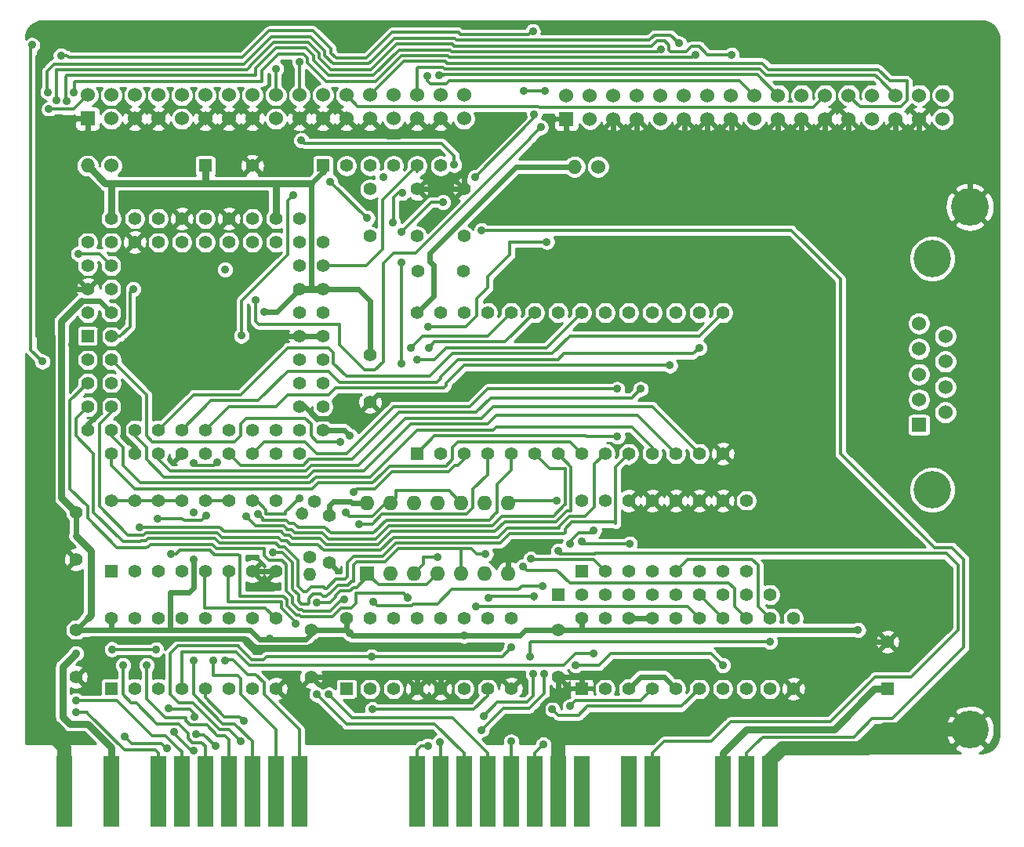
<source format=gbl>
%TF.GenerationSoftware,KiCad,Pcbnew,(5.1.6-0)*%
%TF.CreationDate,2020-08-01T06:16:14-05:00*%
%TF.ProjectId,isa_fdc,6973615f-6664-4632-9e6b-696361645f70,rev?*%
%TF.SameCoordinates,Original*%
%TF.FileFunction,Copper,L2,Bot*%
%TF.FilePolarity,Positive*%
%FSLAX46Y46*%
G04 Gerber Fmt 4.6, Leading zero omitted, Abs format (unit mm)*
G04 Created by KiCad (PCBNEW (5.1.6-0)) date 2020-08-01 06:16:14*
%MOMM*%
%LPD*%
G01*
G04 APERTURE LIST*
%TA.AperFunction,ComponentPad*%
%ADD10C,1.400000*%
%TD*%
%TA.AperFunction,ComponentPad*%
%ADD11O,1.400000X1.400000*%
%TD*%
%TA.AperFunction,ComponentPad*%
%ADD12R,1.600000X1.600000*%
%TD*%
%TA.AperFunction,ComponentPad*%
%ADD13O,1.600000X1.600000*%
%TD*%
%TA.AperFunction,ComponentPad*%
%ADD14C,1.397000*%
%TD*%
%TA.AperFunction,ComponentPad*%
%ADD15R,1.397000X1.397000*%
%TD*%
%TA.AperFunction,ConnectorPad*%
%ADD16R,1.778000X7.620000*%
%TD*%
%TA.AperFunction,ComponentPad*%
%ADD17C,1.524000*%
%TD*%
%TA.AperFunction,ComponentPad*%
%ADD18O,1.524000X1.524000*%
%TD*%
%TA.AperFunction,ComponentPad*%
%ADD19R,1.524000X1.524000*%
%TD*%
%TA.AperFunction,ComponentPad*%
%ADD20C,4.064000*%
%TD*%
%TA.AperFunction,ComponentPad*%
%ADD21C,4.048760*%
%TD*%
%TA.AperFunction,ViaPad*%
%ADD22C,0.889000*%
%TD*%
%TA.AperFunction,Conductor*%
%ADD23C,0.368300*%
%TD*%
%TA.AperFunction,Conductor*%
%ADD24C,0.632460*%
%TD*%
%TA.AperFunction,Conductor*%
%ADD25C,1.524000*%
%TD*%
%TA.AperFunction,Conductor*%
%ADD26C,0.762000*%
%TD*%
%TA.AperFunction,Conductor*%
%ADD27C,0.254000*%
%TD*%
G04 APERTURE END LIST*
D10*
%TO.P,R2,1*%
%TO.N,/GT3*%
X130690000Y-105120000D03*
D11*
%TO.P,R2,2*%
%TO.N,VCC*%
X130690000Y-107020000D03*
%TD*%
%TO.P,R1,2*%
%TO.N,/GT2*%
%TA.AperFunction,ComponentPad*%
G36*
G01*
X130321472Y-99958528D02*
X130321472Y-99958528D01*
G75*
G02*
X130321472Y-100948478I-494975J-494975D01*
G01*
X130321472Y-100948478D01*
G75*
G02*
X129331522Y-100948478I-494975J494975D01*
G01*
X129331522Y-100948478D01*
G75*
G02*
X129331522Y-99958528I494975J494975D01*
G01*
X129331522Y-99958528D01*
G75*
G02*
X130321472Y-99958528I494975J-494975D01*
G01*
G37*
%TD.AperFunction*%
D10*
%TO.P,R1,1*%
%TO.N,VCC*%
X131170000Y-99110000D03*
%TD*%
D12*
%TO.P,U2,1*%
%TO.N,/GT3*%
X136880000Y-106910000D03*
D13*
%TO.P,U2,8*%
%TO.N,/DRQ2*%
X152120000Y-99290000D03*
%TO.P,U2,2*%
%TO.N,/~DACK3*%
X139420000Y-106910000D03*
%TO.P,U2,9*%
%TO.N,/DRQ*%
X149580000Y-99290000D03*
%TO.P,U2,3*%
%TO.N,/~DACK*%
X141960000Y-106910000D03*
%TO.P,U2,10*%
%TO.N,/GT2*%
X147040000Y-99290000D03*
%TO.P,U2,4*%
%TO.N,/GT3*%
X144500000Y-106910000D03*
%TO.P,U2,11*%
%TO.N,/~DACK*%
X144500000Y-99290000D03*
%TO.P,U2,5*%
%TO.N,/DRQ*%
X147040000Y-106910000D03*
%TO.P,U2,12*%
%TO.N,/~DACK2*%
X141960000Y-99290000D03*
%TO.P,U2,6*%
%TO.N,/DRQ3*%
X149580000Y-106910000D03*
%TO.P,U2,13*%
%TO.N,/GT2*%
X139420000Y-99290000D03*
%TO.P,U2,7*%
%TO.N,GND*%
X152120000Y-106910000D03*
%TO.P,U2,14*%
%TO.N,VCC*%
X136880000Y-99290000D03*
%TD*%
D14*
%TO.P,C2,1*%
%TO.N,VCC*%
X132790000Y-100680000D03*
%TO.P,C2,2*%
%TO.N,GND*%
X132790000Y-105760000D03*
%TD*%
D15*
%TO.P,SW1,1*%
%TO.N,/IRQ3*%
X109220000Y-106680000D03*
D14*
%TO.P,SW1,2*%
%TO.N,/IRQ4*%
X111760000Y-106680000D03*
%TO.P,SW1,3*%
%TO.N,/IRQ5*%
X114300000Y-106680000D03*
%TO.P,SW1,4*%
%TO.N,/IRQ6*%
X116840000Y-106680000D03*
%TO.P,SW1,5*%
%TO.N,/0x370*%
X119380000Y-106680000D03*
%TO.P,SW1,6*%
%TO.N,/0x3F0*%
X121920000Y-106680000D03*
%TO.P,SW1,7*%
%TO.N,GND*%
X124460000Y-106680000D03*
%TO.P,SW1,8*%
X127000000Y-106680000D03*
%TO.P,SW1,9*%
%TO.N,/GT3*%
X127000000Y-99060000D03*
%TO.P,SW1,10*%
%TO.N,/GT2*%
X124460000Y-99060000D03*
%TO.P,SW1,11*%
%TO.N,/~FDC_CS*%
X121920000Y-99060000D03*
%TO.P,SW1,12*%
X119380000Y-99060000D03*
%TO.P,SW1,13*%
%TO.N,/FDC_IRQ*%
X116840000Y-99060000D03*
%TO.P,SW1,14*%
X114300000Y-99060000D03*
%TO.P,SW1,15*%
X111760000Y-99060000D03*
%TO.P,SW1,16*%
X109220000Y-99060000D03*
%TD*%
D16*
%TO.P,BUS1,1*%
%TO.N,GND*%
X180340000Y-130492500D03*
%TO.P,BUS1,2*%
%TO.N,/RESETDRV*%
X177800000Y-130492500D03*
%TO.P,BUS1,3*%
%TO.N,VCC*%
X175260000Y-130492500D03*
%TO.P,BUS1,6*%
%TO.N,/DRQ2*%
X167640000Y-130492500D03*
%TO.P,BUS1,7*%
%TO.N,VSS*%
X165100000Y-130492500D03*
%TO.P,BUS1,9*%
%TO.N,VDD*%
X160020000Y-130492500D03*
%TO.P,BUS1,10*%
%TO.N,GND*%
X157480000Y-130492500D03*
%TO.P,BUS1,11*%
%TO.N,/~MEMW*%
X154940000Y-130492500D03*
%TO.P,BUS1,12*%
%TO.N,/~MEMR*%
X152400000Y-130492500D03*
%TO.P,BUS1,13*%
%TO.N,/~IOW*%
X149860000Y-130492500D03*
%TO.P,BUS1,14*%
%TO.N,/~IOR*%
X147320000Y-130492500D03*
%TO.P,BUS1,21*%
%TO.N,/IRQ7*%
X129540000Y-130492500D03*
%TO.P,BUS1,22*%
%TO.N,/IRQ6*%
X127000000Y-130492500D03*
%TO.P,BUS1,23*%
%TO.N,/IRQ5*%
X124460000Y-130492500D03*
%TO.P,BUS1,24*%
%TO.N,/IRQ4*%
X121920000Y-130492500D03*
%TO.P,BUS1,25*%
%TO.N,/IRQ3*%
X119380000Y-130492500D03*
%TO.P,BUS1,26*%
%TO.N,/~DACK2*%
X116840000Y-130492500D03*
%TO.P,BUS1,27*%
%TO.N,/TC*%
X114300000Y-130492500D03*
%TO.P,BUS1,29*%
%TO.N,VCC*%
X109220000Y-130492500D03*
%TO.P,BUS1,31*%
%TO.N,GND*%
X104140000Y-130492500D03*
%TO.P,BUS1,15*%
%TO.N,/~DACK3*%
X144780000Y-130492500D03*
%TO.P,BUS1,16*%
%TO.N,/DRQ3*%
X142240000Y-130492500D03*
%TD*%
D17*
%TO.P,JP2,2*%
%TO.N,/FLOPPY_VCC*%
X161800000Y-62980000D03*
D18*
%TO.P,JP2,1*%
%TO.N,VCC*%
X159260000Y-62980000D03*
%TD*%
D19*
%TO.P,P3,1*%
%TO.N,GND*%
X158380000Y-57795000D03*
D17*
%TO.P,P3,2*%
%TO.N,/DENSL*%
X158380000Y-55255000D03*
%TO.P,P3,3*%
%TO.N,/FLOPPY_VCC*%
X160920000Y-57795000D03*
%TO.P,P3,4*%
%TO.N,Net-(P3-Pad4)*%
X160920000Y-55255000D03*
%TO.P,P3,5*%
%TO.N,GND*%
X163460000Y-57795000D03*
%TO.P,P3,6*%
%TO.N,/DRATE0*%
X163460000Y-55255000D03*
%TO.P,P3,7*%
%TO.N,GND*%
X166000000Y-57795000D03*
%TO.P,P3,8*%
%TO.N,/INDEX*%
X166000000Y-55255000D03*
%TO.P,P3,9*%
%TO.N,Net-(P3-Pad9)*%
X168540000Y-57795000D03*
%TO.P,P3,10*%
%TO.N,/ME2*%
X168540000Y-55255000D03*
%TO.P,P3,11*%
%TO.N,GND*%
X171080000Y-57795000D03*
%TO.P,P3,12*%
%TO.N,/DS3*%
X171080000Y-55255000D03*
%TO.P,P3,13*%
%TO.N,GND*%
X173620000Y-57795000D03*
%TO.P,P3,14*%
%TO.N,/DS2*%
X173620000Y-55255000D03*
%TO.P,P3,15*%
%TO.N,GND*%
X176160000Y-57795000D03*
%TO.P,P3,16*%
%TO.N,/ME3*%
X176160000Y-55255000D03*
%TO.P,P3,17*%
%TO.N,Net-(P3-Pad17)*%
X178700000Y-57795000D03*
%TO.P,P3,18*%
%TO.N,/DIR*%
X178700000Y-55255000D03*
%TO.P,P3,19*%
%TO.N,GND*%
X181240000Y-57795000D03*
%TO.P,P3,20*%
%TO.N,/STEP*%
X181240000Y-55255000D03*
%TO.P,P3,21*%
%TO.N,GND*%
X183780000Y-57795000D03*
%TO.P,P3,22*%
%TO.N,/WDATA*%
X183780000Y-55255000D03*
%TO.P,P3,23*%
%TO.N,GND*%
X186320000Y-57795000D03*
%TO.P,P3,24*%
%TO.N,/WE*%
X186320000Y-55255000D03*
%TO.P,P3,25*%
%TO.N,GND*%
X188860000Y-57795000D03*
%TO.P,P3,26*%
%TO.N,/TRK00*%
X188860000Y-55255000D03*
%TO.P,P3,28*%
%TO.N,/WP*%
X191400000Y-55255000D03*
%TO.P,P3,27*%
%TO.N,Net-(P3-Pad27)*%
X191400000Y-57795000D03*
%TO.P,P3,30*%
%TO.N,/RDATA*%
X193940000Y-55255000D03*
%TO.P,P3,29*%
%TO.N,GND*%
X193940000Y-57795000D03*
%TO.P,P3,31*%
X196480000Y-57795000D03*
%TO.P,P3,32*%
%TO.N,/HDSEL*%
X196480000Y-55255000D03*
%TO.P,P3,33*%
%TO.N,Net-(P3-Pad33)*%
X199020000Y-57795000D03*
%TO.P,P3,34*%
%TO.N,/DSKCG*%
X199020000Y-55255000D03*
%TD*%
D20*
%TO.P,HOLE1,1*%
%TO.N,GND*%
X201930000Y-67310000D03*
%TD*%
%TO.P,HOLE2,1*%
%TO.N,GND*%
X201930000Y-123825000D03*
%TD*%
D15*
%TO.P,C11,1*%
%TO.N,VCC*%
X193040000Y-119380000D03*
D14*
%TO.P,C11,2*%
%TO.N,GND*%
X193040000Y-114300000D03*
%TD*%
D15*
%TO.P,C12,1*%
%TO.N,VCC*%
X119380000Y-62865000D03*
D14*
%TO.P,C12,2*%
%TO.N,GND*%
X124460000Y-62865000D03*
%TD*%
D15*
%TO.P,U5,1*%
%TO.N,GND*%
X160020000Y-119380000D03*
D14*
%TO.P,U5,2*%
%TO.N,/A19*%
X162560000Y-119380000D03*
%TO.P,U5,3*%
%TO.N,VCC*%
X165100000Y-119380000D03*
%TO.P,U5,4*%
%TO.N,/A18*%
X167640000Y-119380000D03*
%TO.P,U5,5*%
%TO.N,VCC*%
X170180000Y-119380000D03*
%TO.P,U5,6*%
%TO.N,/A17*%
X172720000Y-119380000D03*
%TO.P,U5,7*%
%TO.N,Net-(RR1-Pad4)*%
X175260000Y-119380000D03*
%TO.P,U5,8*%
%TO.N,/A16*%
X177800000Y-119380000D03*
%TO.P,U5,9*%
%TO.N,Net-(RR1-Pad5)*%
X180340000Y-119380000D03*
%TO.P,U5,10*%
%TO.N,GND*%
X182880000Y-119380000D03*
%TO.P,U5,11*%
%TO.N,/A15*%
X182880000Y-111760000D03*
%TO.P,U5,12*%
%TO.N,Net-(RR1-Pad6)*%
X180340000Y-111760000D03*
%TO.P,U5,13*%
%TO.N,/A14*%
X177800000Y-111760000D03*
%TO.P,U5,14*%
%TO.N,Net-(RR1-Pad7)*%
X175260000Y-111760000D03*
%TO.P,U5,15*%
%TO.N,/A13*%
X172720000Y-111760000D03*
%TO.P,U5,16*%
%TO.N,Net-(RR1-Pad8)*%
X170180000Y-111760000D03*
%TO.P,U5,17*%
%TO.N,GND*%
X167640000Y-111760000D03*
%TO.P,U5,18*%
X165100000Y-111760000D03*
%TO.P,U5,19*%
%TO.N,/~ROM_CS_IN*%
X162560000Y-111760000D03*
%TO.P,U5,20*%
%TO.N,VCC*%
X160020000Y-111760000D03*
%TD*%
D15*
%TO.P,U7,1*%
%TO.N,/A7*%
X109220000Y-119380000D03*
D14*
%TO.P,U7,2*%
%TO.N,/A5*%
X111760000Y-119380000D03*
%TO.P,U7,3*%
%TO.N,/A4*%
X114300000Y-119380000D03*
%TO.P,U7,4*%
%TO.N,/AEN*%
X116840000Y-119380000D03*
%TO.P,U7,5*%
%TO.N,Net-(U6-Pad7)*%
X119380000Y-119380000D03*
%TO.P,U7,6*%
%TO.N,VCC*%
X121920000Y-119380000D03*
%TO.P,U7,7*%
%TO.N,/0x3F0*%
X124460000Y-119380000D03*
%TO.P,U7,8*%
%TO.N,GND*%
X127000000Y-119380000D03*
%TO.P,U7,9*%
%TO.N,/0x370*%
X127000000Y-111760000D03*
%TO.P,U7,10*%
%TO.N,Net-(U7-Pad10)*%
X124460000Y-111760000D03*
%TO.P,U7,11*%
%TO.N,Net-(U7-Pad11)*%
X121920000Y-111760000D03*
%TO.P,U7,12*%
%TO.N,Net-(U7-Pad12)*%
X119380000Y-111760000D03*
%TO.P,U7,13*%
%TO.N,Net-(U7-Pad13)*%
X116840000Y-111760000D03*
%TO.P,U7,14*%
%TO.N,Net-(U7-Pad14)*%
X114300000Y-111760000D03*
%TO.P,U7,15*%
%TO.N,Net-(U7-Pad15)*%
X111760000Y-111760000D03*
%TO.P,U7,16*%
%TO.N,VCC*%
X109220000Y-111760000D03*
%TD*%
D15*
%TO.P,U6,1*%
%TO.N,/A6*%
X134620000Y-119380000D03*
D14*
%TO.P,U6,2*%
%TO.N,/A8*%
X137160000Y-119380000D03*
%TO.P,U6,3*%
%TO.N,/A9*%
X139700000Y-119380000D03*
%TO.P,U6,4*%
%TO.N,GND*%
X142240000Y-119380000D03*
%TO.P,U6,5*%
X144780000Y-119380000D03*
%TO.P,U6,6*%
%TO.N,VCC*%
X147320000Y-119380000D03*
%TO.P,U6,7*%
%TO.N,Net-(U6-Pad7)*%
X149860000Y-119380000D03*
%TO.P,U6,8*%
%TO.N,GND*%
X152400000Y-119380000D03*
%TO.P,U6,9*%
%TO.N,Net-(U6-Pad9)*%
X152400000Y-111760000D03*
%TO.P,U6,10*%
%TO.N,Net-(U6-Pad10)*%
X149860000Y-111760000D03*
%TO.P,U6,11*%
%TO.N,Net-(U6-Pad11)*%
X147320000Y-111760000D03*
%TO.P,U6,12*%
%TO.N,Net-(U6-Pad12)*%
X144780000Y-111760000D03*
%TO.P,U6,13*%
%TO.N,Net-(U6-Pad13)*%
X142240000Y-111760000D03*
%TO.P,U6,14*%
%TO.N,Net-(U6-Pad14)*%
X139700000Y-111760000D03*
%TO.P,U6,15*%
%TO.N,Net-(U6-Pad15)*%
X137160000Y-111760000D03*
%TO.P,U6,16*%
%TO.N,VCC*%
X134620000Y-111760000D03*
%TD*%
D15*
%TO.P,SW2,1*%
%TO.N,/~ROM_CS*%
X160020000Y-106680000D03*
D14*
%TO.P,SW2,2*%
%TO.N,/~ROMW*%
X162560000Y-106680000D03*
%TO.P,SW2,3*%
%TO.N,Net-(RR1-Pad4)*%
X165100000Y-106680000D03*
%TO.P,SW2,4*%
%TO.N,Net-(RR1-Pad5)*%
X167640000Y-106680000D03*
%TO.P,SW2,5*%
%TO.N,Net-(RR1-Pad6)*%
X170180000Y-106680000D03*
%TO.P,SW2,6*%
%TO.N,Net-(RR1-Pad7)*%
X172720000Y-106680000D03*
%TO.P,SW2,7*%
%TO.N,Net-(RR1-Pad8)*%
X175260000Y-106680000D03*
%TO.P,SW2,8*%
%TO.N,Net-(SW2-Pad8)*%
X177800000Y-106680000D03*
%TO.P,SW2,9*%
%TO.N,Net-(SW2-Pad9)*%
X177800000Y-99060000D03*
%TO.P,SW2,10*%
%TO.N,GND*%
X175260000Y-99060000D03*
%TO.P,SW2,11*%
X172720000Y-99060000D03*
%TO.P,SW2,12*%
X170180000Y-99060000D03*
%TO.P,SW2,13*%
X167640000Y-99060000D03*
%TO.P,SW2,14*%
X165100000Y-99060000D03*
%TO.P,SW2,15*%
%TO.N,/~MEMW*%
X162560000Y-99060000D03*
%TO.P,SW2,16*%
%TO.N,/~ROM_CS_IN*%
X160020000Y-99060000D03*
%TD*%
D21*
%TO.P,P2,*%
%TO.N,*%
X197866000Y-97889060D03*
X197866000Y-72900540D03*
D19*
%TO.P,P2,1*%
%TO.N,Net-(P2-Pad1)*%
X196443600Y-90881200D03*
D17*
%TO.P,P2,2*%
%TO.N,Net-(P2-Pad2)*%
X196443600Y-88138000D03*
%TO.P,P2,3*%
%TO.N,Net-(P2-Pad3)*%
X196443600Y-85394800D03*
%TO.P,P2,4*%
%TO.N,Net-(P2-Pad4)*%
X196443600Y-82651600D03*
%TO.P,P2,5*%
%TO.N,Net-(P2-Pad5)*%
X196443600Y-79908400D03*
%TO.P,P2,9*%
%TO.N,Net-(P2-Pad9)*%
X199288400Y-81280000D03*
%TO.P,P2,8*%
%TO.N,Net-(P2-Pad8)*%
X199288400Y-84023200D03*
%TO.P,P2,7*%
%TO.N,Net-(P2-Pad7)*%
X199288400Y-86791800D03*
%TO.P,P2,6*%
%TO.N,Net-(P2-Pad6)*%
X199288400Y-89509600D03*
%TD*%
D14*
%TO.P,C1,1*%
%TO.N,VCC*%
X105410000Y-100330000D03*
%TO.P,C1,2*%
%TO.N,GND*%
X105410000Y-105410000D03*
%TD*%
%TO.P,C7,1*%
%TO.N,VCC*%
X105410000Y-113030000D03*
%TO.P,C7,2*%
%TO.N,GND*%
X105410000Y-118110000D03*
%TD*%
%TO.P,C6,1*%
%TO.N,VCC*%
X130810000Y-113030000D03*
%TO.P,C6,2*%
%TO.N,GND*%
X130810000Y-118110000D03*
%TD*%
%TO.P,C5,1*%
%TO.N,VCC*%
X157470000Y-113020000D03*
%TO.P,C5,2*%
%TO.N,GND*%
X157470000Y-118100000D03*
%TD*%
%TO.P,C4,1*%
%TO.N,VCC*%
X137170000Y-83310000D03*
%TO.P,C4,2*%
%TO.N,GND*%
X137170000Y-88390000D03*
%TD*%
%TO.P,C16,1*%
%TO.N,Net-(C16-Pad1)*%
X142240000Y-70485000D03*
%TO.P,C16,2*%
%TO.N,GND*%
X142240000Y-65405000D03*
%TD*%
%TO.P,C15,1*%
%TO.N,Net-(C15-Pad1)*%
X147320000Y-70485000D03*
%TO.P,C15,2*%
%TO.N,GND*%
X147320000Y-65405000D03*
%TD*%
D15*
%TO.P,U4,1*%
%TO.N,/RDY/~BUSY*%
X142240000Y-93980000D03*
D14*
%TO.P,U4,2*%
%TO.N,/A12*%
X144780000Y-93980000D03*
%TO.P,U4,3*%
%TO.N,/A7*%
X147320000Y-93980000D03*
%TO.P,U4,4*%
%TO.N,/A6*%
X149860000Y-93980000D03*
%TO.P,U4,5*%
%TO.N,/A5*%
X152400000Y-93980000D03*
%TO.P,U4,6*%
%TO.N,/A4*%
X154940000Y-93980000D03*
%TO.P,U4,7*%
%TO.N,/A3*%
X157480000Y-93980000D03*
%TO.P,U4,8*%
%TO.N,/A2*%
X160020000Y-93980000D03*
%TO.P,U4,9*%
%TO.N,/A1*%
X162560000Y-93980000D03*
%TO.P,U4,10*%
%TO.N,/A0*%
X165100000Y-93980000D03*
%TO.P,U4,11*%
%TO.N,/D0*%
X167640000Y-93980000D03*
%TO.P,U4,12*%
%TO.N,/D1*%
X170180000Y-93980000D03*
%TO.P,U4,13*%
%TO.N,/D2*%
X172720000Y-93980000D03*
%TO.P,U4,14*%
%TO.N,GND*%
X175260000Y-93980000D03*
%TO.P,U4,15*%
%TO.N,/D3*%
X175260000Y-78740000D03*
%TO.P,U4,16*%
%TO.N,/D4*%
X172720000Y-78740000D03*
%TO.P,U4,17*%
%TO.N,/D5*%
X170180000Y-78740000D03*
%TO.P,U4,18*%
%TO.N,/D6*%
X167640000Y-78740000D03*
%TO.P,U4,19*%
%TO.N,/D7*%
X165100000Y-78740000D03*
%TO.P,U4,20*%
%TO.N,/~ROM_CS*%
X162560000Y-78740000D03*
%TO.P,U4,21*%
%TO.N,/A10*%
X160020000Y-78740000D03*
%TO.P,U4,22*%
%TO.N,/~MEMR*%
X157480000Y-78740000D03*
%TO.P,U4,23*%
%TO.N,/A11*%
X154940000Y-78740000D03*
%TO.P,U4,24*%
%TO.N,/A9*%
X152400000Y-78740000D03*
%TO.P,U4,25*%
%TO.N,/A8*%
X149860000Y-78740000D03*
%TO.P,U4,26*%
%TO.N,Net-(U4-Pad26)*%
X147320000Y-78740000D03*
%TO.P,U4,27*%
%TO.N,/~ROMW*%
X144780000Y-78740000D03*
%TO.P,U4,28*%
%TO.N,VCC*%
X142240000Y-78740000D03*
%TD*%
%TO.P,C17,1*%
%TO.N,Net-(C17-Pad1)*%
X137160000Y-65405000D03*
%TO.P,C17,2*%
%TO.N,Net-(C17-Pad2)*%
X137160000Y-70485000D03*
%TD*%
D15*
%TO.P,U1,1*%
%TO.N,/WP*%
X106680000Y-81280000D03*
D14*
%TO.P,U1,2*%
%TO.N,/TRK00*%
X109220000Y-81280000D03*
%TO.P,U1,3*%
%TO.N,/~DACK*%
X106680000Y-83820000D03*
%TO.P,U1,4*%
%TO.N,/~IOR*%
X109220000Y-83820000D03*
%TO.P,U1,5*%
%TO.N,/~IOW*%
X106680000Y-86360000D03*
%TO.P,U1,6*%
%TO.N,/~FDC_CS*%
X109220000Y-86360000D03*
%TO.P,U1,7*%
%TO.N,/A0*%
X106680000Y-88900000D03*
%TO.P,U1,8*%
%TO.N,/A1*%
X109220000Y-88900000D03*
%TO.P,U1,9*%
%TO.N,GND*%
X106680000Y-91440000D03*
%TO.P,U1,10*%
%TO.N,/A2*%
X109220000Y-93980000D03*
%TO.P,U1,11*%
%TO.N,/D0*%
X109220000Y-91440000D03*
%TO.P,U1,12*%
%TO.N,GND*%
X111760000Y-93980000D03*
%TO.P,U1,13*%
%TO.N,/D1*%
X111760000Y-91440000D03*
%TO.P,U1,14*%
%TO.N,/D2*%
X114300000Y-93980000D03*
%TO.P,U1,15*%
%TO.N,/D3*%
X114300000Y-91440000D03*
%TO.P,U1,16*%
%TO.N,GND*%
X116840000Y-93980000D03*
%TO.P,U1,17*%
%TO.N,/D4*%
X116840000Y-91440000D03*
%TO.P,U1,18*%
%TO.N,VCC*%
X119380000Y-93980000D03*
%TO.P,U1,19*%
%TO.N,/D5*%
X119380000Y-91440000D03*
%TO.P,U1,20*%
%TO.N,/D6*%
X121920000Y-93980000D03*
%TO.P,U1,21*%
%TO.N,GND*%
X121920000Y-91440000D03*
%TO.P,U1,22*%
%TO.N,/D7*%
X124460000Y-93980000D03*
%TO.P,U1,23*%
%TO.N,/FDC_IRQ*%
X124460000Y-91440000D03*
%TO.P,U1,24*%
%TO.N,/DRQ*%
X127000000Y-93980000D03*
%TO.P,U1,25*%
%TO.N,/TC*%
X127000000Y-91440000D03*
%TO.P,U1,26*%
%TO.N,/INDEX*%
X129540000Y-93980000D03*
%TO.P,U1,27*%
%TO.N,VCC*%
X132080000Y-91440000D03*
%TO.P,U1,28*%
%TO.N,/DRATE0*%
X129540000Y-91440000D03*
%TO.P,U1,29*%
%TO.N,Net-(U1-Pad29)*%
X132080000Y-88900000D03*
%TO.P,U1,30*%
%TO.N,GND*%
X129540000Y-88900000D03*
%TO.P,U1,31*%
%TO.N,/DSKCG*%
X132080000Y-86360000D03*
%TO.P,U1,32*%
%TO.N,/RESETDRV*%
X129540000Y-86360000D03*
%TO.P,U1,33*%
%TO.N,Net-(C15-Pad1)*%
X132080000Y-83820000D03*
%TO.P,U1,34*%
%TO.N,Net-(C16-Pad1)*%
X129540000Y-83820000D03*
%TO.P,U1,35*%
%TO.N,GND*%
X132080000Y-81280000D03*
%TO.P,U1,36*%
X129540000Y-81280000D03*
%TO.P,U1,37*%
%TO.N,Net-(C17-Pad2)*%
X132080000Y-78740000D03*
%TO.P,U1,38*%
%TO.N,Net-(C17-Pad1)*%
X129540000Y-78740000D03*
%TO.P,U1,39*%
%TO.N,VCC*%
X132080000Y-76200000D03*
%TO.P,U1,40*%
X129540000Y-76200000D03*
%TO.P,U1,41*%
%TO.N,/RDATA*%
X132080000Y-73660000D03*
%TO.P,U1,42*%
%TO.N,Net-(U1-Pad42)*%
X129540000Y-73660000D03*
%TO.P,U1,43*%
%TO.N,Net-(U1-Pad43)*%
X132080000Y-71120000D03*
%TO.P,U1,44*%
%TO.N,Net-(U1-Pad44)*%
X129540000Y-68580000D03*
%TO.P,U1,45*%
%TO.N,GND*%
X129540000Y-71120000D03*
%TO.P,U1,46*%
%TO.N,VCC*%
X127000000Y-68580000D03*
%TO.P,U1,47*%
%TO.N,Net-(U1-Pad47)*%
X127000000Y-71120000D03*
%TO.P,U1,48*%
%TO.N,Net-(U1-Pad48)*%
X124460000Y-68580000D03*
%TO.P,U1,49*%
%TO.N,/DENSL*%
X124460000Y-71120000D03*
%TO.P,U1,50*%
%TO.N,GND*%
X121920000Y-68580000D03*
%TO.P,U1,51*%
%TO.N,/HDSEL*%
X121920000Y-71120000D03*
%TO.P,U1,52*%
%TO.N,/WE*%
X119380000Y-68580000D03*
%TO.P,U1,53*%
%TO.N,/WDATA*%
X119380000Y-71120000D03*
%TO.P,U1,54*%
%TO.N,GND*%
X116840000Y-68580000D03*
%TO.P,U1,55*%
%TO.N,/STEP*%
X116840000Y-71120000D03*
%TO.P,U1,56*%
%TO.N,/DIR*%
X114300000Y-68580000D03*
%TO.P,U1,57*%
%TO.N,/MEA*%
X114300000Y-71120000D03*
%TO.P,U1,58*%
%TO.N,/DSA*%
X111760000Y-68580000D03*
%TO.P,U1,59*%
%TO.N,GND*%
X111760000Y-71120000D03*
%TO.P,U1,60*%
%TO.N,VCC*%
X109220000Y-68580000D03*
%TO.P,U1,61*%
%TO.N,/MEB*%
X106680000Y-71120000D03*
%TO.P,U1,62*%
%TO.N,/DSB*%
X109220000Y-71120000D03*
%TO.P,U1,63*%
%TO.N,/ME2*%
X106680000Y-73660000D03*
%TO.P,U1,64*%
%TO.N,/DS2*%
X109220000Y-73660000D03*
%TO.P,U1,65*%
%TO.N,GND*%
X106680000Y-76200000D03*
%TO.P,U1,66*%
%TO.N,/ME3*%
X109220000Y-76200000D03*
%TO.P,U1,67*%
%TO.N,/DS3*%
X106680000Y-78740000D03*
%TO.P,U1,68*%
%TO.N,VCC*%
X109220000Y-78740000D03*
%TD*%
D18*
%TO.P,JP1,1*%
%TO.N,VCC*%
X106680000Y-62865000D03*
D17*
%TO.P,JP1,2*%
%TO.N,/FLOPPY_VCC*%
X109220000Y-62865000D03*
%TD*%
D19*
%TO.P,P1,1*%
%TO.N,GND*%
X106680000Y-57785000D03*
D17*
%TO.P,P1,2*%
%TO.N,/DENSL*%
X106680000Y-55245000D03*
%TO.P,P1,3*%
%TO.N,/FLOPPY_VCC*%
X109220000Y-57785000D03*
%TO.P,P1,4*%
%TO.N,Net-(P1-Pad4)*%
X109220000Y-55245000D03*
%TO.P,P1,5*%
%TO.N,GND*%
X111760000Y-57785000D03*
%TO.P,P1,6*%
%TO.N,/DRATE0*%
X111760000Y-55245000D03*
%TO.P,P1,7*%
%TO.N,GND*%
X114300000Y-57785000D03*
%TO.P,P1,8*%
%TO.N,/INDEX*%
X114300000Y-55245000D03*
%TO.P,P1,9*%
%TO.N,Net-(P1-Pad9)*%
X116840000Y-57785000D03*
%TO.P,P1,10*%
%TO.N,/MEA*%
X116840000Y-55245000D03*
%TO.P,P1,11*%
%TO.N,GND*%
X119380000Y-57785000D03*
%TO.P,P1,12*%
%TO.N,/DSB*%
X119380000Y-55245000D03*
%TO.P,P1,13*%
%TO.N,GND*%
X121920000Y-57785000D03*
%TO.P,P1,14*%
%TO.N,/DSA*%
X121920000Y-55245000D03*
%TO.P,P1,15*%
%TO.N,GND*%
X124460000Y-57785000D03*
%TO.P,P1,16*%
%TO.N,/MEB*%
X124460000Y-55245000D03*
%TO.P,P1,17*%
%TO.N,Net-(P1-Pad17)*%
X127000000Y-57785000D03*
%TO.P,P1,18*%
%TO.N,/DIR*%
X127000000Y-55245000D03*
%TO.P,P1,19*%
%TO.N,GND*%
X129540000Y-57785000D03*
%TO.P,P1,20*%
%TO.N,/STEP*%
X129540000Y-55245000D03*
%TO.P,P1,21*%
%TO.N,GND*%
X132080000Y-57785000D03*
%TO.P,P1,22*%
%TO.N,/WDATA*%
X132080000Y-55245000D03*
%TO.P,P1,23*%
%TO.N,GND*%
X134620000Y-57785000D03*
%TO.P,P1,24*%
%TO.N,/WE*%
X134620000Y-55245000D03*
%TO.P,P1,25*%
%TO.N,GND*%
X137160000Y-57785000D03*
%TO.P,P1,26*%
%TO.N,/TRK00*%
X137160000Y-55245000D03*
%TO.P,P1,28*%
%TO.N,/WP*%
X139700000Y-55245000D03*
%TO.P,P1,27*%
%TO.N,Net-(P1-Pad27)*%
X139700000Y-57785000D03*
%TO.P,P1,30*%
%TO.N,/RDATA*%
X142240000Y-55245000D03*
%TO.P,P1,29*%
%TO.N,GND*%
X142240000Y-57785000D03*
%TO.P,P1,31*%
X144780000Y-57785000D03*
%TO.P,P1,32*%
%TO.N,/HDSEL*%
X144780000Y-55245000D03*
%TO.P,P1,33*%
%TO.N,Net-(P1-Pad33)*%
X147320000Y-57785000D03*
%TO.P,P1,34*%
%TO.N,/DSKCG*%
X147320000Y-55245000D03*
%TD*%
D15*
%TO.P,RR1,1*%
%TO.N,VCC*%
X157480000Y-109220000D03*
D14*
%TO.P,RR1,2*%
%TO.N,/~ROM_CS*%
X160020000Y-109220000D03*
%TO.P,RR1,3*%
%TO.N,/~ROMW*%
X162560000Y-109220000D03*
%TO.P,RR1,4*%
%TO.N,Net-(RR1-Pad4)*%
X165100000Y-109220000D03*
%TO.P,RR1,5*%
%TO.N,Net-(RR1-Pad5)*%
X167640000Y-109220000D03*
%TO.P,RR1,6*%
%TO.N,Net-(RR1-Pad6)*%
X170180000Y-109220000D03*
%TO.P,RR1,7*%
%TO.N,Net-(RR1-Pad7)*%
X172720000Y-109220000D03*
%TO.P,RR1,8*%
%TO.N,Net-(RR1-Pad8)*%
X175260000Y-109220000D03*
%TO.P,RR1,9*%
%TO.N,Net-(RR1-Pad9)*%
X177800000Y-109220000D03*
%TO.P,RR1,10*%
%TO.N,/RDY/~BUSY*%
X180340000Y-109220000D03*
%TD*%
%TO.P,RR2,6*%
%TO.N,/DSKCG*%
X144780000Y-62865000D03*
%TO.P,RR2,5*%
%TO.N,/RDATA*%
X142240000Y-62865000D03*
%TO.P,RR2,4*%
%TO.N,/WP*%
X139700000Y-62865000D03*
%TO.P,RR2,3*%
%TO.N,/TRK00*%
X137160000Y-62865000D03*
%TO.P,RR2,2*%
%TO.N,/INDEX*%
X134620000Y-62865000D03*
D15*
%TO.P,RR2,1*%
%TO.N,VCC*%
X132080000Y-62865000D03*
%TD*%
D14*
%TO.P,X1,1*%
%TO.N,Net-(C15-Pad1)*%
X147220940Y-74295000D03*
%TO.P,X1,2*%
%TO.N,Net-(C16-Pad1)*%
X142339060Y-74295000D03*
%TD*%
D22*
%TO.N,/A10*%
X142240000Y-83820000D03*
%TO.N,/A11*%
X143510000Y-82550000D03*
%TO.N,/A13*%
X148590000Y-110490000D03*
%TO.N,/A14*%
X153700000Y-106170000D03*
%TO.N,/A15*%
X154460000Y-115920000D03*
X180340000Y-114300000D03*
%TO.N,/A16*%
X159385000Y-116840000D03*
X175260000Y-116840000D03*
%TO.N,/A17*%
X156845000Y-121602500D03*
%TO.N,/A18*%
X158750000Y-121285000D03*
%TO.N,/A3*%
X114080000Y-115150000D03*
X109300000Y-115120000D03*
X112310000Y-101910000D03*
%TO.N,/A4*%
X123790000Y-100730000D03*
%TO.N,/A5*%
X125070000Y-100470000D03*
X118200000Y-122410000D03*
X115456086Y-121523914D03*
%TO.N,/A6*%
X135970000Y-101600000D03*
%TO.N,/A7*%
X118100000Y-126070000D03*
X116000000Y-124050000D03*
X115220000Y-125840000D03*
X118420000Y-124310000D03*
X135360000Y-98120000D03*
X110640000Y-124520000D03*
X120470000Y-125560000D03*
%TO.N,/A8*%
X152400000Y-114935000D03*
X123190000Y-125095000D03*
X137322500Y-115887500D03*
%TO.N,/A9*%
X141605000Y-82550000D03*
%TO.N,/AEN*%
X161290000Y-115570000D03*
%TO.N,/D4*%
X172720000Y-82550000D03*
%TO.N,/D5*%
X169545000Y-84455000D03*
%TO.N,/D6*%
X166370000Y-86995000D03*
%TO.N,/D7*%
X163830000Y-86995000D03*
%TO.N,/DENSL*%
X102500000Y-56750000D03*
X155600000Y-58710000D03*
X121505000Y-74075000D03*
X124810000Y-77380000D03*
%TO.N,/DIR*%
X127000000Y-52390000D03*
X143330000Y-53140000D03*
%TO.N,/DRQ2*%
X157520000Y-104470000D03*
X157320000Y-99070000D03*
%TO.N,/HDSEL*%
X139650000Y-69000000D03*
X140670000Y-65780000D03*
X138575000Y-64135000D03*
%TO.N,/INDEX*%
X123270000Y-81230000D03*
X128905000Y-66040000D03*
X132882500Y-64602500D03*
X136880000Y-68520000D03*
%TO.N,/IRQ3*%
X110490000Y-116840000D03*
%TO.N,/IRQ4*%
X113030000Y-116840000D03*
%TO.N,/IRQ5*%
X118110000Y-116350000D03*
%TO.N,/IRQ6*%
X120270000Y-116350000D03*
%TO.N,/IRQ7*%
X121520000Y-116300000D03*
%TO.N,/RDY/~BUSY*%
X163880000Y-92140000D03*
%TO.N,/RESETDRV*%
X149225000Y-69850000D03*
%TO.N,/STEP*%
X129560000Y-51660000D03*
X144610000Y-53100000D03*
%TO.N,/TC*%
X105410000Y-121920000D03*
%TO.N,/TRK00*%
X111590000Y-76200000D03*
%TO.N,/WDATA*%
X146260000Y-62770000D03*
X129747500Y-60117500D03*
%TO.N,/WP*%
X156100000Y-54780000D03*
X153740000Y-54780000D03*
%TO.N,/~DACK2*%
X103790000Y-50950000D03*
X154910000Y-57320000D03*
X154750000Y-48340000D03*
X101780000Y-84030000D03*
X105410000Y-120650000D03*
X140570000Y-84270000D03*
X140530000Y-73340000D03*
X140530000Y-70030000D03*
X145040000Y-66800000D03*
X148510000Y-64090000D03*
X100665000Y-49825000D03*
%TO.N,/~FDC_CS*%
X114200000Y-100980000D03*
X119480000Y-100670000D03*
%TO.N,/~IOR*%
X131445000Y-120015000D03*
X133985000Y-92710000D03*
%TO.N,/~IOW*%
X132715000Y-120015000D03*
X134380000Y-109700000D03*
%TO.N,/~MEMR*%
X152400000Y-125095000D03*
X158740000Y-103730000D03*
X161340000Y-102270000D03*
%TO.N,/~MEMW*%
X155892500Y-125412500D03*
%TO.N,/~ROMW*%
X154520000Y-105350000D03*
%TO.N,/~ROM_CS*%
X165220000Y-103700000D03*
X160020000Y-103505000D03*
%TO.N,GND*%
X124250000Y-114620000D03*
X191770000Y-125730000D03*
X190500000Y-125730000D03*
X102870000Y-124460000D03*
X151080000Y-60005000D03*
X102470000Y-49910000D03*
X153670000Y-77470000D03*
X152390000Y-58670000D03*
X153670000Y-85725000D03*
X154940000Y-85725000D03*
X130810000Y-114935000D03*
X121920000Y-86677500D03*
X193040000Y-102235000D03*
X167640000Y-116840000D03*
X103930000Y-48450000D03*
X179070000Y-100330000D03*
X193040000Y-103505000D03*
X114300000Y-86360000D03*
X153670000Y-72390000D03*
X201930000Y-52705000D03*
X152400000Y-85725000D03*
X124460000Y-74930000D03*
X203200000Y-52705000D03*
X149810000Y-58735000D03*
X116840000Y-73660000D03*
X127317500Y-81280000D03*
X102500000Y-81290000D03*
X200660000Y-52705000D03*
X123507500Y-85090000D03*
X104970000Y-82190000D03*
X156620000Y-103590000D03*
%TO.N,VCC*%
X135000000Y-92060000D03*
X126340000Y-113920000D03*
X105410000Y-115570000D03*
X147320000Y-113665000D03*
X125760000Y-78640000D03*
X118110000Y-100330000D03*
X118110000Y-105410000D03*
X189865000Y-113030000D03*
X134935000Y-113345000D03*
%TO.N,/DRATE0*%
X143470000Y-80290000D03*
X156260000Y-71090000D03*
%TO.N,/ME2*%
X168560000Y-50260000D03*
X104420000Y-55880000D03*
%TO.N,/DS3*%
X170530000Y-49650000D03*
X102360000Y-54910000D03*
%TO.N,/DS2*%
X105690000Y-72370000D03*
X105210000Y-54930000D03*
X172300000Y-50860000D03*
%TO.N,/ME3*%
X103270000Y-55800000D03*
X176230000Y-50880000D03*
%TO.N,/0x3F0*%
X129130000Y-112330000D03*
%TO.N,/FDC_IRQ*%
X118090000Y-95000000D03*
X120640000Y-94940000D03*
%TO.N,Net-(U6-Pad7)*%
X123507500Y-122872500D03*
X137425000Y-121600000D03*
%TO.N,/~DACK3*%
X144690000Y-125130000D03*
X149190000Y-123830000D03*
X155990000Y-117810000D03*
X155830000Y-108250000D03*
X137540000Y-110010000D03*
%TO.N,/DRQ3*%
X143410000Y-125550000D03*
X149420000Y-122320000D03*
X154800000Y-117790000D03*
X154910000Y-109430000D03*
X149970000Y-109540000D03*
%TO.N,/DRQ*%
X149660000Y-104810000D03*
X126710000Y-104640000D03*
%TO.N,/~DACK*%
X115680000Y-104780000D03*
X141230000Y-109520000D03*
X144440000Y-105180000D03*
%TO.N,/GT2*%
X134530000Y-100340000D03*
X129530000Y-98770000D03*
%TO.N,/GT3*%
X131450000Y-110040000D03*
%TD*%
D23*
%TO.N,/A0*%
X165100000Y-94615000D02*
X165100000Y-93980000D01*
X158132349Y-102622349D02*
X157032349Y-102622349D01*
X158237349Y-102517349D02*
X158132349Y-102622349D01*
X157362349Y-102622349D02*
X157032349Y-102622349D01*
X163696651Y-95383349D02*
X163696651Y-101523349D01*
X165100000Y-93980000D02*
X163696651Y-95383349D01*
X158967349Y-101387349D02*
X158237349Y-102117349D01*
X163560651Y-101387349D02*
X158967349Y-101387349D01*
X163696651Y-101523349D02*
X163560651Y-101387349D01*
X158237349Y-102117349D02*
X158237349Y-102517349D01*
X151196582Y-103641550D02*
X148301226Y-103641550D01*
X152215783Y-102622349D02*
X151196582Y-103641550D01*
X157032349Y-102622349D02*
X152215783Y-102622349D01*
X141411550Y-103641550D02*
X140551550Y-103641550D01*
X148301226Y-103641550D02*
X141411550Y-103641550D01*
X107315000Y-93980000D02*
X105410000Y-92075000D01*
X107315000Y-100330000D02*
X107315000Y-93980000D01*
X112345000Y-103505000D02*
X110490000Y-103505000D01*
X112435039Y-103414961D02*
X112345000Y-103505000D01*
X112991442Y-103414961D02*
X112435039Y-103414961D01*
X129381271Y-108281193D02*
X129381271Y-105453594D01*
X120394620Y-103154620D02*
X113251782Y-103154620D01*
X120881550Y-103641550D02*
X120394620Y-103154620D01*
X105410000Y-90170000D02*
X106680000Y-88900000D01*
X127394014Y-104017690D02*
X127017874Y-103641550D01*
X135440382Y-105049539D02*
X134746801Y-105743120D01*
X138540461Y-105049539D02*
X135440382Y-105049539D01*
X130332876Y-108870721D02*
X129970799Y-108870721D01*
X133465829Y-107547690D02*
X132503519Y-108510000D01*
X132151442Y-108415039D02*
X130788558Y-108415039D01*
X105410000Y-92075000D02*
X105410000Y-90170000D01*
X113251782Y-103154620D02*
X112991442Y-103414961D01*
X129381271Y-105453594D02*
X127945367Y-104017690D01*
X132503519Y-108510000D02*
X132246403Y-108510000D01*
X134746801Y-107310718D02*
X134509829Y-107547690D01*
X134509829Y-107547690D02*
X133465829Y-107547690D01*
X134746801Y-105743120D02*
X134746801Y-107310718D01*
X110490000Y-103505000D02*
X107315000Y-100330000D01*
X127945367Y-104017690D02*
X127394014Y-104017690D01*
X139948450Y-103641550D02*
X138540461Y-105049539D01*
X127017874Y-103641550D02*
X120881550Y-103641550D01*
X130788558Y-108415039D02*
X130332876Y-108870721D01*
X132246403Y-108510000D02*
X132151442Y-108415039D01*
X141411550Y-103641550D02*
X139948450Y-103641550D01*
X132503519Y-108510000D02*
X132449921Y-108510000D01*
X129970799Y-108870721D02*
X129381271Y-108281193D01*
%TO.N,/A1*%
X109220000Y-88900000D02*
X109220000Y-89535000D01*
X107950000Y-90805000D02*
X107950000Y-99695000D01*
X107950000Y-99377500D02*
X107950000Y-99695000D01*
X109220000Y-89535000D02*
X107950000Y-90805000D01*
X111047651Y-102792651D02*
X107950000Y-99695000D01*
X120682232Y-102532310D02*
X112994014Y-102532310D01*
X121169161Y-103019239D02*
X120682232Y-102532310D01*
X127275641Y-103019239D02*
X121169161Y-103019239D01*
X127651782Y-103395380D02*
X127275641Y-103019239D01*
X128573056Y-103765301D02*
X128203135Y-103395380D01*
X131505301Y-103765301D02*
X128573056Y-103765301D01*
X132167229Y-104427229D02*
X131505301Y-103765301D01*
X139690682Y-103019240D02*
X138282693Y-104427229D01*
X128203135Y-103395380D02*
X127651782Y-103395380D01*
X151958014Y-102000039D02*
X150938813Y-103019240D01*
X157615039Y-101984961D02*
X157599961Y-102000039D01*
X157599961Y-102000039D02*
X151958014Y-102000039D01*
X157615039Y-101859580D02*
X157615039Y-101984961D01*
X150938813Y-103019240D02*
X139690682Y-103019240D01*
X162560000Y-93980000D02*
X161423349Y-95116651D01*
X112733673Y-102792651D02*
X111047651Y-102792651D01*
X138282693Y-104427229D02*
X132167229Y-104427229D01*
X161423349Y-99726651D02*
X160384961Y-100765039D01*
X112994014Y-102532310D02*
X112733673Y-102792651D01*
X158709580Y-100765039D02*
X157615039Y-101859580D01*
X160384961Y-100765039D02*
X158709580Y-100765039D01*
X161423349Y-95116651D02*
X161423349Y-99726651D01*
%TO.N,/A10*%
X160020000Y-78740000D02*
X156210000Y-82550000D01*
X144145000Y-83820000D02*
X142240000Y-83820000D01*
X145415000Y-82550000D02*
X156210000Y-82550000D01*
X144145000Y-83820000D02*
X145415000Y-82550000D01*
%TO.N,/A11*%
X143510000Y-82544920D02*
X144139920Y-81915000D01*
X154940000Y-78740000D02*
X151765000Y-81915000D01*
X144139920Y-81915000D02*
X151765000Y-81915000D01*
X143510000Y-82550000D02*
X143510000Y-82544920D01*
%TO.N,/A13*%
X171450000Y-110490000D02*
X148590000Y-110490000D01*
X172720000Y-111760000D02*
X171450000Y-110490000D01*
%TO.N,/A14*%
X176530000Y-108585000D02*
X175895000Y-107950000D01*
X176530000Y-110490000D02*
X176530000Y-108585000D01*
X177800000Y-111760000D02*
X176530000Y-110490000D01*
X175895000Y-107950000D02*
X158750000Y-107950000D01*
X158750000Y-107950000D02*
X157370000Y-106570000D01*
X154100000Y-106570000D02*
X153700000Y-106170000D01*
X157370000Y-106570000D02*
X154100000Y-106570000D01*
%TO.N,/A15*%
X154460000Y-114400000D02*
X154460000Y-115920000D01*
X154560000Y-114300000D02*
X154460000Y-114400000D01*
X180340000Y-114300000D02*
X154560000Y-114300000D01*
%TO.N,/A16*%
X161925000Y-116840000D02*
X163195000Y-115570000D01*
X173990000Y-115570000D02*
X175260000Y-116840000D01*
X163195000Y-115570000D02*
X173990000Y-115570000D01*
X159385000Y-116840000D02*
X161925000Y-116840000D01*
%TO.N,/A17*%
X159702500Y-122237500D02*
X160655000Y-121285000D01*
X170815000Y-121285000D02*
X160655000Y-121285000D01*
X156845000Y-121602500D02*
X157480000Y-122237500D01*
X157480000Y-122237500D02*
X159702500Y-122237500D01*
X170815000Y-121285000D02*
X172720000Y-119380000D01*
%TO.N,/A18*%
X166370000Y-120650000D02*
X167640000Y-119380000D01*
X166370000Y-120650000D02*
X159385000Y-120650000D01*
X158750000Y-121285000D02*
X159385000Y-120650000D01*
%TO.N,/A2*%
X111754920Y-97784920D02*
X109220000Y-95250000D01*
X130937637Y-97784920D02*
X111754920Y-97784920D01*
X131567557Y-97155000D02*
X130937637Y-97784920D01*
X137420309Y-97139769D02*
X137020231Y-97139769D01*
X146685000Y-92710000D02*
X146050000Y-93345000D01*
X139255039Y-95315039D02*
X138420078Y-96150000D01*
X145349961Y-95315039D02*
X139255039Y-95315039D01*
X146050000Y-94615000D02*
X145349961Y-95315039D01*
X138410078Y-96150000D02*
X137420309Y-97139769D01*
X137005000Y-97155000D02*
X131567557Y-97155000D01*
X138420078Y-96150000D02*
X138410078Y-96150000D01*
X146050000Y-93345000D02*
X146050000Y-94615000D01*
X109220000Y-95250000D02*
X109220000Y-93980000D01*
X137020231Y-97139769D02*
X137005000Y-97155000D01*
X158750000Y-92710000D02*
X146685000Y-92710000D01*
X160020000Y-93980000D02*
X158750000Y-92710000D01*
%TO.N,/A3*%
X120940000Y-101910000D02*
X120950000Y-101900000D01*
X112310000Y-101910000D02*
X120940000Y-101910000D01*
X109330000Y-115150000D02*
X109300000Y-115120000D01*
X114080000Y-115150000D02*
X109330000Y-115150000D01*
X121426930Y-102396930D02*
X120940000Y-101910000D01*
X156992729Y-101377271D02*
X156992271Y-101377729D01*
X128830824Y-103142991D02*
X128460904Y-102773070D01*
X129877009Y-103142991D02*
X128830824Y-103142991D01*
X129877009Y-103142991D02*
X129472832Y-103142991D01*
X127909550Y-102773070D02*
X127533410Y-102396930D01*
X128460904Y-102773070D02*
X127909550Y-102773070D01*
X127533410Y-102396930D02*
X126036930Y-102396930D01*
X126036930Y-102396930D02*
X127582992Y-102396929D01*
X121426930Y-102396930D02*
X126036930Y-102396930D01*
X131522991Y-103142991D02*
X129877009Y-103142991D01*
X158457842Y-100136698D02*
X157216811Y-101377729D01*
X132424997Y-103804919D02*
X131763069Y-103142991D01*
X158883349Y-95383349D02*
X158883349Y-100113349D01*
X138024924Y-103804919D02*
X132424997Y-103804919D01*
X139432913Y-102396930D02*
X138024924Y-103804919D01*
X157216811Y-101377729D02*
X151700245Y-101377730D01*
X151700245Y-101377730D02*
X150681045Y-102396930D01*
X131763069Y-103142991D02*
X131522991Y-103142991D01*
X150681045Y-102396930D02*
X139432913Y-102396930D01*
X158883349Y-100113349D02*
X158860000Y-100136698D01*
X158860000Y-100136698D02*
X158457842Y-100136698D01*
X157480000Y-93980000D02*
X158883349Y-95383349D01*
%TO.N,/A4*%
X147527922Y-101774619D02*
X146014619Y-101774619D01*
X156705038Y-100754962D02*
X156704581Y-100755419D01*
X158200073Y-99514388D02*
X156959499Y-100754962D01*
X158261039Y-95641117D02*
X158261039Y-99514388D01*
X157180000Y-95620000D02*
X157200000Y-95600000D01*
X158261039Y-99514388D02*
X158200073Y-99514388D01*
X156580000Y-95620000D02*
X157180000Y-95620000D01*
X157200000Y-95600000D02*
X158219922Y-95600000D01*
X158219922Y-95600000D02*
X158261039Y-95641117D01*
X156959499Y-100754962D02*
X156705038Y-100754962D01*
X154940000Y-93980000D02*
X156580000Y-95620000D01*
X156704581Y-100755419D02*
X151904581Y-100755419D01*
X150423276Y-101774619D02*
X146724619Y-101774619D01*
X151904581Y-100755419D02*
X151442478Y-100755419D01*
X151442478Y-100755419D02*
X150423276Y-101774619D01*
X146724619Y-101774619D02*
X146014619Y-101774619D01*
X147527923Y-101774619D02*
X146724619Y-101774619D01*
X124834620Y-101774620D02*
X123790000Y-100730000D01*
X129088594Y-102520681D02*
X128718673Y-102150760D01*
X128210760Y-102150760D02*
X128205301Y-102145301D01*
X128718673Y-102150760D02*
X128210760Y-102150760D01*
X127840760Y-101774620D02*
X124834620Y-101774620D01*
X128205301Y-102139161D02*
X127840760Y-101774620D01*
X132020837Y-102520681D02*
X129088594Y-102520681D01*
X146014619Y-101774619D02*
X139175144Y-101774620D01*
X132682765Y-103182609D02*
X132020837Y-102520681D01*
X137767156Y-103182609D02*
X132682765Y-103182609D01*
X128205301Y-102145301D02*
X128205301Y-102139161D01*
X139175144Y-101774620D02*
X137767156Y-103182609D01*
%TO.N,/A5*%
X115552172Y-121620000D02*
X117690000Y-121620000D01*
X118200000Y-122130000D02*
X118200000Y-122410000D01*
X117690000Y-121620000D02*
X118200000Y-122130000D01*
X115456086Y-121523914D02*
X115552172Y-121620000D01*
X152400000Y-95800000D02*
X152400000Y-93980000D01*
X152400000Y-95800000D02*
X150881849Y-97318151D01*
X150027690Y-101152310D02*
X138917373Y-101152311D01*
X150108151Y-101071849D02*
X150027690Y-101152310D01*
X138917373Y-101152311D02*
X138188294Y-101881393D01*
X149550154Y-101152310D02*
X138917373Y-101152311D01*
X150881849Y-100298151D02*
X150655000Y-100525000D01*
X150881849Y-97318151D02*
X150881849Y-100298151D01*
X150655000Y-100525000D02*
X150818151Y-100361849D01*
X150108151Y-101071849D02*
X150655000Y-100525000D01*
X125552310Y-100952310D02*
X125070000Y-100470000D01*
X128098529Y-101152310D02*
X125552310Y-101152310D01*
X125552310Y-101152310D02*
X125552310Y-100952310D01*
X128474669Y-101528450D02*
X128098529Y-101152310D01*
X129340983Y-101892991D02*
X128976442Y-101528450D01*
X129362991Y-101892991D02*
X129340983Y-101892991D01*
X128976442Y-101528450D02*
X128474669Y-101528450D01*
X129368371Y-101898371D02*
X129362991Y-101892991D01*
X132940533Y-102560299D02*
X132278605Y-101898371D01*
X138170000Y-101899687D02*
X137509388Y-102560299D01*
X132278605Y-101898371D02*
X129368371Y-101898371D01*
X138917373Y-101152311D02*
X138170000Y-101899684D01*
X137509388Y-102560299D02*
X132940533Y-102560299D01*
X138170000Y-101899684D02*
X138170000Y-101899687D01*
%TO.N,/A6*%
X145010000Y-100530000D02*
X144988151Y-100508151D01*
X149860000Y-93980000D02*
X149783676Y-93980000D01*
X149860000Y-96230000D02*
X149860000Y-93980000D01*
X145010000Y-100530000D02*
X147580000Y-100530000D01*
X148278151Y-99831849D02*
X147580000Y-100530000D01*
X148278151Y-97811849D02*
X148278151Y-99831849D01*
X149860000Y-96230000D02*
X148278151Y-97811849D01*
X145010000Y-100530000D02*
X140319999Y-100530001D01*
X140319999Y-100530001D02*
X138592792Y-100530001D01*
X138469999Y-100530001D02*
X137400000Y-101600000D01*
X137400000Y-101600000D02*
X135910000Y-101600000D01*
X140319999Y-100530001D02*
X138469999Y-100530001D01*
%TO.N,/A7*%
X119260000Y-124350000D02*
X120470000Y-125560000D01*
X118570000Y-124350000D02*
X119260000Y-124350000D01*
X115070000Y-125730000D02*
X114625501Y-125285501D01*
X114625501Y-125285501D02*
X111405501Y-125285501D01*
X111405501Y-125285501D02*
X110975000Y-124855000D01*
X110640000Y-124520000D02*
X110975000Y-124855000D01*
X116000000Y-124230079D02*
X116000000Y-124050000D01*
X117839921Y-126070000D02*
X116000000Y-124230079D01*
X118100000Y-126070000D02*
X117839921Y-126070000D01*
X136680000Y-97790000D02*
X136525000Y-97790000D01*
X136692690Y-97777310D02*
X136680000Y-97790000D01*
X147320000Y-94615000D02*
X146682500Y-95252500D01*
X145607730Y-95937349D02*
X139512807Y-95937349D01*
X146292578Y-95252500D02*
X145607730Y-95937349D01*
X139512807Y-95937349D02*
X137672846Y-97777310D01*
X146682500Y-95252500D02*
X146292578Y-95252500D01*
X137672846Y-97777310D02*
X136692690Y-97777310D01*
X147320000Y-93980000D02*
X147320000Y-94615000D01*
X135702690Y-97777310D02*
X135360000Y-98120000D01*
X136692690Y-97777310D02*
X135702690Y-97777310D01*
%TO.N,/A8*%
X151447500Y-115887500D02*
X152400000Y-114935000D01*
X137322500Y-115887500D02*
X151447500Y-115887500D01*
X115570000Y-115570000D02*
X116395500Y-114744500D01*
X118077500Y-120937500D02*
X116492500Y-120937500D01*
X120952310Y-123812310D02*
X118077500Y-120937500D01*
X121232310Y-123812310D02*
X120952310Y-123812310D01*
X121245000Y-123825000D02*
X121232310Y-123812310D01*
X116492500Y-120937500D02*
X115570000Y-120015000D01*
X121920000Y-123825000D02*
X121245000Y-123825000D01*
X115570000Y-120015000D02*
X115570000Y-115570000D01*
X123190000Y-125095000D02*
X121920000Y-123825000D01*
X122985500Y-114744500D02*
X122985500Y-114802921D01*
X122985500Y-114802921D02*
X124400269Y-116217690D01*
X116395500Y-114744500D02*
X122985500Y-114744500D01*
X125692310Y-116217690D02*
X126022500Y-115887500D01*
X124400269Y-116217690D02*
X125692310Y-116217690D01*
X126022500Y-115887500D02*
X137322500Y-115887500D01*
%TO.N,/A9*%
X149860000Y-81280000D02*
X152400000Y-78740000D01*
X142875000Y-81280000D02*
X149860000Y-81280000D01*
X141605000Y-82550000D02*
X142875000Y-81280000D01*
%TO.N,/AEN*%
X116870000Y-115410000D02*
X116840000Y-115440000D01*
X116840000Y-115440000D02*
X116840000Y-118450000D01*
X118882520Y-115412520D02*
X118880000Y-115410000D01*
X116840000Y-118450000D02*
X116840000Y-119380000D01*
X122715020Y-115412520D02*
X118882520Y-115412520D01*
X124142500Y-116840000D02*
X122715020Y-115412520D01*
X118880000Y-115410000D02*
X116870000Y-115410000D01*
X158078676Y-116840000D02*
X124142500Y-116840000D01*
X159348676Y-115570000D02*
X158078676Y-116840000D01*
X161290000Y-115570000D02*
X159348676Y-115570000D01*
%TO.N,/D0*%
X110490000Y-93345000D02*
X109220000Y-92075000D01*
X110490000Y-95250000D02*
X110490000Y-93345000D01*
X150495000Y-91440000D02*
X142240000Y-91440000D01*
X137162540Y-96517460D02*
X136522460Y-96517460D01*
X130687479Y-97155000D02*
X112395000Y-97155000D01*
X136519920Y-96520000D02*
X131322479Y-96520000D01*
X136522460Y-96517460D02*
X136519920Y-96520000D01*
X142240000Y-91440000D02*
X137162540Y-96517460D01*
X109220000Y-92075000D02*
X109220000Y-91440000D01*
X112395000Y-97155000D02*
X110490000Y-95250000D01*
X131322479Y-96520000D02*
X130687479Y-97155000D01*
X150812500Y-91122500D02*
X150495000Y-91440000D01*
X167640000Y-93345000D02*
X165417500Y-91122500D01*
X165417500Y-91122500D02*
X150812500Y-91122500D01*
X167640000Y-93980000D02*
X167640000Y-93345000D01*
%TO.N,/D1*%
X111760000Y-92075000D02*
X111760000Y-91440000D01*
X113030000Y-94615000D02*
X113030000Y-93345000D01*
X170180000Y-93980000D02*
X166052500Y-89852500D01*
X114935000Y-96520000D02*
X113030000Y-94615000D01*
X130442401Y-96520000D02*
X114935000Y-96520000D01*
X136525000Y-95885000D02*
X131077401Y-95885000D01*
X149860000Y-90805000D02*
X141605000Y-90805000D01*
X150812500Y-89852500D02*
X149860000Y-90805000D01*
X166052500Y-89852500D02*
X150812500Y-89852500D01*
X141605000Y-90805000D02*
X136525000Y-95885000D01*
X113030000Y-93345000D02*
X111760000Y-92075000D01*
X131077401Y-95885000D02*
X130442401Y-96520000D01*
%TO.N,/D2*%
X114300000Y-94615000D02*
X114300000Y-93980000D01*
X115570000Y-95885000D02*
X114300000Y-94615000D01*
X150495000Y-88900000D02*
X149225000Y-90170000D01*
X128785000Y-95885000D02*
X115570000Y-95885000D01*
X128797690Y-95872310D02*
X128785000Y-95885000D01*
X130832322Y-95250000D02*
X130210013Y-95872310D01*
X149225000Y-90170000D02*
X140970000Y-90170000D01*
X135890000Y-95250000D02*
X130832322Y-95250000D01*
X140970000Y-90170000D02*
X135890000Y-95250000D01*
X172720000Y-93980000D02*
X167640000Y-88900000D01*
X130210013Y-95872310D02*
X128797690Y-95872310D01*
X167640000Y-88900000D02*
X150495000Y-88900000D01*
%TO.N,/D3*%
X175260000Y-78740000D02*
X172720000Y-81280000D01*
X156845000Y-83185000D02*
X146050000Y-83185000D01*
X118110000Y-87630000D02*
X123190000Y-87630000D01*
X128270000Y-82550000D02*
X132715000Y-82550000D01*
X114300000Y-91440000D02*
X118110000Y-87630000D01*
X158750000Y-81280000D02*
X156845000Y-83185000D01*
X172720000Y-81280000D02*
X158750000Y-81280000D01*
X123190000Y-87630000D02*
X128270000Y-82550000D01*
X133216651Y-83051651D02*
X133216651Y-84246651D01*
X132715000Y-82550000D02*
X133216651Y-83051651D01*
X133216651Y-84246651D02*
X134600990Y-85630990D01*
X143604010Y-85630990D02*
X144317500Y-84917500D01*
X134600990Y-85630990D02*
X143604010Y-85630990D01*
X144317500Y-84917500D02*
X144145000Y-85090000D01*
X146050000Y-83185000D02*
X144317500Y-84917500D01*
%TO.N,/D4*%
X125095000Y-88265000D02*
X120015000Y-88265000D01*
X120015000Y-88265000D02*
X116840000Y-91440000D01*
X128270000Y-85090000D02*
X125095000Y-88265000D01*
X132715000Y-85090000D02*
X128270000Y-85090000D01*
X133878300Y-86253300D02*
X132715000Y-85090000D01*
X144780000Y-85850000D02*
X144376700Y-86253300D01*
X146685000Y-83820000D02*
X144780000Y-85725000D01*
X157480000Y-83820000D02*
X146685000Y-83820000D01*
X172085000Y-83185000D02*
X158115000Y-83185000D01*
X144780000Y-85725000D02*
X144780000Y-85850000D01*
X158115000Y-83185000D02*
X157480000Y-83820000D01*
X144376700Y-86253300D02*
X133878300Y-86253300D01*
X172720000Y-82550000D02*
X172085000Y-83185000D01*
%TO.N,/D5*%
X169545000Y-84455000D02*
X147320000Y-84455000D01*
X128270000Y-87630000D02*
X132715000Y-87630000D01*
X119380000Y-91440000D02*
X121920000Y-88900000D01*
X121920000Y-88900000D02*
X127000000Y-88900000D01*
X145415000Y-86360000D02*
X147320000Y-84455000D01*
X127000000Y-88900000D02*
X128270000Y-87630000D01*
X133469390Y-86875610D02*
X132715000Y-87630000D01*
X145415000Y-86585000D02*
X145124390Y-86875610D01*
X145124390Y-86875610D02*
X133469390Y-86875610D01*
X145415000Y-86360000D02*
X145415000Y-86585000D01*
%TO.N,/D6*%
X123190000Y-95250000D02*
X121920000Y-93980000D01*
X140335000Y-89535000D02*
X135255000Y-94615000D01*
X129952244Y-95250000D02*
X123190000Y-95250000D01*
X148590000Y-89535000D02*
X140335000Y-89535000D01*
X150177500Y-87947500D02*
X148590000Y-89535000D01*
X130587244Y-94615000D02*
X129952244Y-95250000D01*
X135255000Y-94615000D02*
X130587244Y-94615000D01*
X165417500Y-87947500D02*
X150177500Y-87947500D01*
X166370000Y-86995000D02*
X165417500Y-87947500D01*
%TO.N,/D7*%
X131445000Y-93980000D02*
X134620000Y-93980000D01*
X149860000Y-86995000D02*
X163830000Y-86995000D01*
X139700000Y-88900000D02*
X147955000Y-88900000D01*
X124460000Y-93980000D02*
X125730000Y-92710000D01*
X131445000Y-93980000D02*
X130175000Y-92710000D01*
X134620000Y-93980000D02*
X139700000Y-88900000D01*
X147955000Y-88900000D02*
X149860000Y-86995000D01*
X125730000Y-92710000D02*
X130175000Y-92710000D01*
%TO.N,/DENSL*%
X133880000Y-79990000D02*
X125170000Y-79990000D01*
X125170000Y-79990000D02*
X124810000Y-79630000D01*
X136614407Y-84956651D02*
X133880000Y-82222244D01*
X137705593Y-84956651D02*
X136614407Y-84956651D01*
X138580000Y-73440000D02*
X138580000Y-84082244D01*
X142083622Y-72323622D02*
X139696378Y-72323622D01*
X139696378Y-72323622D02*
X138580000Y-73440000D01*
X124810000Y-79630000D02*
X124810000Y-77380000D01*
X133880000Y-82222244D02*
X133880000Y-79990000D01*
X154447395Y-59959849D02*
X142083622Y-72323622D01*
X138580000Y-84082244D02*
X137705593Y-84956651D01*
X154447395Y-59862605D02*
X155600000Y-58710000D01*
X154447395Y-59959849D02*
X154447395Y-59862605D01*
X106680000Y-55245000D02*
X105175000Y-56750000D01*
X105162349Y-56762651D02*
X105175000Y-56750000D01*
X103983676Y-56750000D02*
X103996327Y-56762651D01*
X103996327Y-56762651D02*
X105162349Y-56762651D01*
X102500000Y-56750000D02*
X103983676Y-56750000D01*
%TO.N,/DIR*%
X127000000Y-55245000D02*
X127000000Y-52520000D01*
X143330000Y-53690000D02*
X143330000Y-53140000D01*
X143680000Y-54040000D02*
X143330000Y-53690000D01*
X144074849Y-54044849D02*
X144070000Y-54040000D01*
X145356073Y-54044849D02*
X144074849Y-54044849D01*
X144070000Y-54040000D02*
X143680000Y-54040000D01*
X145433673Y-53967249D02*
X145356073Y-54044849D01*
X145433673Y-53952651D02*
X145433673Y-53967249D01*
X145736324Y-53650000D02*
X145433673Y-53952651D01*
X177095000Y-53650000D02*
X145736324Y-53650000D01*
X178700000Y-55255000D02*
X177095000Y-53650000D01*
%TO.N,/DRQ2*%
X199390000Y-104775000D02*
X166675000Y-104775000D01*
X200660000Y-106045000D02*
X199390000Y-104775000D01*
X200660000Y-113030000D02*
X200660000Y-106045000D01*
X195580000Y-118110000D02*
X200660000Y-113030000D01*
X167640000Y-130492500D02*
X167640000Y-126365000D01*
X191680000Y-118110000D02*
X195580000Y-118110000D01*
X186834990Y-122955010D02*
X191680000Y-118110000D01*
X168910000Y-125095000D02*
X173990000Y-125095000D01*
X167640000Y-126365000D02*
X168910000Y-125095000D01*
X176129990Y-122955010D02*
X186834990Y-122955010D01*
X173990000Y-125095000D02*
X176129990Y-122955010D01*
X161505000Y-104775000D02*
X161492310Y-104787690D01*
X166675000Y-104775000D02*
X161505000Y-104775000D01*
X161492310Y-104787690D02*
X157670000Y-104787690D01*
X152340000Y-99070000D02*
X152120000Y-99290000D01*
X157320000Y-99070000D02*
X152340000Y-99070000D01*
%TO.N,/HDSEL*%
X139710000Y-66275078D02*
X140205078Y-65780000D01*
X140205078Y-65780000D02*
X140670000Y-65780000D01*
X139710000Y-68940000D02*
X139710000Y-66275078D01*
X139650000Y-69000000D02*
X139710000Y-68940000D01*
%TO.N,/INDEX*%
X132882500Y-64602500D02*
X136800000Y-68520000D01*
X136800000Y-68520000D02*
X136880000Y-68520000D01*
X136880000Y-68520000D02*
X136880000Y-68520000D01*
X123270000Y-77500000D02*
X123270000Y-81230000D01*
X128270000Y-72500000D02*
X123270000Y-77500000D01*
X128270000Y-66675000D02*
X128270000Y-72500000D01*
X128905000Y-66040000D02*
X128270000Y-66675000D01*
%TO.N,/IRQ3*%
X114180000Y-123160000D02*
X111930000Y-120910000D01*
X111385000Y-120910000D02*
X110490000Y-120015000D01*
X111930000Y-120910000D02*
X111385000Y-120910000D01*
X116520000Y-123160000D02*
X114180000Y-123160000D01*
X110490000Y-120015000D02*
X110490000Y-116840000D01*
X117537349Y-124733673D02*
X117991025Y-125187349D01*
X117537349Y-124177349D02*
X117537349Y-124733673D01*
X116520000Y-123160000D02*
X117537349Y-124177349D01*
X117991025Y-125187349D02*
X118317349Y-125187349D01*
X118972651Y-125192651D02*
X118317349Y-125192651D01*
X119380000Y-125600000D02*
X118972651Y-125192651D01*
X119380000Y-130492500D02*
X119380000Y-125600000D01*
%TO.N,/IRQ4*%
X121920000Y-124870000D02*
X121920000Y-130492500D01*
X121497310Y-124447310D02*
X121920000Y-124870000D01*
X120707232Y-124447310D02*
X121497310Y-124447310D01*
X119552573Y-123292651D02*
X120707232Y-124447310D01*
X117317349Y-122537349D02*
X117317349Y-122833673D01*
X117776327Y-123292651D02*
X119552573Y-123292651D01*
X117292310Y-122512310D02*
X117317349Y-122537349D01*
X115072231Y-122512310D02*
X117292310Y-122512310D01*
X113030000Y-120470079D02*
X115072231Y-122512310D01*
X117317349Y-122833673D02*
X117776327Y-123292651D01*
X113030000Y-116840000D02*
X113030000Y-120470079D01*
%TO.N,/IRQ5*%
X118110000Y-120015000D02*
X118110000Y-117475000D01*
X124460000Y-130492500D02*
X124460000Y-125095000D01*
X121285000Y-123190000D02*
X122555000Y-123190000D01*
X118110000Y-120015000D02*
X121285000Y-123190000D01*
X124460000Y-125095000D02*
X122555000Y-123190000D01*
X118110000Y-117475000D02*
X118110000Y-116240000D01*
%TO.N,/IRQ6*%
X123190000Y-120015000D02*
X127000000Y-123825000D01*
X127000000Y-123825000D02*
X127000000Y-130492500D01*
X123190000Y-118240000D02*
X123190000Y-120015000D01*
X120260000Y-117910000D02*
X122860000Y-117910000D01*
X122860000Y-117910000D02*
X123190000Y-118240000D01*
X120260000Y-116350000D02*
X120160000Y-116250000D01*
X120260000Y-117910000D02*
X120260000Y-116350000D01*
%TO.N,/IRQ7*%
X121670000Y-116250000D02*
X121660000Y-116240000D01*
X129540000Y-123825000D02*
X125730000Y-120015000D01*
X124855000Y-117870000D02*
X123980000Y-117870000D01*
X123980000Y-117870000D02*
X122360000Y-116250000D01*
X125730000Y-118745000D02*
X124855000Y-117870000D01*
X125730000Y-120015000D02*
X125730000Y-118745000D01*
X129540000Y-130492500D02*
X129540000Y-123825000D01*
X121610000Y-116250000D02*
X121520000Y-116340000D01*
X122360000Y-116250000D02*
X121610000Y-116250000D01*
%TO.N,/RDATA*%
X142240000Y-63500000D02*
X142240000Y-62865000D01*
X142240000Y-62865000D02*
X138570000Y-66535000D01*
X138570000Y-70757244D02*
X138550000Y-70777244D01*
X138570000Y-66535000D02*
X138570000Y-70757244D01*
X138550000Y-70777244D02*
X138550000Y-71840000D01*
X136730000Y-73660000D02*
X132080000Y-73660000D01*
X138550000Y-71840000D02*
X136730000Y-73660000D01*
X142240000Y-53140000D02*
X142240000Y-55245000D01*
X142367690Y-52202310D02*
X142240000Y-52330000D01*
X179945078Y-53080000D02*
X179270459Y-52405380D01*
X145221704Y-52405380D02*
X145018634Y-52202310D01*
X191730000Y-53080000D02*
X179945078Y-53080000D01*
X179270459Y-52405380D02*
X145221704Y-52405380D01*
X142240000Y-52330000D02*
X142240000Y-53140000D01*
X145018634Y-52202310D02*
X142367690Y-52202310D01*
X193940000Y-55255000D02*
X192140000Y-53455000D01*
X192105000Y-53455000D02*
X191730000Y-53080000D01*
X192140000Y-53455000D02*
X192105000Y-53455000D01*
%TO.N,/RDY/~BUSY*%
X163840000Y-92100000D02*
X163880000Y-92140000D01*
X160510000Y-92100000D02*
X163840000Y-92100000D01*
X160485000Y-92075000D02*
X160510000Y-92100000D01*
X144145000Y-92075000D02*
X160485000Y-92075000D01*
X142240000Y-93980000D02*
X144145000Y-92075000D01*
%TO.N,/RESETDRV*%
X177800000Y-130492500D02*
X177800000Y-126365000D01*
X191405160Y-122624840D02*
X189436670Y-124593330D01*
X193575160Y-122624840D02*
X191405160Y-122624840D01*
X201295000Y-105410000D02*
X201295000Y-114905000D01*
X200025000Y-104140000D02*
X201295000Y-105410000D01*
X187960000Y-93980000D02*
X198120000Y-104140000D01*
X187960000Y-75133132D02*
X187960000Y-93980000D01*
X198120000Y-104140000D02*
X200025000Y-104140000D01*
X182676868Y-69850000D02*
X187960000Y-75133132D01*
X149225000Y-69850000D02*
X182676868Y-69850000D01*
X179571670Y-124593330D02*
X178842500Y-125322500D01*
X201295000Y-114905000D02*
X193575160Y-122624840D01*
X189436670Y-124593330D02*
X179571670Y-124593330D01*
X178842500Y-125322500D02*
X177800000Y-126365000D01*
X179387500Y-124777500D02*
X178842500Y-125322500D01*
%TO.N,/STEP*%
X129580000Y-51830000D02*
X129600000Y-51810000D01*
X129540000Y-55245000D02*
X129580000Y-55205000D01*
X129540000Y-51650000D02*
X129620000Y-51570000D01*
X129540000Y-55245000D02*
X129540000Y-51650000D01*
X145170000Y-53120000D02*
X144550000Y-53120000D01*
X144682310Y-53027690D02*
X144610000Y-53100000D01*
X179012690Y-53027690D02*
X144682310Y-53027690D01*
X181240000Y-55255000D02*
X179012690Y-53027690D01*
%TO.N,/TC*%
X114300000Y-130492500D02*
X114300000Y-126365000D01*
X110655966Y-126007500D02*
X106620000Y-121971534D01*
X106620000Y-121971534D02*
X106620000Y-121920000D01*
X113942500Y-126007500D02*
X110655966Y-126007500D01*
X113942500Y-126007500D02*
X114300000Y-126365000D01*
X106620000Y-121920000D02*
X105410000Y-121920000D01*
%TO.N,/TRK00*%
X109220000Y-81280000D02*
X109855000Y-81280000D01*
X110207828Y-81280000D02*
X109220000Y-81280000D01*
X111244390Y-80243438D02*
X110207828Y-81280000D01*
X111244390Y-76545610D02*
X111590000Y-76200000D01*
X111244390Y-80243438D02*
X111244390Y-76545610D01*
X140825000Y-51580000D02*
X137160000Y-55245000D01*
X179528226Y-51783070D02*
X145479473Y-51783070D01*
X192022768Y-52457690D02*
X180202846Y-52457690D01*
X193275229Y-53710151D02*
X192022768Y-52457690D01*
X195140151Y-53710151D02*
X193275229Y-53710151D01*
X180202846Y-52457690D02*
X179528226Y-51783070D01*
X194516073Y-56455151D02*
X195140151Y-55831073D01*
X145276403Y-51580000D02*
X140825000Y-51580000D01*
X195140151Y-55831073D02*
X195140151Y-53710151D01*
X190060151Y-56455151D02*
X194516073Y-56455151D01*
X145479473Y-51783070D02*
X145276403Y-51580000D01*
X188860000Y-55255000D02*
X190060151Y-56455151D01*
%TO.N,/WDATA*%
X144874390Y-60444390D02*
X146240000Y-61810000D01*
X130074390Y-60444390D02*
X144874390Y-60444390D01*
X129747500Y-60117500D02*
X130074390Y-60444390D01*
X146240000Y-62750000D02*
X146260000Y-62770000D01*
X146240000Y-61810000D02*
X146240000Y-62750000D01*
%TO.N,/WE*%
X147464849Y-56445151D02*
X135820151Y-56445151D01*
X147472651Y-56437349D02*
X147464849Y-56445151D01*
X155333673Y-56437349D02*
X147472651Y-56437349D01*
X135820151Y-56445151D02*
X134620000Y-55245000D01*
X155491173Y-56594849D02*
X155333673Y-56437349D01*
X184980151Y-56594849D02*
X155491173Y-56594849D01*
X186320000Y-55255000D02*
X184980151Y-56594849D01*
%TO.N,/WP*%
X156100000Y-54780000D02*
X153740000Y-54780000D01*
%TO.N,/~DACK2*%
X116840000Y-126190000D02*
X116840000Y-130492500D01*
X116530000Y-125880000D02*
X116840000Y-126190000D01*
X113665000Y-124460000D02*
X115106324Y-124460000D01*
X116526324Y-125880000D02*
X116530000Y-125880000D01*
X115106324Y-124460000D02*
X116526324Y-125880000D01*
X109855000Y-120650000D02*
X113665000Y-124460000D01*
X105410000Y-120650000D02*
X109855000Y-120650000D01*
X140570000Y-82278676D02*
X140530000Y-82238676D01*
X140570000Y-84270000D02*
X140570000Y-82278676D01*
X140530000Y-82238676D02*
X140530000Y-73340000D01*
X140530000Y-73340000D02*
X140530000Y-73340000D01*
X140530000Y-70030000D02*
X143760000Y-66800000D01*
X143760000Y-66800000D02*
X145040000Y-66800000D01*
X145040000Y-66800000D02*
X145040000Y-66800000D01*
X100555610Y-49934390D02*
X100665000Y-49825000D01*
X100555610Y-82805610D02*
X100555610Y-49934390D01*
X101780000Y-84030000D02*
X100555610Y-82805610D01*
X154910000Y-57690000D02*
X154910000Y-57320000D01*
X148510000Y-64090000D02*
X154910000Y-57690000D01*
X104646103Y-51177486D02*
X104418617Y-50950000D01*
X131014750Y-48288110D02*
X126275252Y-48288109D01*
X126275252Y-48288109D02*
X123385876Y-51177486D01*
X136784575Y-51215380D02*
X133495380Y-51215380D01*
X139531504Y-48468451D02*
X136784575Y-51215380D01*
X132970000Y-50690000D02*
X132970000Y-50243360D01*
X104418617Y-50950000D02*
X103790000Y-50950000D01*
X154650000Y-48340000D02*
X154318480Y-48671520D01*
X146708451Y-48468451D02*
X139531504Y-48468451D01*
X146911520Y-48671520D02*
X146708451Y-48468451D01*
X123385876Y-51177486D02*
X104646103Y-51177486D01*
X132970000Y-50243360D02*
X131014750Y-48288110D01*
X133495380Y-51215380D02*
X132970000Y-50690000D01*
X154318480Y-48671520D02*
X146911520Y-48671520D01*
X154750000Y-48340000D02*
X154650000Y-48340000D01*
%TO.N,/~FDC_CS*%
X119480000Y-100670000D02*
X118980000Y-101170000D01*
X118937349Y-101212651D02*
X118980000Y-101170000D01*
X117082651Y-101212651D02*
X118937349Y-101212651D01*
X116850000Y-100980000D02*
X117082651Y-101212651D01*
X114200000Y-100980000D02*
X116850000Y-100980000D01*
X121920000Y-99060000D02*
X119380000Y-99060000D01*
%TO.N,/~IOR*%
X131445000Y-92710000D02*
X133985000Y-92710000D01*
X130810000Y-92075000D02*
X131445000Y-92710000D01*
X123190000Y-92075000D02*
X122555000Y-92710000D01*
X147320000Y-126365000D02*
X144145000Y-123190000D01*
X130175000Y-90170000D02*
X123825000Y-90170000D01*
X113665000Y-92710000D02*
X113030000Y-92075000D01*
X123825000Y-90170000D02*
X123190000Y-90805000D01*
X144145000Y-123190000D02*
X134620000Y-123190000D01*
X123190000Y-90805000D02*
X123190000Y-92075000D01*
X130810000Y-90805000D02*
X130810000Y-92075000D01*
X113030000Y-92075000D02*
X113030000Y-87630000D01*
X130175000Y-90170000D02*
X130810000Y-90805000D01*
X147320000Y-130492500D02*
X147320000Y-126365000D01*
X113030000Y-87630000D02*
X109220000Y-83820000D01*
X134620000Y-123190000D02*
X131445000Y-120015000D01*
X122555000Y-92710000D02*
X113665000Y-92710000D01*
%TO.N,/~IOW*%
X104775000Y-97784920D02*
X104780080Y-97790000D01*
X106680000Y-86360000D02*
X104775000Y-88265000D01*
X104775000Y-88265000D02*
X104775000Y-97784920D01*
X146050000Y-122555000D02*
X135255000Y-122555000D01*
X149860000Y-126365000D02*
X146050000Y-122555000D01*
X149860000Y-130492500D02*
X149860000Y-126365000D01*
X135255000Y-122555000D02*
X132715000Y-120015000D01*
X128080000Y-106077756D02*
X128136651Y-106134407D01*
X128136651Y-106134407D02*
X128136651Y-108806651D01*
X109855000Y-104140000D02*
X113000000Y-104140000D01*
X104775000Y-97784920D02*
X104775000Y-97790000D01*
X128080000Y-106040000D02*
X128080000Y-106077756D01*
X120623781Y-104263860D02*
X124363860Y-104263860D01*
X120136852Y-103776930D02*
X120623781Y-104263860D01*
X113509552Y-103776930D02*
X120136852Y-103776930D01*
X104775000Y-97790000D02*
X106680000Y-99695000D01*
X113249211Y-104037271D02*
X113509552Y-103776930D01*
X113102729Y-104037271D02*
X113249211Y-104037271D01*
X113000000Y-104140000D02*
X113102729Y-104037271D01*
X106680000Y-99695000D02*
X106680000Y-100965000D01*
X106680000Y-100965000D02*
X109855000Y-104140000D01*
X124363860Y-104263860D02*
X125750000Y-104263860D01*
X125750000Y-104986324D02*
X125740000Y-104996324D01*
X125750000Y-104263860D02*
X125750000Y-104986324D01*
X126266327Y-105522651D02*
X125740000Y-104996324D01*
X127672651Y-105522651D02*
X126266327Y-105522651D01*
X128136651Y-105986651D02*
X127672651Y-105522651D01*
X128136651Y-106134407D02*
X128136651Y-105986651D01*
X134117678Y-109700000D02*
X134380000Y-109700000D01*
X131004093Y-110987690D02*
X132829988Y-110987690D01*
X132829988Y-110987690D02*
X134117678Y-109700000D01*
X131004093Y-110987690D02*
X129974093Y-110987690D01*
X129974093Y-110987690D02*
X129804093Y-110817690D01*
X129804093Y-110817690D02*
X129500090Y-110817690D01*
X128815502Y-110133102D02*
X128815502Y-109485502D01*
X129500090Y-110817690D02*
X128815502Y-110133102D01*
X128815502Y-109485502D02*
X128360000Y-109030000D01*
X128136651Y-108806651D02*
X128360000Y-109030000D01*
%TO.N,/~MEMR*%
X152400000Y-130492500D02*
X152400000Y-125095000D01*
X158750000Y-103468676D02*
X159688676Y-102530000D01*
X159688676Y-102530000D02*
X161210000Y-102530000D01*
X161210000Y-102530000D02*
X161310000Y-102430000D01*
%TO.N,/~MEMW*%
X154940000Y-126365000D02*
X155892500Y-125412500D01*
X154940000Y-130492500D02*
X154940000Y-126365000D01*
%TO.N,/~ROMW*%
X161290000Y-105410000D02*
X162560000Y-106680000D01*
X154580000Y-105410000D02*
X154520000Y-105350000D01*
X161290000Y-105410000D02*
X154580000Y-105410000D01*
%TO.N,/~ROM_CS*%
X160215000Y-103700000D02*
X160020000Y-103505000D01*
X165220000Y-103700000D02*
X160215000Y-103700000D01*
D24*
%TO.N,GND*%
X196480000Y-60360000D02*
X196480000Y-57830000D01*
X186320000Y-60320000D02*
X186320000Y-57830000D01*
X173620000Y-60360000D02*
X173620000Y-57830000D01*
X176180000Y-60390000D02*
X181240000Y-60390000D01*
D23*
X163370000Y-60390000D02*
X163460000Y-60300000D01*
D24*
X183760000Y-60390000D02*
X186250000Y-60390000D01*
X188860000Y-60350000D02*
X188860000Y-57830000D01*
X181240000Y-60390000D02*
X181240000Y-57830000D01*
D23*
X173590000Y-60390000D02*
X173620000Y-60360000D01*
D24*
X158430000Y-60390000D02*
X163370000Y-60390000D01*
X171120000Y-60390000D02*
X173590000Y-60390000D01*
D23*
X188820000Y-60390000D02*
X188860000Y-60350000D01*
X171170000Y-57920000D02*
X171080000Y-57830000D01*
D24*
X163460000Y-60300000D02*
X163460000Y-57830000D01*
D23*
X176180000Y-57850000D02*
X176160000Y-57830000D01*
D24*
X193800000Y-60390000D02*
X196450000Y-60390000D01*
D23*
X193800000Y-60390000D02*
X193940000Y-60250000D01*
D24*
X165920000Y-60390000D02*
X171120000Y-60390000D01*
X173590000Y-60390000D02*
X176180000Y-60390000D01*
X158380000Y-57830000D02*
X158380000Y-60340000D01*
D23*
X186250000Y-60390000D02*
X186320000Y-60320000D01*
D24*
X171120000Y-60390000D02*
X171120000Y-57870000D01*
X181240000Y-60390000D02*
X183760000Y-60390000D01*
D23*
X183760000Y-60390000D02*
X183780000Y-60370000D01*
D24*
X193940000Y-60250000D02*
X193940000Y-57830000D01*
D23*
X158380000Y-60340000D02*
X158430000Y-60390000D01*
X165920000Y-60390000D02*
X166000000Y-60310000D01*
X158380000Y-57830000D02*
X158380000Y-58600000D01*
X171120000Y-57870000D02*
X171080000Y-57830000D01*
D24*
X166000000Y-60310000D02*
X166000000Y-57830000D01*
X186250000Y-60390000D02*
X188820000Y-60390000D01*
X183780000Y-60370000D02*
X183780000Y-57830000D01*
X188820000Y-60390000D02*
X193800000Y-60390000D01*
X176180000Y-60390000D02*
X176180000Y-57850000D01*
X163370000Y-60390000D02*
X165920000Y-60390000D01*
X129540000Y-88900000D02*
X130175000Y-88900000D01*
D25*
X157480000Y-130492500D02*
X157480000Y-123825000D01*
X104140000Y-130492500D02*
X104140000Y-125730000D01*
D24*
X153670000Y-85725000D02*
X154940000Y-85725000D01*
X151080000Y-60005000D02*
X149810000Y-58735000D01*
X109855000Y-59690000D02*
X111760000Y-57785000D01*
X124460000Y-62865000D02*
X127000000Y-60325000D01*
D25*
X104140000Y-125730000D02*
X102870000Y-124460000D01*
D24*
X117475000Y-59690000D02*
X119380000Y-57785000D01*
X111760000Y-93980000D02*
X111760000Y-93345000D01*
X105410000Y-118110000D02*
X106680000Y-116840000D01*
X111760000Y-57785000D02*
X113030000Y-59055000D01*
X167005000Y-85725000D02*
X175260000Y-93980000D01*
X154940000Y-85725000D02*
X167005000Y-85725000D01*
X110490000Y-92075000D02*
X110490000Y-88265000D01*
X116840000Y-68580000D02*
X115570000Y-69850000D01*
X163830000Y-118110000D02*
X165100000Y-116840000D01*
X127635000Y-59690000D02*
X129540000Y-57785000D01*
X115570000Y-74930000D02*
X111760000Y-71120000D01*
X142240000Y-118110000D02*
X130810000Y-118110000D01*
X113030000Y-69850000D02*
X111760000Y-71120000D01*
X101310000Y-69630000D02*
X101310000Y-59470000D01*
X110490000Y-79375000D02*
X110490000Y-72390000D01*
X153670000Y-77470000D02*
X153670000Y-72390000D01*
X121920000Y-86677500D02*
X121920000Y-81280000D01*
X109855000Y-80010000D02*
X110490000Y-79375000D01*
X101320000Y-74700000D02*
X101320000Y-69620000D01*
X120015000Y-79375000D02*
X121920000Y-81280000D01*
X143510000Y-59055000D02*
X144780000Y-57785000D01*
X130175000Y-88900000D02*
X131445000Y-90170000D01*
X147320000Y-60325000D02*
X144780000Y-57785000D01*
X120015000Y-79375000D02*
X115570000Y-74930000D01*
X124460000Y-57785000D02*
X126365000Y-59690000D01*
X168910000Y-100330000D02*
X170180000Y-99060000D01*
X186690000Y-118110000D02*
X190500000Y-114300000D01*
X165100000Y-111760000D02*
X167640000Y-111760000D01*
X126365000Y-59690000D02*
X127000000Y-59690000D01*
X193040000Y-114300000D02*
X190500000Y-114300000D01*
X160020000Y-119380000D02*
X160020000Y-118110000D01*
X116205000Y-59690000D02*
X117475000Y-59690000D01*
X119380000Y-57785000D02*
X120650000Y-59055000D01*
X113030000Y-59055000D02*
X114300000Y-57785000D01*
X110490000Y-69850000D02*
X111760000Y-71120000D01*
X114300000Y-57785000D02*
X116205000Y-59690000D01*
X127000000Y-60325000D02*
X127000000Y-59690000D01*
X123190000Y-59055000D02*
X124460000Y-57785000D01*
X110490000Y-88265000D02*
X109855000Y-87630000D01*
X165100000Y-116840000D02*
X167640000Y-116840000D01*
X171767500Y-118110000D02*
X181610000Y-118110000D01*
X108585000Y-80010000D02*
X109855000Y-80010000D01*
X127000000Y-59690000D02*
X127635000Y-59690000D01*
X127317500Y-81280000D02*
X123507500Y-85090000D01*
X104140000Y-106680000D02*
X102870000Y-106680000D01*
X105410000Y-105410000D02*
X104140000Y-106680000D01*
X102870000Y-69850000D02*
X110490000Y-69850000D01*
X107950000Y-89535000D02*
X107950000Y-87630000D01*
X111760000Y-93345000D02*
X110490000Y-92075000D01*
X171450000Y-100330000D02*
X172720000Y-99060000D01*
X114617500Y-86677500D02*
X121920000Y-86677500D01*
X173990000Y-100330000D02*
X175260000Y-99060000D01*
X151080000Y-60005000D02*
X149810000Y-61275000D01*
X106680000Y-116840000D02*
X106680000Y-114300000D01*
X142240000Y-119380000D02*
X142240000Y-118110000D01*
X106680000Y-59690000D02*
X109855000Y-59690000D01*
X184150000Y-118110000D02*
X186690000Y-118110000D01*
X109855000Y-87630000D02*
X107950000Y-87630000D01*
X102870000Y-114300000D02*
X106680000Y-114300000D01*
X124460000Y-74930000D02*
X120015000Y-79375000D01*
X182880000Y-119380000D02*
X181610000Y-118110000D01*
X144145000Y-118110000D02*
X142240000Y-118110000D01*
X176530000Y-100330000D02*
X179070000Y-100330000D01*
X142240000Y-57785000D02*
X143510000Y-59055000D01*
X110490000Y-72390000D02*
X111760000Y-71120000D01*
X114300000Y-86360000D02*
X114617500Y-86677500D01*
X142240000Y-57785000D02*
X140335000Y-59690000D01*
X160020000Y-118110000D02*
X163830000Y-118110000D01*
X172720000Y-99060000D02*
X173990000Y-100330000D01*
X152400000Y-85725000D02*
X153670000Y-85725000D01*
X152400000Y-119380000D02*
X151130000Y-118110000D01*
X120650000Y-59055000D02*
X121920000Y-57785000D01*
X118110000Y-67310000D02*
X120650000Y-67310000D01*
X151130000Y-118110000D02*
X144145000Y-118110000D01*
X120650000Y-67310000D02*
X121920000Y-68580000D01*
X170180000Y-99060000D02*
X171450000Y-100330000D01*
X170497500Y-116840000D02*
X171767500Y-118110000D01*
X139065000Y-59690000D02*
X137160000Y-57785000D01*
X130810000Y-118110000D02*
X128270000Y-120650000D01*
X107950000Y-87630000D02*
X107950000Y-82550000D01*
X132080000Y-57785000D02*
X133350000Y-59055000D01*
X128270000Y-120650000D02*
X127000000Y-119380000D01*
X165100000Y-99060000D02*
X166370000Y-100330000D01*
X106680000Y-91440000D02*
X106680000Y-90805000D01*
X135890000Y-59055000D02*
X137160000Y-57785000D01*
X106680000Y-57785000D02*
X106680000Y-59690000D01*
X133350000Y-59055000D02*
X134620000Y-57785000D01*
X130810000Y-59055000D02*
X132080000Y-57785000D01*
X175260000Y-99060000D02*
X176530000Y-100330000D01*
X166370000Y-100330000D02*
X167640000Y-99060000D01*
X201930000Y-52705000D02*
X203200000Y-52705000D01*
X144780000Y-118110000D02*
X144145000Y-118110000D01*
X106680000Y-90805000D02*
X107950000Y-89535000D01*
X115570000Y-69850000D02*
X113030000Y-69850000D01*
X116840000Y-73660000D02*
X115570000Y-74930000D01*
X102870000Y-106680000D02*
X102870000Y-81280000D01*
X134620000Y-57785000D02*
X135890000Y-59055000D01*
X107950000Y-82550000D02*
X107950000Y-80645000D01*
X129540000Y-57785000D02*
X130810000Y-59055000D01*
X144780000Y-119380000D02*
X144780000Y-118110000D01*
X182880000Y-119380000D02*
X184150000Y-118110000D01*
X102870000Y-114300000D02*
X102870000Y-106680000D01*
X116840000Y-68580000D02*
X118110000Y-67310000D01*
X102870000Y-124460000D02*
X102870000Y-114300000D01*
X121920000Y-57785000D02*
X123190000Y-59055000D01*
X167640000Y-99060000D02*
X168910000Y-100330000D01*
X107950000Y-80645000D02*
X108585000Y-80010000D01*
X167640000Y-116840000D02*
X170497500Y-116840000D01*
X123507500Y-85090000D02*
X121920000Y-86677500D01*
X140335000Y-59690000D02*
X139065000Y-59690000D01*
X196480000Y-60360000D02*
X196450000Y-60390000D01*
X196480000Y-57795000D02*
X196480000Y-60360000D01*
X196480000Y-60360000D02*
X201820000Y-60360000D01*
X201930000Y-60250000D02*
X201930000Y-67310000D01*
X201820000Y-60360000D02*
X201930000Y-60250000D01*
X201930000Y-52705000D02*
X201930000Y-60250000D01*
X132080000Y-81280000D02*
X129540000Y-81280000D01*
X129540000Y-81280000D02*
X127317500Y-81280000D01*
X101320000Y-59690000D02*
X101310000Y-59680000D01*
X101385000Y-57785000D02*
X101310000Y-57860000D01*
X106680000Y-57785000D02*
X101385000Y-57785000D01*
X101310000Y-57860000D02*
X101310000Y-53330000D01*
X101310000Y-59680000D02*
X101310000Y-57860000D01*
X101530000Y-69850000D02*
X101310000Y-69630000D01*
X102870000Y-69850000D02*
X101530000Y-69850000D01*
X101450000Y-76200000D02*
X101310000Y-76340000D01*
X106680000Y-76200000D02*
X101450000Y-76200000D01*
X101310000Y-76340000D02*
X101310000Y-74790000D01*
X101310000Y-78070000D02*
X101310000Y-76340000D01*
X101420000Y-81280000D02*
X101310000Y-81170000D01*
X102860000Y-81280000D02*
X101420000Y-81280000D01*
X106997500Y-113982500D02*
X106680000Y-114300000D01*
X146685000Y-87630000D02*
X137930000Y-87630000D01*
X148590000Y-85725000D02*
X146685000Y-87630000D01*
X137930000Y-87630000D02*
X137170000Y-88390000D01*
X152400000Y-85725000D02*
X148590000Y-85725000D01*
X137170000Y-88390000D02*
X135890000Y-89670000D01*
X134080000Y-90170000D02*
X131445000Y-90170000D01*
X134580000Y-89670000D02*
X134080000Y-90170000D01*
X105330000Y-82550000D02*
X104970000Y-82190000D01*
X107950000Y-82550000D02*
X105330000Y-82550000D01*
X101310000Y-81170000D02*
X101310000Y-78100000D01*
D25*
X180340000Y-127127000D02*
X180340000Y-130492500D01*
X190876510Y-125793490D02*
X181673510Y-125793490D01*
X192845000Y-123825000D02*
X190876510Y-125793490D01*
X181673510Y-125793490D02*
X180340000Y-127127000D01*
X201930000Y-123825000D02*
X192845000Y-123825000D01*
D24*
X180135611Y-101395611D02*
X179070000Y-100330000D01*
X192200611Y-101395611D02*
X180135611Y-101395611D01*
X193040000Y-102235000D02*
X192200611Y-101395611D01*
X157480000Y-118110000D02*
X157470000Y-118100000D01*
X160020000Y-118110000D02*
X157480000Y-118110000D01*
X157470000Y-120230000D02*
X157470000Y-118100000D01*
X157112231Y-120587769D02*
X157470000Y-120230000D01*
X155830269Y-121115428D02*
X156357928Y-120587769D01*
X157480000Y-123825000D02*
X155830269Y-122175269D01*
X155830269Y-122175269D02*
X155830269Y-121115428D01*
X156357928Y-120587769D02*
X157112231Y-120587769D01*
X135890000Y-89670000D02*
X134580000Y-89670000D01*
X103930000Y-48450000D02*
X102470000Y-49910000D01*
X101310000Y-51070000D02*
X101310000Y-51130000D01*
X102470000Y-49910000D02*
X101310000Y-51070000D01*
X101310000Y-51130000D02*
X101310000Y-53330000D01*
X142240000Y-65405000D02*
X147320000Y-65405000D01*
X124565000Y-114935000D02*
X124250000Y-114620000D01*
X130810000Y-114935000D02*
X124565000Y-114935000D01*
X124250000Y-114620000D02*
X123657500Y-114027500D01*
X123657500Y-114027500D02*
X123657500Y-113982500D01*
X123657500Y-113982500D02*
X106997500Y-113982500D01*
X124460000Y-106680000D02*
X127000000Y-106680000D01*
X156620000Y-103590000D02*
X152485000Y-103590000D01*
X152485000Y-103590000D02*
X152485000Y-105075000D01*
X152120000Y-105440000D02*
X152120000Y-106910000D01*
X152485000Y-105075000D02*
X152120000Y-105440000D01*
X147375000Y-61275000D02*
X147320000Y-61330000D01*
X149810000Y-61275000D02*
X147375000Y-61275000D01*
X147320000Y-61330000D02*
X147320000Y-60325000D01*
X147320000Y-65405000D02*
X147320000Y-61330000D01*
D26*
%TO.N,VCC*%
X129540000Y-76200000D02*
X132080000Y-76200000D01*
X119380000Y-62865000D02*
X119380000Y-64770000D01*
D24*
X168910000Y-118110000D02*
X166370000Y-118110000D01*
X109220000Y-64770000D02*
X108585000Y-64770000D01*
X105410000Y-113030000D02*
X106680000Y-111760000D01*
X105410000Y-102870000D02*
X105410000Y-100330000D01*
D26*
X106680000Y-123190000D02*
X104775000Y-123190000D01*
X127000000Y-68580000D02*
X127000000Y-64770000D01*
D24*
X104140000Y-116840000D02*
X105410000Y-115570000D01*
X119380000Y-64770000D02*
X127000000Y-64770000D01*
D26*
X104775000Y-123190000D02*
X103982520Y-122397520D01*
X109220000Y-125730000D02*
X106680000Y-123190000D01*
X103982520Y-122397520D02*
X103982520Y-116997480D01*
D24*
X109220000Y-64770000D02*
X119380000Y-64770000D01*
D26*
X109220000Y-130492500D02*
X109220000Y-125730000D01*
X103982520Y-116997480D02*
X105410000Y-115570000D01*
D24*
X130810000Y-64770000D02*
X132080000Y-63500000D01*
X130810000Y-76200000D02*
X130810000Y-64770000D01*
X109220000Y-111760000D02*
X109220000Y-113030000D01*
X130810000Y-76200000D02*
X132080000Y-76200000D01*
X127000000Y-64770000D02*
X130810000Y-64770000D01*
D26*
X108585000Y-64770000D02*
X130810000Y-64770000D01*
X132080000Y-63500000D02*
X132080000Y-62865000D01*
X109220000Y-68580000D02*
X109220000Y-64770000D01*
X106680000Y-62865000D02*
X108585000Y-64770000D01*
D24*
X134620000Y-111760000D02*
X134620000Y-113030000D01*
X103822500Y-98742500D02*
X103822500Y-79692500D01*
X106045000Y-77470000D02*
X107950000Y-77470000D01*
X156210000Y-113030000D02*
X160020000Y-113030000D01*
X107950000Y-77470000D02*
X109220000Y-78740000D01*
X170180000Y-119380000D02*
X168910000Y-118110000D01*
D26*
X106997500Y-104457500D02*
X105410000Y-102870000D01*
X103822500Y-79692500D02*
X106045000Y-77470000D01*
X105410000Y-100330000D02*
X105410000Y-100324920D01*
X103822500Y-98737420D02*
X103822500Y-79692500D01*
X105410000Y-100324920D02*
X103822500Y-98737420D01*
X106680000Y-111760000D02*
X106997500Y-111442500D01*
X106997500Y-111442500D02*
X106997500Y-104457500D01*
D24*
X160020000Y-111760000D02*
X160020000Y-113030000D01*
X160020000Y-113030000D02*
X189865000Y-113030000D01*
X105410000Y-100330000D02*
X103822500Y-98742500D01*
X105410000Y-113030000D02*
X109220000Y-113030000D01*
X104140000Y-122555000D02*
X104775000Y-123190000D01*
X129540000Y-76200000D02*
X130810000Y-76200000D01*
X130810000Y-113030000D02*
X134620000Y-113030000D01*
X166370000Y-118110000D02*
X165100000Y-119380000D01*
X127100000Y-78640000D02*
X129540000Y-76200000D01*
X125760000Y-78640000D02*
X127100000Y-78640000D01*
X147320000Y-113665000D02*
X149895000Y-113665000D01*
X135255000Y-113665000D02*
X134935000Y-113345000D01*
X147320000Y-113665000D02*
X135255000Y-113665000D01*
X156210000Y-113030000D02*
X153970000Y-113030000D01*
X153335000Y-113665000D02*
X149895000Y-113665000D01*
X153970000Y-113030000D02*
X153335000Y-113665000D01*
X134935000Y-113345000D02*
X134620000Y-113030000D01*
X130810000Y-113433197D02*
X130810000Y-113030000D01*
X130194667Y-114048530D02*
X130810000Y-113433197D01*
X126208530Y-114048530D02*
X130194667Y-114048530D01*
X123590000Y-113030000D02*
X124260000Y-113030000D01*
X124260000Y-113030000D02*
X125278530Y-114048530D01*
X118110000Y-113030000D02*
X123590000Y-113030000D01*
X125278530Y-114048530D02*
X126480000Y-114048530D01*
X109220000Y-113030000D02*
X115430000Y-113030000D01*
X115430000Y-113030000D02*
X118110000Y-113030000D01*
X115571269Y-112888731D02*
X115430000Y-113030000D01*
X115571269Y-108938731D02*
X115571269Y-112888731D01*
X117621269Y-108938731D02*
X115571269Y-108938731D01*
X118110000Y-108450000D02*
X117621269Y-108938731D01*
X118110000Y-105410000D02*
X118110000Y-108450000D01*
X137160000Y-83300000D02*
X137170000Y-83310000D01*
X137160000Y-77440000D02*
X137160000Y-83300000D01*
X135920000Y-76200000D02*
X137160000Y-77440000D01*
X132080000Y-76200000D02*
X135920000Y-76200000D01*
X142240000Y-78740000D02*
X143607791Y-77372209D01*
X143607791Y-72319486D02*
X143607791Y-73207791D01*
X143607791Y-73207791D02*
X144000000Y-73600000D01*
X144000000Y-76980000D02*
X143607791Y-77372209D01*
X144000000Y-73600000D02*
X144000000Y-76980000D01*
X159260000Y-62980000D02*
X152947276Y-62980000D01*
X152947276Y-62980000D02*
X152933638Y-62993638D01*
X143607791Y-72319486D02*
X152933638Y-62993638D01*
D26*
X175260000Y-126365000D02*
X175260000Y-130492500D01*
X177850830Y-123774170D02*
X175260000Y-126365000D01*
X191658466Y-119380000D02*
X187264296Y-123774170D01*
X187264296Y-123774170D02*
X177850830Y-123774170D01*
X193040000Y-119380000D02*
X191658466Y-119380000D01*
D24*
X134380000Y-91440000D02*
X132080000Y-91440000D01*
X135000000Y-92060000D02*
X134380000Y-91440000D01*
X132780000Y-99532172D02*
X132780000Y-100520000D01*
X133186903Y-99125269D02*
X132780000Y-99532172D01*
X135027072Y-99125269D02*
X133186903Y-99125269D01*
X135191803Y-99290000D02*
X135027072Y-99125269D01*
X136880000Y-99290000D02*
X135191803Y-99290000D01*
%TO.N,VSS*%
X165163500Y-130429000D02*
X165100000Y-130492500D01*
D23*
%TO.N,/DRATE0*%
X148723349Y-79076651D02*
X148723349Y-77216651D01*
X147510000Y-80290000D02*
X148723349Y-79076651D01*
X143470000Y-80290000D02*
X147510000Y-80290000D01*
X148723349Y-77216651D02*
X149880000Y-76060000D01*
X149880000Y-74873676D02*
X152270000Y-72483676D01*
X149880000Y-76060000D02*
X149880000Y-74873676D01*
X152270000Y-72483676D02*
X152270000Y-71090000D01*
X152270000Y-71090000D02*
X156260000Y-71090000D01*
X156260000Y-71090000D02*
X156260000Y-71090000D01*
%TO.N,Net-(P2-Pad9)*%
X199288400Y-81280000D02*
X199288400Y-80860900D01*
%TO.N,/ME2*%
X104290000Y-55750000D02*
X104420000Y-55880000D01*
X124850000Y-53100000D02*
X124822310Y-53127690D01*
X104442310Y-53127690D02*
X104290000Y-53280000D01*
X124850000Y-52353598D02*
X124850000Y-53100000D01*
X127048559Y-50155039D02*
X124850000Y-52353598D01*
X130241442Y-50155039D02*
X127048559Y-50155039D01*
X131064960Y-50978558D02*
X130241442Y-50155039D01*
X131064961Y-51454883D02*
X131064960Y-50978558D01*
X132717768Y-53107690D02*
X131064961Y-51454883D01*
X168510000Y-50260000D02*
X168231550Y-50538450D01*
X140309463Y-50335381D02*
X137537154Y-53107690D01*
X124822310Y-53127690D02*
X104442310Y-53127690D01*
X168231550Y-50538450D02*
X145995011Y-50538450D01*
X145791941Y-50335380D02*
X140309463Y-50335381D01*
X145995011Y-50538450D02*
X145791941Y-50335380D01*
X168560000Y-50260000D02*
X168510000Y-50260000D01*
X137537154Y-53107690D02*
X132717768Y-53107690D01*
X104290000Y-53280000D02*
X104290000Y-55750000D01*
%TO.N,/DS3*%
X102320000Y-53180000D02*
X102320000Y-54910000D01*
X103086851Y-51883070D02*
X102320000Y-52649921D01*
X123560370Y-51883070D02*
X103086851Y-51883070D01*
X130756980Y-48910419D02*
X126533021Y-48910419D01*
X132309578Y-50463020D02*
X130756980Y-48910419D01*
X132309579Y-50939345D02*
X132309578Y-50463020D01*
X167878558Y-48755039D02*
X167501798Y-49131798D01*
X146307478Y-49090761D02*
X139789273Y-49090761D01*
X137046998Y-51837690D02*
X133207924Y-51837690D01*
X167286170Y-49293830D02*
X146510547Y-49293830D01*
X137340000Y-51544688D02*
X137046998Y-51837690D01*
X139789273Y-49090761D02*
X137340000Y-51540034D01*
X126533021Y-48910419D02*
X123560370Y-51883070D01*
X146510547Y-49293830D02*
X146307478Y-49090761D01*
X102320000Y-52649921D02*
X102320000Y-53180000D01*
X167501798Y-49131798D02*
X167448202Y-49131798D01*
X169635039Y-48755039D02*
X167878558Y-48755039D01*
X167448202Y-49131798D02*
X167286170Y-49293830D01*
X137340000Y-51540034D02*
X137340000Y-51544688D01*
X133207924Y-51837690D02*
X132309579Y-50939345D01*
X170530000Y-49650000D02*
X169635039Y-48755039D01*
%TO.N,/DS2*%
X107940000Y-72380000D02*
X109220000Y-73660000D01*
X172210000Y-50800000D02*
X172310000Y-50700000D01*
X105700000Y-72380000D02*
X105690000Y-72370000D01*
X107940000Y-72380000D02*
X105700000Y-72380000D01*
X105260000Y-53840000D02*
X105260000Y-54810000D01*
X105350000Y-53750000D02*
X105260000Y-53840000D01*
X125520000Y-53750000D02*
X105350000Y-53750000D01*
X127306327Y-50777349D02*
X125520000Y-52563676D01*
X172300000Y-50860000D02*
X171999240Y-51160760D01*
X130442651Y-51712651D02*
X130442651Y-51236327D01*
X132460000Y-53730000D02*
X130442651Y-51712651D01*
X137794922Y-53730000D02*
X132460000Y-53730000D01*
X145534172Y-50957690D02*
X140567231Y-50957690D01*
X129983673Y-50777349D02*
X127306327Y-50777349D01*
X140202690Y-51322232D02*
X137794922Y-53730000D01*
X140567231Y-50957690D02*
X140202690Y-51322232D01*
X145737242Y-51160760D02*
X145534172Y-50957690D01*
X125520000Y-52563676D02*
X125520000Y-53750000D01*
X171999240Y-51160760D02*
X145737242Y-51160760D01*
X130442651Y-51236327D02*
X129983673Y-50777349D01*
%TO.N,/ME3*%
X103320000Y-55750000D02*
X103270000Y-55800000D01*
X176230000Y-50880000D02*
X173570000Y-50880000D01*
X168136327Y-49377349D02*
X167597536Y-49916140D01*
X146049709Y-49713071D02*
X140051695Y-49713071D01*
X146252779Y-49916140D02*
X146049709Y-49713071D01*
X167597536Y-49916140D02*
X146252779Y-49916140D01*
X137304766Y-52460000D02*
X132950156Y-52460000D01*
X140051695Y-49713071D02*
X137304766Y-52460000D01*
X126790790Y-49532729D02*
X124227690Y-52095829D01*
X130499211Y-49532729D02*
X126790790Y-49532729D01*
X131687269Y-50720789D02*
X130499211Y-49532729D01*
X131687269Y-51197113D02*
X131687269Y-50720789D01*
X132950156Y-52460000D02*
X131687269Y-51197113D01*
X124227690Y-52142310D02*
X123864620Y-52505380D01*
X124227690Y-52095829D02*
X124227690Y-52142310D01*
X103344620Y-52505380D02*
X103320000Y-52530000D01*
X123864620Y-52505380D02*
X103344620Y-52505380D01*
X103320000Y-52530000D02*
X103320000Y-55750000D01*
X171876327Y-49977349D02*
X171315226Y-50538450D01*
X173300000Y-50610000D02*
X172667349Y-49977349D01*
X172723673Y-49977349D02*
X171876327Y-49977349D01*
X173300000Y-50553676D02*
X172723673Y-49977349D01*
X173300000Y-50610000D02*
X173300000Y-50553676D01*
X173570000Y-50880000D02*
X173300000Y-50610000D01*
X171315226Y-50538450D02*
X169598450Y-50538450D01*
X169442651Y-49836327D02*
X168983673Y-49377349D01*
X169442651Y-50382651D02*
X169442651Y-49836327D01*
X168983673Y-49377349D02*
X168417349Y-49377349D01*
X169598450Y-50538450D02*
X169442651Y-50382651D01*
X168417349Y-49377349D02*
X168136327Y-49377349D01*
%TO.N,Net-(RR1-Pad6)*%
X179070000Y-110490000D02*
X179070000Y-106045000D01*
X179070000Y-106045000D02*
X178435000Y-105410000D01*
X180340000Y-111760000D02*
X179070000Y-110490000D01*
X178435000Y-105410000D02*
X171450000Y-105410000D01*
X171450000Y-105410000D02*
X170180000Y-106680000D01*
%TO.N,Net-(RR1-Pad7)*%
X172720000Y-109220000D02*
X175260000Y-111760000D01*
%TO.N,/0x370*%
X119330000Y-106730000D02*
X119380000Y-106680000D01*
X119330000Y-110623349D02*
X119330000Y-106730000D01*
X125863349Y-110623349D02*
X119330000Y-110623349D01*
X127000000Y-111760000D02*
X125863349Y-110623349D01*
%TO.N,/0x3F0*%
X121860000Y-106740000D02*
X121920000Y-106680000D01*
X121860000Y-110001039D02*
X121860000Y-106740000D01*
X127570882Y-110001039D02*
X121860000Y-110001039D01*
X127570882Y-110001039D02*
X127570882Y-110648638D01*
X129130000Y-112207756D02*
X129130000Y-112330000D01*
X127570882Y-110648638D02*
X129130000Y-112207756D01*
%TO.N,/FDC_IRQ*%
X114300000Y-99060000D02*
X116840000Y-99060000D01*
X111760000Y-99060000D02*
X114300000Y-99060000D01*
X109220000Y-99060000D02*
X111760000Y-99060000D01*
X118130000Y-95120000D02*
X118110000Y-95100000D01*
X118352690Y-95262690D02*
X120317310Y-95262690D01*
X120317310Y-95262690D02*
X120640000Y-94940000D01*
X118090000Y-95000000D02*
X118352690Y-95262690D01*
%TO.N,Net-(U6-Pad7)*%
X148220000Y-121600000D02*
X137425000Y-121600000D01*
X123063001Y-122428001D02*
X121468001Y-122428001D01*
X123507500Y-122872500D02*
X123063001Y-122428001D01*
X119380000Y-120340000D02*
X119380000Y-119380000D01*
X121468001Y-122428001D02*
X119380000Y-120340000D01*
X149860000Y-119380000D02*
X149860000Y-120100000D01*
X148360000Y-121600000D02*
X148220000Y-121600000D01*
X149860000Y-120100000D02*
X148360000Y-121600000D01*
%TO.N,/~DACK3*%
X144780000Y-130492500D02*
X144780000Y-125220000D01*
X144780000Y-125220000D02*
X144780000Y-125220000D01*
X155990000Y-119888829D02*
X155990000Y-117810000D01*
X154820610Y-121058219D02*
X155990000Y-119888829D01*
X151537690Y-121482310D02*
X149190000Y-123830000D01*
X154347769Y-121482310D02*
X151537690Y-121482310D01*
X154771860Y-121058219D02*
X154347769Y-121482310D01*
X154820610Y-121058219D02*
X154771860Y-121058219D01*
X137932651Y-110402651D02*
X137540000Y-110010000D01*
X141653673Y-110402651D02*
X137932651Y-110402651D01*
X141846324Y-110210000D02*
X141653673Y-110402651D01*
X146280000Y-108650000D02*
X146010000Y-108650000D01*
X146287349Y-108657349D02*
X146280000Y-108650000D01*
X153200265Y-108657349D02*
X146287349Y-108657349D01*
X146010000Y-108650000D02*
X144450000Y-110210000D01*
X153607614Y-108250000D02*
X153200265Y-108657349D01*
X144450000Y-110210000D02*
X141846324Y-110210000D01*
X155830000Y-108250000D02*
X153607614Y-108250000D01*
%TO.N,/DRQ3*%
X142240000Y-130492500D02*
X142240000Y-126630000D01*
X154800000Y-120150000D02*
X154800000Y-117790000D01*
X154140000Y-120810000D02*
X154800000Y-120150000D01*
X154910000Y-109430000D02*
X154910000Y-109680000D01*
X149420000Y-122320000D02*
X150880000Y-120860000D01*
X154090000Y-120860000D02*
X154140000Y-120810000D01*
X150880000Y-120860000D02*
X154090000Y-120860000D01*
X143410000Y-125550000D02*
X142680000Y-125550000D01*
X142240000Y-125990000D02*
X142240000Y-126630000D01*
X142680000Y-125550000D02*
X142240000Y-125990000D01*
X154910000Y-109430000D02*
X154910000Y-109700000D01*
X150080000Y-109430000D02*
X149970000Y-109540000D01*
X154910000Y-109430000D02*
X150080000Y-109430000D01*
%TO.N,/DRQ*%
X146843860Y-104263860D02*
X146266140Y-104263860D01*
X148680000Y-104810000D02*
X148133860Y-104263860D01*
X149660000Y-104810000D02*
X148680000Y-104810000D01*
X147040000Y-104300000D02*
X147003860Y-104263860D01*
X147040000Y-106910000D02*
X147040000Y-104300000D01*
X147003860Y-104263860D02*
X146266140Y-104263860D01*
X148133860Y-104263860D02*
X147003860Y-104263860D01*
X140233676Y-104263860D02*
X146266140Y-104263860D01*
X135698151Y-105671849D02*
X138825687Y-105671849D01*
X128910000Y-108699922D02*
X129437812Y-109227733D01*
X129437812Y-109227733D02*
X129437812Y-109875334D01*
X134767598Y-108170000D02*
X135176709Y-107760889D01*
X132761288Y-109132310D02*
X133723598Y-108170000D01*
X132707690Y-109132310D02*
X132761288Y-109132310D01*
X131026327Y-109157349D02*
X131873673Y-109157349D01*
X133723598Y-108170000D02*
X134767598Y-108170000D01*
X135369111Y-107760889D02*
X135369111Y-106000889D01*
X132422310Y-109417690D02*
X132707690Y-109132310D01*
X132134014Y-109417690D02*
X132422310Y-109417690D01*
X129437812Y-109875334D02*
X129757858Y-110195380D01*
X131873673Y-109157349D02*
X132134014Y-109417690D01*
X130540760Y-110180000D02*
X130540760Y-109642916D01*
X130525380Y-110195380D02*
X130540760Y-110180000D01*
X130540760Y-109642916D02*
X131026327Y-109157349D01*
X135369111Y-106000889D02*
X135698151Y-105671849D01*
X126710000Y-104640000D02*
X127687598Y-104640000D01*
X138825687Y-105671849D02*
X140233676Y-104263860D01*
X128910000Y-108690000D02*
X128910000Y-108699922D01*
X128768883Y-108548883D02*
X128910000Y-108690000D01*
X129757858Y-110195380D02*
X130525380Y-110195380D01*
X128758961Y-105711363D02*
X128758961Y-108548883D01*
X127687598Y-104640000D02*
X128758961Y-105711363D01*
X135176709Y-107760889D02*
X135369111Y-107760889D01*
X128758961Y-108548883D02*
X128768883Y-108548883D01*
%TO.N,/~DACK*%
X141090000Y-109410000D02*
X141240000Y-109260000D01*
X141180000Y-109320000D02*
X141240000Y-109260000D01*
X144370000Y-105140000D02*
X142950000Y-105140000D01*
X142950000Y-105920000D02*
X141960000Y-106910000D01*
X142950000Y-105140000D02*
X142950000Y-105920000D01*
X116250000Y-104780000D02*
X115680000Y-104780000D01*
X119879082Y-104399240D02*
X116630760Y-104399240D01*
X123120000Y-105020000D02*
X122986170Y-104886170D01*
X127799961Y-109350039D02*
X126779961Y-109350039D01*
X133087756Y-111610000D02*
X129716324Y-111610000D01*
X128193192Y-110390870D02*
X128193192Y-109743270D01*
X129546324Y-111440000D02*
X129242322Y-111440000D01*
X126751271Y-109378729D02*
X123120000Y-109378729D01*
X128193192Y-109743270D02*
X127799961Y-109350039D01*
X129716324Y-111610000D02*
X129546324Y-111440000D01*
X134074407Y-110623349D02*
X133087756Y-111610000D01*
X120366012Y-104886170D02*
X119879082Y-104399240D01*
X126779961Y-109350039D02*
X126751271Y-109378729D01*
X135622255Y-110117745D02*
X135116651Y-110623349D01*
X129242322Y-111440000D02*
X128193192Y-110390870D01*
X116630760Y-104399240D02*
X116250000Y-104780000D01*
X122986170Y-104886170D02*
X120366012Y-104886170D01*
X135116651Y-110623349D02*
X134074407Y-110623349D01*
X135622255Y-109075501D02*
X135622255Y-110117745D01*
X140785501Y-109075501D02*
X135622255Y-109075501D01*
X123120000Y-109378729D02*
X123120000Y-105020000D01*
X141230000Y-109520000D02*
X140785501Y-109075501D01*
%TO.N,/GT2*%
X126010079Y-100530000D02*
X125952651Y-100472572D01*
X124966324Y-99060000D02*
X124460000Y-99060000D01*
X125952651Y-100472572D02*
X125952651Y-100046327D01*
X125952651Y-100046327D02*
X124966324Y-99060000D01*
X128047428Y-100472572D02*
X125952651Y-100472572D01*
X129460000Y-99060000D02*
X129460000Y-99060000D01*
X145731849Y-97981849D02*
X139948151Y-97981849D01*
X147040000Y-99290000D02*
X145731849Y-97981849D01*
X137402573Y-100717349D02*
X134907349Y-100717349D01*
X134907349Y-100717349D02*
X134530000Y-100340000D01*
X139948151Y-98761849D02*
X139420000Y-99290000D01*
X139948151Y-97981849D02*
X139948151Y-98761849D01*
X138829922Y-99290000D02*
X137402573Y-100717349D01*
X139420000Y-99290000D02*
X138829922Y-99290000D01*
X128047428Y-100472572D02*
X128047428Y-100242572D01*
X129520000Y-98770000D02*
X129530000Y-98770000D01*
X128047428Y-100242572D02*
X129520000Y-98770000D01*
%TO.N,/GT3*%
X138118151Y-108148151D02*
X136880000Y-106910000D01*
X143261849Y-108148151D02*
X138118151Y-108148151D01*
X144500000Y-106910000D02*
X143261849Y-108148151D01*
X132888800Y-110048800D02*
X132880000Y-110040000D01*
X133480000Y-109457600D02*
X132888800Y-110048800D01*
X133480000Y-109293676D02*
X133480000Y-109457600D01*
X132880000Y-110040000D02*
X131450000Y-110040000D01*
X133956327Y-108817349D02*
X133480000Y-109293676D01*
X136880000Y-106910000D02*
X136880000Y-107298300D01*
X135725109Y-108453191D02*
X135364486Y-108453191D01*
X135000328Y-108817349D02*
X133956327Y-108817349D01*
X136880000Y-107298300D02*
X135725109Y-108453191D01*
X135364486Y-108453191D02*
X135000328Y-108817349D01*
%TD*%
D27*
%TO.N,GND*%
G36*
X203443795Y-47250442D02*
G01*
X203794317Y-47332618D01*
X204122208Y-47481316D01*
X204414969Y-47690867D01*
X204661455Y-47953295D01*
X204852270Y-48258594D01*
X204980154Y-48595148D01*
X205044041Y-48972637D01*
X205044040Y-124425966D01*
X205005647Y-124817525D01*
X204901814Y-125161439D01*
X204733161Y-125478630D01*
X204506111Y-125757020D01*
X204229308Y-125986011D01*
X203913302Y-126156875D01*
X203570128Y-126263106D01*
X203180672Y-126304040D01*
X202938651Y-126304040D01*
X202975669Y-126292481D01*
X203400693Y-126065301D01*
X203620659Y-125695264D01*
X201930000Y-124004605D01*
X200239341Y-125695264D01*
X200459307Y-126065301D01*
X200914835Y-126304040D01*
X182914187Y-126304040D01*
X182880000Y-126300673D01*
X182845814Y-126304040D01*
X182845813Y-126304040D01*
X182743568Y-126314110D01*
X182707000Y-126325203D01*
X182707000Y-125409438D01*
X182704560Y-125384662D01*
X182697333Y-125360837D01*
X182685597Y-125338881D01*
X182669803Y-125319635D01*
X182650557Y-125303841D01*
X182628601Y-125292105D01*
X182604776Y-125284878D01*
X182585101Y-125282940D01*
X189402800Y-125282940D01*
X189436670Y-125286276D01*
X189470540Y-125282940D01*
X189499497Y-125280088D01*
X189571857Y-125272961D01*
X189572035Y-125272907D01*
X189701849Y-125233529D01*
X189821650Y-125169494D01*
X189926657Y-125083317D01*
X189948254Y-125057001D01*
X191158447Y-123846808D01*
X199250185Y-123846808D01*
X199305931Y-124369195D01*
X199462519Y-124870669D01*
X199689699Y-125295693D01*
X200059736Y-125515659D01*
X201750395Y-123825000D01*
X202109605Y-123825000D01*
X203800264Y-125515659D01*
X204170301Y-125295693D01*
X204414172Y-124830373D01*
X204562578Y-124326417D01*
X204609815Y-123803192D01*
X204554069Y-123280805D01*
X204397481Y-122779331D01*
X204170301Y-122354307D01*
X203800264Y-122134341D01*
X202109605Y-123825000D01*
X201750395Y-123825000D01*
X200059736Y-122134341D01*
X199689699Y-122354307D01*
X199445828Y-122819627D01*
X199297422Y-123323583D01*
X199250185Y-123846808D01*
X191158447Y-123846808D01*
X191690806Y-123314450D01*
X193541290Y-123314450D01*
X193575160Y-123317786D01*
X193609030Y-123314450D01*
X193710347Y-123304471D01*
X193840339Y-123265039D01*
X193960140Y-123201004D01*
X194065147Y-123114827D01*
X194086744Y-123088511D01*
X195220519Y-121954736D01*
X200239341Y-121954736D01*
X201930000Y-123645395D01*
X203620659Y-121954736D01*
X203400693Y-121584699D01*
X202935373Y-121340828D01*
X202431417Y-121192422D01*
X201908192Y-121145185D01*
X201385805Y-121200931D01*
X200884331Y-121357519D01*
X200459307Y-121584699D01*
X200239341Y-121954736D01*
X195220519Y-121954736D01*
X201758677Y-115416579D01*
X201784987Y-115394987D01*
X201871164Y-115289980D01*
X201935199Y-115170179D01*
X201964032Y-115075127D01*
X201974631Y-115040188D01*
X201979612Y-114989610D01*
X201984610Y-114938870D01*
X201984610Y-114938864D01*
X201987945Y-114905001D01*
X201984610Y-114871138D01*
X201984610Y-105443870D01*
X201987946Y-105409999D01*
X201974631Y-105274812D01*
X201956430Y-105214813D01*
X201935199Y-105144821D01*
X201871164Y-105025020D01*
X201842354Y-104989915D01*
X201806577Y-104946321D01*
X201806575Y-104946319D01*
X201784986Y-104920013D01*
X201758679Y-104898423D01*
X200536584Y-103676329D01*
X200514987Y-103650013D01*
X200409980Y-103563836D01*
X200290179Y-103499801D01*
X200160187Y-103460369D01*
X200058870Y-103450390D01*
X200025000Y-103447054D01*
X199991130Y-103450390D01*
X198405646Y-103450390D01*
X192595148Y-97639892D01*
X195336160Y-97639892D01*
X195336160Y-98138228D01*
X195433380Y-98626987D01*
X195624085Y-99087389D01*
X195900945Y-99501739D01*
X196253321Y-99854115D01*
X196667671Y-100130975D01*
X197128073Y-100321680D01*
X197616832Y-100418900D01*
X198115168Y-100418900D01*
X198603927Y-100321680D01*
X199064329Y-100130975D01*
X199478679Y-99854115D01*
X199831055Y-99501739D01*
X200107915Y-99087389D01*
X200298620Y-98626987D01*
X200395840Y-98138228D01*
X200395840Y-97639892D01*
X200298620Y-97151133D01*
X200107915Y-96690731D01*
X199831055Y-96276381D01*
X199478679Y-95924005D01*
X199064329Y-95647145D01*
X198603927Y-95456440D01*
X198115168Y-95359220D01*
X197616832Y-95359220D01*
X197128073Y-95456440D01*
X196667671Y-95647145D01*
X196253321Y-95924005D01*
X195900945Y-96276381D01*
X195624085Y-96690731D01*
X195433380Y-97151133D01*
X195336160Y-97639892D01*
X192595148Y-97639892D01*
X188649610Y-93694355D01*
X188649610Y-90119200D01*
X195173695Y-90119200D01*
X195173695Y-91643200D01*
X195183454Y-91742287D01*
X195212357Y-91837567D01*
X195259292Y-91925377D01*
X195322457Y-92002343D01*
X195399423Y-92065508D01*
X195487233Y-92112443D01*
X195582513Y-92141346D01*
X195681600Y-92151105D01*
X197205600Y-92151105D01*
X197304687Y-92141346D01*
X197399967Y-92112443D01*
X197487777Y-92065508D01*
X197564743Y-92002343D01*
X197627908Y-91925377D01*
X197674843Y-91837567D01*
X197703746Y-91742287D01*
X197713505Y-91643200D01*
X197713505Y-90119200D01*
X197703746Y-90020113D01*
X197674843Y-89924833D01*
X197627908Y-89837023D01*
X197564743Y-89760057D01*
X197487777Y-89696892D01*
X197399967Y-89649957D01*
X197304687Y-89621054D01*
X197205600Y-89611295D01*
X195681600Y-89611295D01*
X195582513Y-89621054D01*
X195487233Y-89649957D01*
X195399423Y-89696892D01*
X195322457Y-89760057D01*
X195259292Y-89837023D01*
X195212357Y-89924833D01*
X195183454Y-90020113D01*
X195173695Y-90119200D01*
X188649610Y-90119200D01*
X188649610Y-88013166D01*
X195176140Y-88013166D01*
X195176140Y-88262834D01*
X195224847Y-88507705D01*
X195320391Y-88738368D01*
X195459099Y-88945959D01*
X195635641Y-89122501D01*
X195843232Y-89261209D01*
X196073895Y-89356753D01*
X196318766Y-89405460D01*
X196568434Y-89405460D01*
X196672471Y-89384766D01*
X198020940Y-89384766D01*
X198020940Y-89634434D01*
X198069647Y-89879305D01*
X198165191Y-90109968D01*
X198303899Y-90317559D01*
X198480441Y-90494101D01*
X198688032Y-90632809D01*
X198918695Y-90728353D01*
X199163566Y-90777060D01*
X199413234Y-90777060D01*
X199658105Y-90728353D01*
X199888768Y-90632809D01*
X200096359Y-90494101D01*
X200272901Y-90317559D01*
X200411609Y-90109968D01*
X200507153Y-89879305D01*
X200555860Y-89634434D01*
X200555860Y-89384766D01*
X200507153Y-89139895D01*
X200411609Y-88909232D01*
X200272901Y-88701641D01*
X200096359Y-88525099D01*
X199888768Y-88386391D01*
X199658105Y-88290847D01*
X199413234Y-88242140D01*
X199163566Y-88242140D01*
X198918695Y-88290847D01*
X198688032Y-88386391D01*
X198480441Y-88525099D01*
X198303899Y-88701641D01*
X198165191Y-88909232D01*
X198069647Y-89139895D01*
X198020940Y-89384766D01*
X196672471Y-89384766D01*
X196813305Y-89356753D01*
X197043968Y-89261209D01*
X197251559Y-89122501D01*
X197428101Y-88945959D01*
X197566809Y-88738368D01*
X197662353Y-88507705D01*
X197711060Y-88262834D01*
X197711060Y-88013166D01*
X197662353Y-87768295D01*
X197566809Y-87537632D01*
X197428101Y-87330041D01*
X197251559Y-87153499D01*
X197043968Y-87014791D01*
X196813305Y-86919247D01*
X196568434Y-86870540D01*
X196318766Y-86870540D01*
X196073895Y-86919247D01*
X195843232Y-87014791D01*
X195635641Y-87153499D01*
X195459099Y-87330041D01*
X195320391Y-87537632D01*
X195224847Y-87768295D01*
X195176140Y-88013166D01*
X188649610Y-88013166D01*
X188649610Y-86666966D01*
X198020940Y-86666966D01*
X198020940Y-86916634D01*
X198069647Y-87161505D01*
X198165191Y-87392168D01*
X198303899Y-87599759D01*
X198480441Y-87776301D01*
X198688032Y-87915009D01*
X198918695Y-88010553D01*
X199163566Y-88059260D01*
X199413234Y-88059260D01*
X199658105Y-88010553D01*
X199888768Y-87915009D01*
X200096359Y-87776301D01*
X200272901Y-87599759D01*
X200411609Y-87392168D01*
X200507153Y-87161505D01*
X200555860Y-86916634D01*
X200555860Y-86666966D01*
X200507153Y-86422095D01*
X200411609Y-86191432D01*
X200272901Y-85983841D01*
X200096359Y-85807299D01*
X199888768Y-85668591D01*
X199658105Y-85573047D01*
X199413234Y-85524340D01*
X199163566Y-85524340D01*
X198918695Y-85573047D01*
X198688032Y-85668591D01*
X198480441Y-85807299D01*
X198303899Y-85983841D01*
X198165191Y-86191432D01*
X198069647Y-86422095D01*
X198020940Y-86666966D01*
X188649610Y-86666966D01*
X188649610Y-85269966D01*
X195176140Y-85269966D01*
X195176140Y-85519634D01*
X195224847Y-85764505D01*
X195320391Y-85995168D01*
X195459099Y-86202759D01*
X195635641Y-86379301D01*
X195843232Y-86518009D01*
X196073895Y-86613553D01*
X196318766Y-86662260D01*
X196568434Y-86662260D01*
X196813305Y-86613553D01*
X197043968Y-86518009D01*
X197251559Y-86379301D01*
X197428101Y-86202759D01*
X197566809Y-85995168D01*
X197662353Y-85764505D01*
X197711060Y-85519634D01*
X197711060Y-85269966D01*
X197662353Y-85025095D01*
X197566809Y-84794432D01*
X197428101Y-84586841D01*
X197251559Y-84410299D01*
X197043968Y-84271591D01*
X196813305Y-84176047D01*
X196568434Y-84127340D01*
X196318766Y-84127340D01*
X196073895Y-84176047D01*
X195843232Y-84271591D01*
X195635641Y-84410299D01*
X195459099Y-84586841D01*
X195320391Y-84794432D01*
X195224847Y-85025095D01*
X195176140Y-85269966D01*
X188649610Y-85269966D01*
X188649610Y-82526766D01*
X195176140Y-82526766D01*
X195176140Y-82776434D01*
X195224847Y-83021305D01*
X195320391Y-83251968D01*
X195459099Y-83459559D01*
X195635641Y-83636101D01*
X195843232Y-83774809D01*
X196073895Y-83870353D01*
X196318766Y-83919060D01*
X196568434Y-83919060D01*
X196672471Y-83898366D01*
X198020940Y-83898366D01*
X198020940Y-84148034D01*
X198069647Y-84392905D01*
X198165191Y-84623568D01*
X198303899Y-84831159D01*
X198480441Y-85007701D01*
X198688032Y-85146409D01*
X198918695Y-85241953D01*
X199163566Y-85290660D01*
X199413234Y-85290660D01*
X199658105Y-85241953D01*
X199888768Y-85146409D01*
X200096359Y-85007701D01*
X200272901Y-84831159D01*
X200411609Y-84623568D01*
X200507153Y-84392905D01*
X200555860Y-84148034D01*
X200555860Y-83898366D01*
X200507153Y-83653495D01*
X200411609Y-83422832D01*
X200272901Y-83215241D01*
X200096359Y-83038699D01*
X199888768Y-82899991D01*
X199658105Y-82804447D01*
X199413234Y-82755740D01*
X199163566Y-82755740D01*
X198918695Y-82804447D01*
X198688032Y-82899991D01*
X198480441Y-83038699D01*
X198303899Y-83215241D01*
X198165191Y-83422832D01*
X198069647Y-83653495D01*
X198020940Y-83898366D01*
X196672471Y-83898366D01*
X196813305Y-83870353D01*
X197043968Y-83774809D01*
X197251559Y-83636101D01*
X197428101Y-83459559D01*
X197566809Y-83251968D01*
X197662353Y-83021305D01*
X197711060Y-82776434D01*
X197711060Y-82526766D01*
X197662353Y-82281895D01*
X197566809Y-82051232D01*
X197428101Y-81843641D01*
X197251559Y-81667099D01*
X197043968Y-81528391D01*
X196813305Y-81432847D01*
X196568434Y-81384140D01*
X196318766Y-81384140D01*
X196073895Y-81432847D01*
X195843232Y-81528391D01*
X195635641Y-81667099D01*
X195459099Y-81843641D01*
X195320391Y-82051232D01*
X195224847Y-82281895D01*
X195176140Y-82526766D01*
X188649610Y-82526766D01*
X188649610Y-79783566D01*
X195176140Y-79783566D01*
X195176140Y-80033234D01*
X195224847Y-80278105D01*
X195320391Y-80508768D01*
X195459099Y-80716359D01*
X195635641Y-80892901D01*
X195843232Y-81031609D01*
X196073895Y-81127153D01*
X196318766Y-81175860D01*
X196568434Y-81175860D01*
X196672471Y-81155166D01*
X198020940Y-81155166D01*
X198020940Y-81404834D01*
X198069647Y-81649705D01*
X198165191Y-81880368D01*
X198303899Y-82087959D01*
X198480441Y-82264501D01*
X198688032Y-82403209D01*
X198918695Y-82498753D01*
X199163566Y-82547460D01*
X199413234Y-82547460D01*
X199658105Y-82498753D01*
X199888768Y-82403209D01*
X200096359Y-82264501D01*
X200272901Y-82087959D01*
X200411609Y-81880368D01*
X200507153Y-81649705D01*
X200555860Y-81404834D01*
X200555860Y-81155166D01*
X200507153Y-80910295D01*
X200411609Y-80679632D01*
X200272901Y-80472041D01*
X200096359Y-80295499D01*
X199888768Y-80156791D01*
X199658105Y-80061247D01*
X199413234Y-80012540D01*
X199163566Y-80012540D01*
X198918695Y-80061247D01*
X198688032Y-80156791D01*
X198480441Y-80295499D01*
X198303899Y-80472041D01*
X198165191Y-80679632D01*
X198069647Y-80910295D01*
X198020940Y-81155166D01*
X196672471Y-81155166D01*
X196813305Y-81127153D01*
X197043968Y-81031609D01*
X197251559Y-80892901D01*
X197428101Y-80716359D01*
X197566809Y-80508768D01*
X197662353Y-80278105D01*
X197711060Y-80033234D01*
X197711060Y-79783566D01*
X197662353Y-79538695D01*
X197566809Y-79308032D01*
X197428101Y-79100441D01*
X197251559Y-78923899D01*
X197043968Y-78785191D01*
X196813305Y-78689647D01*
X196568434Y-78640940D01*
X196318766Y-78640940D01*
X196073895Y-78689647D01*
X195843232Y-78785191D01*
X195635641Y-78923899D01*
X195459099Y-79100441D01*
X195320391Y-79308032D01*
X195224847Y-79538695D01*
X195176140Y-79783566D01*
X188649610Y-79783566D01*
X188649610Y-75167002D01*
X188652946Y-75133132D01*
X188639631Y-74997944D01*
X188610639Y-74902371D01*
X188600199Y-74867953D01*
X188536164Y-74748152D01*
X188449986Y-74643145D01*
X188423681Y-74621557D01*
X186453496Y-72651372D01*
X195336160Y-72651372D01*
X195336160Y-73149708D01*
X195433380Y-73638467D01*
X195624085Y-74098869D01*
X195900945Y-74513219D01*
X196253321Y-74865595D01*
X196667671Y-75142455D01*
X197128073Y-75333160D01*
X197616832Y-75430380D01*
X198115168Y-75430380D01*
X198603927Y-75333160D01*
X199064329Y-75142455D01*
X199478679Y-74865595D01*
X199831055Y-74513219D01*
X200107915Y-74098869D01*
X200298620Y-73638467D01*
X200395840Y-73149708D01*
X200395840Y-72651372D01*
X200298620Y-72162613D01*
X200107915Y-71702211D01*
X199831055Y-71287861D01*
X199478679Y-70935485D01*
X199064329Y-70658625D01*
X198603927Y-70467920D01*
X198115168Y-70370700D01*
X197616832Y-70370700D01*
X197128073Y-70467920D01*
X196667671Y-70658625D01*
X196253321Y-70935485D01*
X195900945Y-71287861D01*
X195624085Y-71702211D01*
X195433380Y-72162613D01*
X195336160Y-72651372D01*
X186453496Y-72651372D01*
X183188452Y-69386329D01*
X183166855Y-69360013D01*
X183061848Y-69273836D01*
X182942047Y-69209801D01*
X182844675Y-69180264D01*
X200239341Y-69180264D01*
X200459307Y-69550301D01*
X200924627Y-69794172D01*
X201428583Y-69942578D01*
X201951808Y-69989815D01*
X202474195Y-69934069D01*
X202975669Y-69777481D01*
X203400693Y-69550301D01*
X203620659Y-69180264D01*
X201930000Y-67489605D01*
X200239341Y-69180264D01*
X182844675Y-69180264D01*
X182812055Y-69170369D01*
X182676868Y-69157054D01*
X182642998Y-69160390D01*
X149878836Y-69160390D01*
X149830564Y-69112118D01*
X149674975Y-69008157D01*
X149502093Y-68936547D01*
X149318563Y-68900040D01*
X149131437Y-68900040D01*
X148947907Y-68936547D01*
X148775025Y-69008157D01*
X148619436Y-69112118D01*
X148487118Y-69244436D01*
X148383157Y-69400025D01*
X148311547Y-69572907D01*
X148276448Y-69749357D01*
X148255176Y-69717521D01*
X148087479Y-69549824D01*
X147890289Y-69418065D01*
X147735409Y-69353912D01*
X149757513Y-67331808D01*
X199250185Y-67331808D01*
X199305931Y-67854195D01*
X199462519Y-68355669D01*
X199689699Y-68780693D01*
X200059736Y-69000659D01*
X201750395Y-67310000D01*
X202109605Y-67310000D01*
X203800264Y-69000659D01*
X204170301Y-68780693D01*
X204414172Y-68315373D01*
X204562578Y-67811417D01*
X204609815Y-67288192D01*
X204554069Y-66765805D01*
X204397481Y-66264331D01*
X204170301Y-65839307D01*
X203800264Y-65619341D01*
X202109605Y-67310000D01*
X201750395Y-67310000D01*
X200059736Y-65619341D01*
X199689699Y-65839307D01*
X199445828Y-66304627D01*
X199297422Y-66808583D01*
X199250185Y-67331808D01*
X149757513Y-67331808D01*
X151649585Y-65439736D01*
X200239341Y-65439736D01*
X201930000Y-67130395D01*
X203620659Y-65439736D01*
X203400693Y-65069699D01*
X202935373Y-64825828D01*
X202431417Y-64677422D01*
X201908192Y-64630185D01*
X201385805Y-64685931D01*
X200884331Y-64842519D01*
X200459307Y-65069699D01*
X200239341Y-65439736D01*
X151649585Y-65439736D01*
X153287631Y-63801690D01*
X158289230Y-63801690D01*
X158452041Y-63964501D01*
X158659632Y-64103209D01*
X158890295Y-64198753D01*
X159135166Y-64247460D01*
X159384834Y-64247460D01*
X159629705Y-64198753D01*
X159860368Y-64103209D01*
X160067959Y-63964501D01*
X160244501Y-63787959D01*
X160383209Y-63580368D01*
X160478753Y-63349705D01*
X160527460Y-63104834D01*
X160527460Y-62855166D01*
X160532540Y-62855166D01*
X160532540Y-63104834D01*
X160581247Y-63349705D01*
X160676791Y-63580368D01*
X160815499Y-63787959D01*
X160992041Y-63964501D01*
X161199632Y-64103209D01*
X161430295Y-64198753D01*
X161675166Y-64247460D01*
X161924834Y-64247460D01*
X162169705Y-64198753D01*
X162400368Y-64103209D01*
X162607959Y-63964501D01*
X162784501Y-63787959D01*
X162923209Y-63580368D01*
X163018753Y-63349705D01*
X163067460Y-63104834D01*
X163067460Y-62855166D01*
X163018753Y-62610295D01*
X162923209Y-62379632D01*
X162784501Y-62172041D01*
X162607959Y-61995499D01*
X162400368Y-61856791D01*
X162169705Y-61761247D01*
X161924834Y-61712540D01*
X161675166Y-61712540D01*
X161430295Y-61761247D01*
X161199632Y-61856791D01*
X160992041Y-61995499D01*
X160815499Y-62172041D01*
X160676791Y-62379632D01*
X160581247Y-62610295D01*
X160532540Y-62855166D01*
X160527460Y-62855166D01*
X160478753Y-62610295D01*
X160383209Y-62379632D01*
X160244501Y-62172041D01*
X160067959Y-61995499D01*
X159860368Y-61856791D01*
X159629705Y-61761247D01*
X159384834Y-61712540D01*
X159135166Y-61712540D01*
X158890295Y-61761247D01*
X158659632Y-61856791D01*
X158452041Y-61995499D01*
X158289230Y-62158310D01*
X153224190Y-62158310D01*
X154911076Y-60471424D01*
X154937381Y-60449836D01*
X155023559Y-60344829D01*
X155087594Y-60225028D01*
X155099510Y-60185745D01*
X155625295Y-59659960D01*
X155693563Y-59659960D01*
X155877093Y-59623453D01*
X156049975Y-59551843D01*
X156205564Y-59447882D01*
X156337882Y-59315564D01*
X156441843Y-59159975D01*
X156513453Y-58987093D01*
X156549960Y-58803563D01*
X156549960Y-58616437D01*
X156538138Y-58557000D01*
X156979928Y-58557000D01*
X156992188Y-58681482D01*
X157028498Y-58801180D01*
X157087463Y-58911494D01*
X157166815Y-59008185D01*
X157263506Y-59087537D01*
X157373820Y-59146502D01*
X157493518Y-59182812D01*
X157618000Y-59195072D01*
X158094250Y-59192000D01*
X158253000Y-59033250D01*
X158253000Y-57922000D01*
X157141750Y-57922000D01*
X156983000Y-58080750D01*
X156979928Y-58557000D01*
X156538138Y-58557000D01*
X156513453Y-58432907D01*
X156441843Y-58260025D01*
X156337882Y-58104436D01*
X156205564Y-57972118D01*
X156049975Y-57868157D01*
X155877093Y-57796547D01*
X155750865Y-57771438D01*
X155751843Y-57769975D01*
X155823453Y-57597093D01*
X155859960Y-57413563D01*
X155859960Y-57284459D01*
X156981550Y-57284459D01*
X156983000Y-57509250D01*
X157141750Y-57668000D01*
X158253000Y-57668000D01*
X158253000Y-57648000D01*
X158507000Y-57648000D01*
X158507000Y-57668000D01*
X158527000Y-57668000D01*
X158527000Y-57922000D01*
X158507000Y-57922000D01*
X158507000Y-59033250D01*
X158665750Y-59192000D01*
X159142000Y-59195072D01*
X159266482Y-59182812D01*
X159386180Y-59146502D01*
X159496494Y-59087537D01*
X159593185Y-59008185D01*
X159672537Y-58911494D01*
X159731502Y-58801180D01*
X159767812Y-58681482D01*
X159780072Y-58557000D01*
X159778748Y-58351810D01*
X159796791Y-58395368D01*
X159935499Y-58602959D01*
X160112041Y-58779501D01*
X160319632Y-58918209D01*
X160550295Y-59013753D01*
X160795166Y-59062460D01*
X161044834Y-59062460D01*
X161289705Y-59013753D01*
X161520368Y-58918209D01*
X161727959Y-58779501D01*
X161746895Y-58760565D01*
X162674040Y-58760565D01*
X162741020Y-59000656D01*
X162990048Y-59117756D01*
X163257135Y-59184023D01*
X163532017Y-59196910D01*
X163804133Y-59155922D01*
X164063023Y-59062636D01*
X164178980Y-59000656D01*
X164245960Y-58760565D01*
X165214040Y-58760565D01*
X165281020Y-59000656D01*
X165530048Y-59117756D01*
X165797135Y-59184023D01*
X166072017Y-59196910D01*
X166344133Y-59155922D01*
X166603023Y-59062636D01*
X166718980Y-59000656D01*
X166785960Y-58760565D01*
X166000000Y-57974605D01*
X165214040Y-58760565D01*
X164245960Y-58760565D01*
X163460000Y-57974605D01*
X162674040Y-58760565D01*
X161746895Y-58760565D01*
X161904501Y-58602959D01*
X162043209Y-58395368D01*
X162122463Y-58204032D01*
X162192364Y-58398023D01*
X162254344Y-58513980D01*
X162494435Y-58580960D01*
X163280395Y-57795000D01*
X163266253Y-57780858D01*
X163445858Y-57601253D01*
X163460000Y-57615395D01*
X163474143Y-57601253D01*
X163653748Y-57780858D01*
X163639605Y-57795000D01*
X164425565Y-58580960D01*
X164665656Y-58513980D01*
X164727079Y-58383356D01*
X164732364Y-58398023D01*
X164794344Y-58513980D01*
X165034435Y-58580960D01*
X165820395Y-57795000D01*
X165806253Y-57780858D01*
X165985858Y-57601253D01*
X166000000Y-57615395D01*
X166014143Y-57601253D01*
X166193748Y-57780858D01*
X166179605Y-57795000D01*
X166965565Y-58580960D01*
X167205656Y-58513980D01*
X167322756Y-58264952D01*
X167337746Y-58204536D01*
X167416791Y-58395368D01*
X167555499Y-58602959D01*
X167732041Y-58779501D01*
X167939632Y-58918209D01*
X168170295Y-59013753D01*
X168415166Y-59062460D01*
X168664834Y-59062460D01*
X168909705Y-59013753D01*
X169140368Y-58918209D01*
X169347959Y-58779501D01*
X169366895Y-58760565D01*
X170294040Y-58760565D01*
X170361020Y-59000656D01*
X170610048Y-59117756D01*
X170877135Y-59184023D01*
X171152017Y-59196910D01*
X171424133Y-59155922D01*
X171683023Y-59062636D01*
X171798980Y-59000656D01*
X171865960Y-58760565D01*
X172834040Y-58760565D01*
X172901020Y-59000656D01*
X173150048Y-59117756D01*
X173417135Y-59184023D01*
X173692017Y-59196910D01*
X173964133Y-59155922D01*
X174223023Y-59062636D01*
X174338980Y-59000656D01*
X174405960Y-58760565D01*
X175374040Y-58760565D01*
X175441020Y-59000656D01*
X175690048Y-59117756D01*
X175957135Y-59184023D01*
X176232017Y-59196910D01*
X176504133Y-59155922D01*
X176763023Y-59062636D01*
X176878980Y-59000656D01*
X176945960Y-58760565D01*
X176160000Y-57974605D01*
X175374040Y-58760565D01*
X174405960Y-58760565D01*
X173620000Y-57974605D01*
X172834040Y-58760565D01*
X171865960Y-58760565D01*
X171080000Y-57974605D01*
X170294040Y-58760565D01*
X169366895Y-58760565D01*
X169524501Y-58602959D01*
X169663209Y-58395368D01*
X169742463Y-58204032D01*
X169812364Y-58398023D01*
X169874344Y-58513980D01*
X170114435Y-58580960D01*
X170900395Y-57795000D01*
X170886253Y-57780858D01*
X171065858Y-57601253D01*
X171080000Y-57615395D01*
X171094143Y-57601253D01*
X171273748Y-57780858D01*
X171259605Y-57795000D01*
X172045565Y-58580960D01*
X172285656Y-58513980D01*
X172347079Y-58383356D01*
X172352364Y-58398023D01*
X172414344Y-58513980D01*
X172654435Y-58580960D01*
X173440395Y-57795000D01*
X173426253Y-57780858D01*
X173605858Y-57601253D01*
X173620000Y-57615395D01*
X173634143Y-57601253D01*
X173813748Y-57780858D01*
X173799605Y-57795000D01*
X174585565Y-58580960D01*
X174825656Y-58513980D01*
X174887079Y-58383356D01*
X174892364Y-58398023D01*
X174954344Y-58513980D01*
X175194435Y-58580960D01*
X175980395Y-57795000D01*
X175966253Y-57780858D01*
X176145858Y-57601253D01*
X176160000Y-57615395D01*
X176174143Y-57601253D01*
X176353748Y-57780858D01*
X176339605Y-57795000D01*
X177125565Y-58580960D01*
X177365656Y-58513980D01*
X177482756Y-58264952D01*
X177497746Y-58204536D01*
X177576791Y-58395368D01*
X177715499Y-58602959D01*
X177892041Y-58779501D01*
X178099632Y-58918209D01*
X178330295Y-59013753D01*
X178575166Y-59062460D01*
X178824834Y-59062460D01*
X179069705Y-59013753D01*
X179300368Y-58918209D01*
X179507959Y-58779501D01*
X179526895Y-58760565D01*
X180454040Y-58760565D01*
X180521020Y-59000656D01*
X180770048Y-59117756D01*
X181037135Y-59184023D01*
X181312017Y-59196910D01*
X181584133Y-59155922D01*
X181843023Y-59062636D01*
X181958980Y-59000656D01*
X182025960Y-58760565D01*
X182994040Y-58760565D01*
X183061020Y-59000656D01*
X183310048Y-59117756D01*
X183577135Y-59184023D01*
X183852017Y-59196910D01*
X184124133Y-59155922D01*
X184383023Y-59062636D01*
X184498980Y-59000656D01*
X184565960Y-58760565D01*
X185534040Y-58760565D01*
X185601020Y-59000656D01*
X185850048Y-59117756D01*
X186117135Y-59184023D01*
X186392017Y-59196910D01*
X186664133Y-59155922D01*
X186923023Y-59062636D01*
X187038980Y-59000656D01*
X187105960Y-58760565D01*
X188074040Y-58760565D01*
X188141020Y-59000656D01*
X188390048Y-59117756D01*
X188657135Y-59184023D01*
X188932017Y-59196910D01*
X189204133Y-59155922D01*
X189463023Y-59062636D01*
X189578980Y-59000656D01*
X189645960Y-58760565D01*
X188860000Y-57974605D01*
X188074040Y-58760565D01*
X187105960Y-58760565D01*
X186320000Y-57974605D01*
X185534040Y-58760565D01*
X184565960Y-58760565D01*
X183780000Y-57974605D01*
X182994040Y-58760565D01*
X182025960Y-58760565D01*
X181240000Y-57974605D01*
X180454040Y-58760565D01*
X179526895Y-58760565D01*
X179684501Y-58602959D01*
X179823209Y-58395368D01*
X179902463Y-58204032D01*
X179972364Y-58398023D01*
X180034344Y-58513980D01*
X180274435Y-58580960D01*
X181060395Y-57795000D01*
X181046253Y-57780858D01*
X181225858Y-57601253D01*
X181240000Y-57615395D01*
X181254143Y-57601253D01*
X181433748Y-57780858D01*
X181419605Y-57795000D01*
X182205565Y-58580960D01*
X182445656Y-58513980D01*
X182507079Y-58383356D01*
X182512364Y-58398023D01*
X182574344Y-58513980D01*
X182814435Y-58580960D01*
X183600395Y-57795000D01*
X183586253Y-57780858D01*
X183765858Y-57601253D01*
X183780000Y-57615395D01*
X183794143Y-57601253D01*
X183973748Y-57780858D01*
X183959605Y-57795000D01*
X184745565Y-58580960D01*
X184985656Y-58513980D01*
X185047079Y-58383356D01*
X185052364Y-58398023D01*
X185114344Y-58513980D01*
X185354435Y-58580960D01*
X186140395Y-57795000D01*
X186499605Y-57795000D01*
X187285565Y-58580960D01*
X187525656Y-58513980D01*
X187587079Y-58383356D01*
X187592364Y-58398023D01*
X187654344Y-58513980D01*
X187894435Y-58580960D01*
X188680395Y-57795000D01*
X187894435Y-57009040D01*
X187654344Y-57076020D01*
X187592921Y-57206644D01*
X187587636Y-57191977D01*
X187525656Y-57076020D01*
X187285565Y-57009040D01*
X186499605Y-57795000D01*
X186140395Y-57795000D01*
X186126253Y-57780858D01*
X186305858Y-57601253D01*
X186320000Y-57615395D01*
X187105960Y-56829435D01*
X187038980Y-56589344D01*
X186789952Y-56472244D01*
X186729536Y-56457254D01*
X186920368Y-56378209D01*
X187127959Y-56239501D01*
X187304501Y-56062959D01*
X187443209Y-55855368D01*
X187538753Y-55624705D01*
X187587460Y-55379834D01*
X187587460Y-55130166D01*
X187538753Y-54885295D01*
X187443209Y-54654632D01*
X187304501Y-54447041D01*
X187127959Y-54270499D01*
X186920368Y-54131791D01*
X186689705Y-54036247D01*
X186444834Y-53987540D01*
X186195166Y-53987540D01*
X185950295Y-54036247D01*
X185719632Y-54131791D01*
X185512041Y-54270499D01*
X185335499Y-54447041D01*
X185196791Y-54654632D01*
X185101247Y-54885295D01*
X185052540Y-55130166D01*
X185052540Y-55379834D01*
X185080308Y-55519437D01*
X185004641Y-55595104D01*
X185047460Y-55379834D01*
X185047460Y-55130166D01*
X184998753Y-54885295D01*
X184903209Y-54654632D01*
X184764501Y-54447041D01*
X184587959Y-54270499D01*
X184380368Y-54131791D01*
X184149705Y-54036247D01*
X183904834Y-53987540D01*
X183655166Y-53987540D01*
X183410295Y-54036247D01*
X183179632Y-54131791D01*
X182972041Y-54270499D01*
X182795499Y-54447041D01*
X182656791Y-54654632D01*
X182561247Y-54885295D01*
X182512540Y-55130166D01*
X182512540Y-55379834D01*
X182561247Y-55624705D01*
X182656791Y-55855368D01*
X182690114Y-55905239D01*
X182329886Y-55905239D01*
X182363209Y-55855368D01*
X182458753Y-55624705D01*
X182507460Y-55379834D01*
X182507460Y-55130166D01*
X182458753Y-54885295D01*
X182363209Y-54654632D01*
X182224501Y-54447041D01*
X182047959Y-54270499D01*
X181840368Y-54131791D01*
X181609705Y-54036247D01*
X181364834Y-53987540D01*
X181115166Y-53987540D01*
X180975564Y-54015308D01*
X180729866Y-53769610D01*
X191444355Y-53769610D01*
X191593416Y-53918671D01*
X191615013Y-53944987D01*
X191712300Y-54024829D01*
X191524834Y-53987540D01*
X191275166Y-53987540D01*
X191030295Y-54036247D01*
X190799632Y-54131791D01*
X190592041Y-54270499D01*
X190415499Y-54447041D01*
X190276791Y-54654632D01*
X190181247Y-54885295D01*
X190132540Y-55130166D01*
X190132540Y-55379834D01*
X190175359Y-55595103D01*
X190099692Y-55519436D01*
X190127460Y-55379834D01*
X190127460Y-55130166D01*
X190078753Y-54885295D01*
X189983209Y-54654632D01*
X189844501Y-54447041D01*
X189667959Y-54270499D01*
X189460368Y-54131791D01*
X189229705Y-54036247D01*
X188984834Y-53987540D01*
X188735166Y-53987540D01*
X188490295Y-54036247D01*
X188259632Y-54131791D01*
X188052041Y-54270499D01*
X187875499Y-54447041D01*
X187736791Y-54654632D01*
X187641247Y-54885295D01*
X187592540Y-55130166D01*
X187592540Y-55379834D01*
X187641247Y-55624705D01*
X187736791Y-55855368D01*
X187875499Y-56062959D01*
X188052041Y-56239501D01*
X188259632Y-56378209D01*
X188450968Y-56457463D01*
X188256977Y-56527364D01*
X188141020Y-56589344D01*
X188074040Y-56829435D01*
X188860000Y-57615395D01*
X188874143Y-57601253D01*
X189053748Y-57780858D01*
X189039605Y-57795000D01*
X189825565Y-58580960D01*
X190065656Y-58513980D01*
X190182756Y-58264952D01*
X190197746Y-58204536D01*
X190276791Y-58395368D01*
X190415499Y-58602959D01*
X190592041Y-58779501D01*
X190799632Y-58918209D01*
X191030295Y-59013753D01*
X191275166Y-59062460D01*
X191524834Y-59062460D01*
X191769705Y-59013753D01*
X192000368Y-58918209D01*
X192207959Y-58779501D01*
X192226895Y-58760565D01*
X193154040Y-58760565D01*
X193221020Y-59000656D01*
X193470048Y-59117756D01*
X193737135Y-59184023D01*
X194012017Y-59196910D01*
X194284133Y-59155922D01*
X194543023Y-59062636D01*
X194658980Y-59000656D01*
X194725960Y-58760565D01*
X195694040Y-58760565D01*
X195761020Y-59000656D01*
X196010048Y-59117756D01*
X196277135Y-59184023D01*
X196552017Y-59196910D01*
X196824133Y-59155922D01*
X197083023Y-59062636D01*
X197198980Y-59000656D01*
X197265960Y-58760565D01*
X196480000Y-57974605D01*
X195694040Y-58760565D01*
X194725960Y-58760565D01*
X193940000Y-57974605D01*
X193154040Y-58760565D01*
X192226895Y-58760565D01*
X192384501Y-58602959D01*
X192523209Y-58395368D01*
X192602463Y-58204032D01*
X192672364Y-58398023D01*
X192734344Y-58513980D01*
X192974435Y-58580960D01*
X193760395Y-57795000D01*
X193746253Y-57780858D01*
X193925858Y-57601253D01*
X193940000Y-57615395D01*
X193954143Y-57601253D01*
X194133748Y-57780858D01*
X194119605Y-57795000D01*
X194905565Y-58580960D01*
X195145656Y-58513980D01*
X195207079Y-58383356D01*
X195212364Y-58398023D01*
X195274344Y-58513980D01*
X195514435Y-58580960D01*
X196300395Y-57795000D01*
X196659605Y-57795000D01*
X197445565Y-58580960D01*
X197685656Y-58513980D01*
X197802756Y-58264952D01*
X197817746Y-58204536D01*
X197896791Y-58395368D01*
X198035499Y-58602959D01*
X198212041Y-58779501D01*
X198419632Y-58918209D01*
X198650295Y-59013753D01*
X198895166Y-59062460D01*
X199144834Y-59062460D01*
X199389705Y-59013753D01*
X199620368Y-58918209D01*
X199827959Y-58779501D01*
X200004501Y-58602959D01*
X200143209Y-58395368D01*
X200238753Y-58164705D01*
X200287460Y-57919834D01*
X200287460Y-57670166D01*
X200238753Y-57425295D01*
X200143209Y-57194632D01*
X200004501Y-56987041D01*
X199827959Y-56810499D01*
X199620368Y-56671791D01*
X199389705Y-56576247D01*
X199144834Y-56527540D01*
X198895166Y-56527540D01*
X198650295Y-56576247D01*
X198419632Y-56671791D01*
X198212041Y-56810499D01*
X198035499Y-56987041D01*
X197896791Y-57194632D01*
X197817537Y-57385968D01*
X197747636Y-57191977D01*
X197685656Y-57076020D01*
X197445565Y-57009040D01*
X196659605Y-57795000D01*
X196300395Y-57795000D01*
X195514435Y-57009040D01*
X195274344Y-57076020D01*
X195212921Y-57206644D01*
X195207636Y-57191977D01*
X195145656Y-57076020D01*
X194922454Y-57013752D01*
X195006060Y-56945138D01*
X195027657Y-56918822D01*
X195603827Y-56342652D01*
X195630137Y-56321060D01*
X195688207Y-56250303D01*
X195879632Y-56378209D01*
X196070968Y-56457463D01*
X195876977Y-56527364D01*
X195761020Y-56589344D01*
X195694040Y-56829435D01*
X196480000Y-57615395D01*
X197265960Y-56829435D01*
X197198980Y-56589344D01*
X196949952Y-56472244D01*
X196889536Y-56457254D01*
X197080368Y-56378209D01*
X197287959Y-56239501D01*
X197464501Y-56062959D01*
X197603209Y-55855368D01*
X197698753Y-55624705D01*
X197747460Y-55379834D01*
X197747460Y-55130166D01*
X197752540Y-55130166D01*
X197752540Y-55379834D01*
X197801247Y-55624705D01*
X197896791Y-55855368D01*
X198035499Y-56062959D01*
X198212041Y-56239501D01*
X198419632Y-56378209D01*
X198650295Y-56473753D01*
X198895166Y-56522460D01*
X199144834Y-56522460D01*
X199389705Y-56473753D01*
X199620368Y-56378209D01*
X199827959Y-56239501D01*
X200004501Y-56062959D01*
X200143209Y-55855368D01*
X200238753Y-55624705D01*
X200287460Y-55379834D01*
X200287460Y-55130166D01*
X200238753Y-54885295D01*
X200143209Y-54654632D01*
X200004501Y-54447041D01*
X199827959Y-54270499D01*
X199620368Y-54131791D01*
X199389705Y-54036247D01*
X199144834Y-53987540D01*
X198895166Y-53987540D01*
X198650295Y-54036247D01*
X198419632Y-54131791D01*
X198212041Y-54270499D01*
X198035499Y-54447041D01*
X197896791Y-54654632D01*
X197801247Y-54885295D01*
X197752540Y-55130166D01*
X197747460Y-55130166D01*
X197698753Y-54885295D01*
X197603209Y-54654632D01*
X197464501Y-54447041D01*
X197287959Y-54270499D01*
X197080368Y-54131791D01*
X196849705Y-54036247D01*
X196604834Y-53987540D01*
X196355166Y-53987540D01*
X196110295Y-54036247D01*
X195879632Y-54131791D01*
X195829761Y-54165114D01*
X195829761Y-53744021D01*
X195833097Y-53710151D01*
X195819782Y-53574964D01*
X195780350Y-53444972D01*
X195716315Y-53325171D01*
X195630138Y-53220164D01*
X195525131Y-53133987D01*
X195405330Y-53069952D01*
X195275338Y-53030520D01*
X195174021Y-53020541D01*
X195140151Y-53017205D01*
X195106281Y-53020541D01*
X193560875Y-53020541D01*
X192534352Y-51994019D01*
X192512755Y-51967703D01*
X192407748Y-51881526D01*
X192287947Y-51817491D01*
X192157955Y-51778059D01*
X192109403Y-51773277D01*
X192022768Y-51764744D01*
X191988898Y-51768080D01*
X180488492Y-51768080D01*
X180039810Y-51319399D01*
X180018213Y-51293083D01*
X179913206Y-51206906D01*
X179793405Y-51142871D01*
X179663413Y-51103439D01*
X179562096Y-51093460D01*
X179528226Y-51090124D01*
X179494356Y-51093460D01*
X177156111Y-51093460D01*
X177179960Y-50973563D01*
X177179960Y-50786437D01*
X177143453Y-50602907D01*
X177071843Y-50430025D01*
X176967882Y-50274436D01*
X176835564Y-50142118D01*
X176679975Y-50038157D01*
X176507093Y-49966547D01*
X176323563Y-49930040D01*
X176136437Y-49930040D01*
X175952907Y-49966547D01*
X175780025Y-50038157D01*
X175624436Y-50142118D01*
X175576164Y-50190390D01*
X173887759Y-50190390D01*
X173876163Y-50168695D01*
X173818187Y-50098051D01*
X173789987Y-50063689D01*
X173763676Y-50042096D01*
X173235257Y-49513677D01*
X173213660Y-49487362D01*
X173108653Y-49401185D01*
X172988852Y-49337150D01*
X172858860Y-49297718D01*
X172757543Y-49287739D01*
X172723673Y-49284403D01*
X172695511Y-49287177D01*
X172667349Y-49284403D01*
X172633479Y-49287739D01*
X171910197Y-49287739D01*
X171876327Y-49284403D01*
X171741139Y-49297718D01*
X171641005Y-49328093D01*
X171611148Y-49337150D01*
X171491347Y-49401185D01*
X171455010Y-49431006D01*
X171443453Y-49372907D01*
X171371843Y-49200025D01*
X171267882Y-49044436D01*
X171135564Y-48912118D01*
X170979975Y-48808157D01*
X170807093Y-48736547D01*
X170623563Y-48700040D01*
X170555295Y-48700040D01*
X170146623Y-48291368D01*
X170125026Y-48265052D01*
X170020019Y-48178875D01*
X169900218Y-48114840D01*
X169770226Y-48075408D01*
X169696180Y-48068115D01*
X169635039Y-48062093D01*
X169601169Y-48065429D01*
X167912418Y-48065429D01*
X167878558Y-48062094D01*
X167844695Y-48065429D01*
X167844688Y-48065429D01*
X167743371Y-48075408D01*
X167613379Y-48114840D01*
X167493578Y-48178875D01*
X167388571Y-48265052D01*
X167366970Y-48291373D01*
X167148050Y-48510293D01*
X167063222Y-48555634D01*
X167004020Y-48604220D01*
X155666014Y-48604220D01*
X155699960Y-48433563D01*
X155699960Y-48246437D01*
X155663453Y-48062907D01*
X155591843Y-47890025D01*
X155487882Y-47734436D01*
X155355564Y-47602118D01*
X155199975Y-47498157D01*
X155027093Y-47426547D01*
X154843563Y-47390040D01*
X154656437Y-47390040D01*
X154472907Y-47426547D01*
X154300025Y-47498157D01*
X154144436Y-47602118D01*
X154012118Y-47734436D01*
X153908157Y-47890025D01*
X153870097Y-47981910D01*
X147201266Y-47981910D01*
X147198438Y-47978464D01*
X147093431Y-47892287D01*
X146973630Y-47828252D01*
X146843638Y-47788820D01*
X146708451Y-47775505D01*
X146674581Y-47778841D01*
X139565374Y-47778841D01*
X139531503Y-47775505D01*
X139396316Y-47788820D01*
X139362721Y-47799011D01*
X139266325Y-47828252D01*
X139146524Y-47892287D01*
X139041517Y-47978464D01*
X139019925Y-48004774D01*
X136498930Y-50525770D01*
X133781025Y-50525770D01*
X133659610Y-50404355D01*
X133659610Y-50277230D01*
X133662946Y-50243359D01*
X133649631Y-50108172D01*
X133632387Y-50051326D01*
X133610199Y-49978181D01*
X133546164Y-49858380D01*
X133459987Y-49753373D01*
X133433677Y-49731781D01*
X131526329Y-47824434D01*
X131504737Y-47798124D01*
X131399730Y-47711947D01*
X131279929Y-47647912D01*
X131277101Y-47647054D01*
X131149937Y-47608479D01*
X131014750Y-47595164D01*
X130980870Y-47598501D01*
X126309114Y-47598499D01*
X126275251Y-47595164D01*
X126241388Y-47598499D01*
X126241383Y-47598499D01*
X126168013Y-47605725D01*
X126140064Y-47608478D01*
X126073781Y-47628585D01*
X126010074Y-47647910D01*
X125890273Y-47711945D01*
X125867560Y-47730585D01*
X125812825Y-47775505D01*
X125785266Y-47798122D01*
X125763678Y-47824427D01*
X123100231Y-50487876D01*
X104931748Y-50487876D01*
X104930201Y-50486329D01*
X104908604Y-50460013D01*
X104803597Y-50373836D01*
X104683796Y-50309801D01*
X104553804Y-50270369D01*
X104452487Y-50260390D01*
X104442891Y-50259445D01*
X104395564Y-50212118D01*
X104239975Y-50108157D01*
X104067093Y-50036547D01*
X103883563Y-50000040D01*
X103696437Y-50000040D01*
X103512907Y-50036547D01*
X103340025Y-50108157D01*
X103184436Y-50212118D01*
X103052118Y-50344436D01*
X102948157Y-50500025D01*
X102876547Y-50672907D01*
X102840040Y-50856437D01*
X102840040Y-51043563D01*
X102876384Y-51226275D01*
X102821672Y-51242871D01*
X102701871Y-51306906D01*
X102596864Y-51393083D01*
X102575273Y-51419392D01*
X101856324Y-52138342D01*
X101830013Y-52159935D01*
X101743836Y-52264942D01*
X101679801Y-52384743D01*
X101656153Y-52462701D01*
X101640369Y-52514734D01*
X101627054Y-52649921D01*
X101630390Y-52683791D01*
X101630390Y-53146131D01*
X101630391Y-54296163D01*
X101622118Y-54304436D01*
X101518157Y-54460025D01*
X101446547Y-54632907D01*
X101410040Y-54816437D01*
X101410040Y-55003563D01*
X101446547Y-55187093D01*
X101518157Y-55359975D01*
X101622118Y-55515564D01*
X101754436Y-55647882D01*
X101910025Y-55751843D01*
X102082907Y-55823453D01*
X102198843Y-55846515D01*
X102050025Y-55908157D01*
X101894436Y-56012118D01*
X101762118Y-56144436D01*
X101658157Y-56300025D01*
X101586547Y-56472907D01*
X101550040Y-56656437D01*
X101550040Y-56843563D01*
X101586547Y-57027093D01*
X101658157Y-57199975D01*
X101762118Y-57355564D01*
X101894436Y-57487882D01*
X102050025Y-57591843D01*
X102222907Y-57663453D01*
X102406437Y-57699960D01*
X102593563Y-57699960D01*
X102777093Y-57663453D01*
X102949975Y-57591843D01*
X103105564Y-57487882D01*
X103153836Y-57439610D01*
X103852331Y-57439610D01*
X103856475Y-57440867D01*
X103861140Y-57442282D01*
X103996326Y-57455597D01*
X104030197Y-57452261D01*
X105128479Y-57452261D01*
X105162349Y-57455597D01*
X105196219Y-57452261D01*
X105210373Y-57450867D01*
X105282642Y-57443749D01*
X105283000Y-57499250D01*
X105441750Y-57658000D01*
X106553000Y-57658000D01*
X106553000Y-57638000D01*
X106807000Y-57638000D01*
X106807000Y-57658000D01*
X106827000Y-57658000D01*
X106827000Y-57912000D01*
X106807000Y-57912000D01*
X106807000Y-59023250D01*
X106965750Y-59182000D01*
X107442000Y-59185072D01*
X107566482Y-59172812D01*
X107686180Y-59136502D01*
X107796494Y-59077537D01*
X107893185Y-58998185D01*
X107972537Y-58901494D01*
X108031502Y-58791180D01*
X108067812Y-58671482D01*
X108080072Y-58547000D01*
X108078748Y-58341810D01*
X108096791Y-58385368D01*
X108235499Y-58592959D01*
X108412041Y-58769501D01*
X108619632Y-58908209D01*
X108850295Y-59003753D01*
X109095166Y-59052460D01*
X109344834Y-59052460D01*
X109589705Y-59003753D01*
X109820368Y-58908209D01*
X110027959Y-58769501D01*
X110046895Y-58750565D01*
X110974040Y-58750565D01*
X111041020Y-58990656D01*
X111290048Y-59107756D01*
X111557135Y-59174023D01*
X111832017Y-59186910D01*
X112104133Y-59145922D01*
X112363023Y-59052636D01*
X112478980Y-58990656D01*
X112545960Y-58750565D01*
X113514040Y-58750565D01*
X113581020Y-58990656D01*
X113830048Y-59107756D01*
X114097135Y-59174023D01*
X114372017Y-59186910D01*
X114644133Y-59145922D01*
X114903023Y-59052636D01*
X115018980Y-58990656D01*
X115085960Y-58750565D01*
X114300000Y-57964605D01*
X113514040Y-58750565D01*
X112545960Y-58750565D01*
X111760000Y-57964605D01*
X110974040Y-58750565D01*
X110046895Y-58750565D01*
X110204501Y-58592959D01*
X110343209Y-58385368D01*
X110422463Y-58194032D01*
X110492364Y-58388023D01*
X110554344Y-58503980D01*
X110794435Y-58570960D01*
X111580395Y-57785000D01*
X111939605Y-57785000D01*
X112725565Y-58570960D01*
X112965656Y-58503980D01*
X113027079Y-58373356D01*
X113032364Y-58388023D01*
X113094344Y-58503980D01*
X113334435Y-58570960D01*
X114120395Y-57785000D01*
X114479605Y-57785000D01*
X115265565Y-58570960D01*
X115505656Y-58503980D01*
X115622756Y-58254952D01*
X115637746Y-58194536D01*
X115716791Y-58385368D01*
X115855499Y-58592959D01*
X116032041Y-58769501D01*
X116239632Y-58908209D01*
X116470295Y-59003753D01*
X116715166Y-59052460D01*
X116964834Y-59052460D01*
X117209705Y-59003753D01*
X117440368Y-58908209D01*
X117647959Y-58769501D01*
X117666895Y-58750565D01*
X118594040Y-58750565D01*
X118661020Y-58990656D01*
X118910048Y-59107756D01*
X119177135Y-59174023D01*
X119452017Y-59186910D01*
X119724133Y-59145922D01*
X119983023Y-59052636D01*
X120098980Y-58990656D01*
X120165960Y-58750565D01*
X121134040Y-58750565D01*
X121201020Y-58990656D01*
X121450048Y-59107756D01*
X121717135Y-59174023D01*
X121992017Y-59186910D01*
X122264133Y-59145922D01*
X122523023Y-59052636D01*
X122638980Y-58990656D01*
X122705960Y-58750565D01*
X123674040Y-58750565D01*
X123741020Y-58990656D01*
X123990048Y-59107756D01*
X124257135Y-59174023D01*
X124532017Y-59186910D01*
X124804133Y-59145922D01*
X125063023Y-59052636D01*
X125178980Y-58990656D01*
X125245960Y-58750565D01*
X124460000Y-57964605D01*
X123674040Y-58750565D01*
X122705960Y-58750565D01*
X121920000Y-57964605D01*
X121134040Y-58750565D01*
X120165960Y-58750565D01*
X119380000Y-57964605D01*
X118594040Y-58750565D01*
X117666895Y-58750565D01*
X117824501Y-58592959D01*
X117963209Y-58385368D01*
X118042463Y-58194032D01*
X118112364Y-58388023D01*
X118174344Y-58503980D01*
X118414435Y-58570960D01*
X119200395Y-57785000D01*
X119559605Y-57785000D01*
X120345565Y-58570960D01*
X120585656Y-58503980D01*
X120647079Y-58373356D01*
X120652364Y-58388023D01*
X120714344Y-58503980D01*
X120954435Y-58570960D01*
X121740395Y-57785000D01*
X122099605Y-57785000D01*
X122885565Y-58570960D01*
X123125656Y-58503980D01*
X123187079Y-58373356D01*
X123192364Y-58388023D01*
X123254344Y-58503980D01*
X123494435Y-58570960D01*
X124280395Y-57785000D01*
X124639605Y-57785000D01*
X125425565Y-58570960D01*
X125665656Y-58503980D01*
X125782756Y-58254952D01*
X125797746Y-58194536D01*
X125876791Y-58385368D01*
X126015499Y-58592959D01*
X126192041Y-58769501D01*
X126399632Y-58908209D01*
X126630295Y-59003753D01*
X126875166Y-59052460D01*
X127124834Y-59052460D01*
X127369705Y-59003753D01*
X127600368Y-58908209D01*
X127807959Y-58769501D01*
X127826895Y-58750565D01*
X128754040Y-58750565D01*
X128821020Y-58990656D01*
X129070048Y-59107756D01*
X129337135Y-59174023D01*
X129567137Y-59184806D01*
X129470407Y-59204047D01*
X129297525Y-59275657D01*
X129141936Y-59379618D01*
X129009618Y-59511936D01*
X128905657Y-59667525D01*
X128834047Y-59840407D01*
X128797540Y-60023937D01*
X128797540Y-60211063D01*
X128834047Y-60394593D01*
X128905657Y-60567475D01*
X129009618Y-60723064D01*
X129141936Y-60855382D01*
X129297525Y-60959343D01*
X129470407Y-61030953D01*
X129653937Y-61067460D01*
X129777165Y-61067460D01*
X129809211Y-61084589D01*
X129899770Y-61112059D01*
X129939202Y-61124021D01*
X130074389Y-61137336D01*
X130108260Y-61134000D01*
X144588745Y-61134000D01*
X145183881Y-61729137D01*
X145131182Y-61707308D01*
X144898580Y-61661040D01*
X144661420Y-61661040D01*
X144428818Y-61707308D01*
X144209711Y-61798065D01*
X144012521Y-61929824D01*
X143844824Y-62097521D01*
X143713065Y-62294711D01*
X143622308Y-62513818D01*
X143576040Y-62746420D01*
X143576040Y-62983580D01*
X143622308Y-63216182D01*
X143713065Y-63435289D01*
X143844824Y-63632479D01*
X144012521Y-63800176D01*
X144209711Y-63931935D01*
X144428818Y-64022692D01*
X144661420Y-64068960D01*
X144898580Y-64068960D01*
X145131182Y-64022692D01*
X145350289Y-63931935D01*
X145547479Y-63800176D01*
X145715176Y-63632479D01*
X145753985Y-63574398D01*
X145810025Y-63611843D01*
X145982907Y-63683453D01*
X146166437Y-63719960D01*
X146353563Y-63719960D01*
X146537093Y-63683453D01*
X146709975Y-63611843D01*
X146865564Y-63507882D01*
X146997882Y-63375564D01*
X147101843Y-63219975D01*
X147173453Y-63047093D01*
X147209960Y-62863563D01*
X147209960Y-62676437D01*
X147173453Y-62492907D01*
X147101843Y-62320025D01*
X146997882Y-62164436D01*
X146929610Y-62096164D01*
X146929610Y-61843870D01*
X146932946Y-61809999D01*
X146919631Y-61674812D01*
X146880199Y-61544822D01*
X146880199Y-61544821D01*
X146816164Y-61425020D01*
X146729986Y-61320013D01*
X146703681Y-61298425D01*
X145385974Y-59980719D01*
X145364377Y-59954403D01*
X145259370Y-59868226D01*
X145139569Y-59804191D01*
X145009577Y-59764759D01*
X144908260Y-59754780D01*
X144874390Y-59751444D01*
X144840520Y-59754780D01*
X130625485Y-59754780D01*
X130589343Y-59667525D01*
X130485382Y-59511936D01*
X130353064Y-59379618D01*
X130197475Y-59275657D01*
X130024593Y-59204047D01*
X129841063Y-59167540D01*
X129740613Y-59167540D01*
X129884133Y-59145922D01*
X130143023Y-59052636D01*
X130258980Y-58990656D01*
X130325960Y-58750565D01*
X131294040Y-58750565D01*
X131361020Y-58990656D01*
X131610048Y-59107756D01*
X131877135Y-59174023D01*
X132152017Y-59186910D01*
X132424133Y-59145922D01*
X132683023Y-59052636D01*
X132798980Y-58990656D01*
X132865960Y-58750565D01*
X133834040Y-58750565D01*
X133901020Y-58990656D01*
X134150048Y-59107756D01*
X134417135Y-59174023D01*
X134692017Y-59186910D01*
X134964133Y-59145922D01*
X135223023Y-59052636D01*
X135338980Y-58990656D01*
X135405960Y-58750565D01*
X136374040Y-58750565D01*
X136441020Y-58990656D01*
X136690048Y-59107756D01*
X136957135Y-59174023D01*
X137232017Y-59186910D01*
X137504133Y-59145922D01*
X137763023Y-59052636D01*
X137878980Y-58990656D01*
X137945960Y-58750565D01*
X137160000Y-57964605D01*
X136374040Y-58750565D01*
X135405960Y-58750565D01*
X134620000Y-57964605D01*
X133834040Y-58750565D01*
X132865960Y-58750565D01*
X132080000Y-57964605D01*
X131294040Y-58750565D01*
X130325960Y-58750565D01*
X129540000Y-57964605D01*
X128754040Y-58750565D01*
X127826895Y-58750565D01*
X127984501Y-58592959D01*
X128123209Y-58385368D01*
X128202463Y-58194032D01*
X128272364Y-58388023D01*
X128334344Y-58503980D01*
X128574435Y-58570960D01*
X129360395Y-57785000D01*
X129719605Y-57785000D01*
X130505565Y-58570960D01*
X130745656Y-58503980D01*
X130807079Y-58373356D01*
X130812364Y-58388023D01*
X130874344Y-58503980D01*
X131114435Y-58570960D01*
X131900395Y-57785000D01*
X132259605Y-57785000D01*
X133045565Y-58570960D01*
X133285656Y-58503980D01*
X133347079Y-58373356D01*
X133352364Y-58388023D01*
X133414344Y-58503980D01*
X133654435Y-58570960D01*
X134440395Y-57785000D01*
X133654435Y-56999040D01*
X133414344Y-57066020D01*
X133352921Y-57196644D01*
X133347636Y-57181977D01*
X133285656Y-57066020D01*
X133045565Y-56999040D01*
X132259605Y-57785000D01*
X131900395Y-57785000D01*
X131114435Y-56999040D01*
X130874344Y-57066020D01*
X130812921Y-57196644D01*
X130807636Y-57181977D01*
X130745656Y-57066020D01*
X130505565Y-56999040D01*
X129719605Y-57785000D01*
X129360395Y-57785000D01*
X128574435Y-56999040D01*
X128334344Y-57066020D01*
X128217244Y-57315048D01*
X128202254Y-57375464D01*
X128123209Y-57184632D01*
X127984501Y-56977041D01*
X127807959Y-56800499D01*
X127600368Y-56661791D01*
X127369705Y-56566247D01*
X127124834Y-56517540D01*
X126875166Y-56517540D01*
X126630295Y-56566247D01*
X126399632Y-56661791D01*
X126192041Y-56800499D01*
X126015499Y-56977041D01*
X125876791Y-57184632D01*
X125797537Y-57375968D01*
X125727636Y-57181977D01*
X125665656Y-57066020D01*
X125425565Y-56999040D01*
X124639605Y-57785000D01*
X124280395Y-57785000D01*
X123494435Y-56999040D01*
X123254344Y-57066020D01*
X123192921Y-57196644D01*
X123187636Y-57181977D01*
X123125656Y-57066020D01*
X122885565Y-56999040D01*
X122099605Y-57785000D01*
X121740395Y-57785000D01*
X120954435Y-56999040D01*
X120714344Y-57066020D01*
X120652921Y-57196644D01*
X120647636Y-57181977D01*
X120585656Y-57066020D01*
X120345565Y-56999040D01*
X119559605Y-57785000D01*
X119200395Y-57785000D01*
X118414435Y-56999040D01*
X118174344Y-57066020D01*
X118057244Y-57315048D01*
X118042254Y-57375464D01*
X117963209Y-57184632D01*
X117824501Y-56977041D01*
X117647959Y-56800499D01*
X117440368Y-56661791D01*
X117209705Y-56566247D01*
X116964834Y-56517540D01*
X116715166Y-56517540D01*
X116470295Y-56566247D01*
X116239632Y-56661791D01*
X116032041Y-56800499D01*
X115855499Y-56977041D01*
X115716791Y-57184632D01*
X115637537Y-57375968D01*
X115567636Y-57181977D01*
X115505656Y-57066020D01*
X115265565Y-56999040D01*
X114479605Y-57785000D01*
X114120395Y-57785000D01*
X113334435Y-56999040D01*
X113094344Y-57066020D01*
X113032921Y-57196644D01*
X113027636Y-57181977D01*
X112965656Y-57066020D01*
X112725565Y-56999040D01*
X111939605Y-57785000D01*
X111580395Y-57785000D01*
X110794435Y-56999040D01*
X110554344Y-57066020D01*
X110437244Y-57315048D01*
X110422254Y-57375464D01*
X110343209Y-57184632D01*
X110204501Y-56977041D01*
X110027959Y-56800499D01*
X109820368Y-56661791D01*
X109589705Y-56566247D01*
X109344834Y-56517540D01*
X109095166Y-56517540D01*
X108850295Y-56566247D01*
X108619632Y-56661791D01*
X108412041Y-56800499D01*
X108235499Y-56977041D01*
X108096791Y-57184632D01*
X108078748Y-57228190D01*
X108080072Y-57023000D01*
X108067812Y-56898518D01*
X108031502Y-56778820D01*
X107972537Y-56668506D01*
X107893185Y-56571815D01*
X107796494Y-56492463D01*
X107686180Y-56433498D01*
X107566482Y-56397188D01*
X107442000Y-56384928D01*
X107236810Y-56386252D01*
X107280368Y-56368209D01*
X107487959Y-56229501D01*
X107664501Y-56052959D01*
X107803209Y-55845368D01*
X107898753Y-55614705D01*
X107947460Y-55369834D01*
X107947460Y-55120166D01*
X107898753Y-54875295D01*
X107803209Y-54644632D01*
X107666218Y-54439610D01*
X108233782Y-54439610D01*
X108096791Y-54644632D01*
X108001247Y-54875295D01*
X107952540Y-55120166D01*
X107952540Y-55369834D01*
X108001247Y-55614705D01*
X108096791Y-55845368D01*
X108235499Y-56052959D01*
X108412041Y-56229501D01*
X108619632Y-56368209D01*
X108850295Y-56463753D01*
X109095166Y-56512460D01*
X109344834Y-56512460D01*
X109589705Y-56463753D01*
X109820368Y-56368209D01*
X110027959Y-56229501D01*
X110204501Y-56052959D01*
X110343209Y-55845368D01*
X110438753Y-55614705D01*
X110487460Y-55369834D01*
X110487460Y-55120166D01*
X110438753Y-54875295D01*
X110343209Y-54644632D01*
X110206218Y-54439610D01*
X110773782Y-54439610D01*
X110636791Y-54644632D01*
X110541247Y-54875295D01*
X110492540Y-55120166D01*
X110492540Y-55369834D01*
X110541247Y-55614705D01*
X110636791Y-55845368D01*
X110775499Y-56052959D01*
X110952041Y-56229501D01*
X111159632Y-56368209D01*
X111350968Y-56447463D01*
X111156977Y-56517364D01*
X111041020Y-56579344D01*
X110974040Y-56819435D01*
X111760000Y-57605395D01*
X112545960Y-56819435D01*
X112478980Y-56579344D01*
X112229952Y-56462244D01*
X112169536Y-56447254D01*
X112360368Y-56368209D01*
X112567959Y-56229501D01*
X112744501Y-56052959D01*
X112883209Y-55845368D01*
X112978753Y-55614705D01*
X113027460Y-55369834D01*
X113027460Y-55120166D01*
X112978753Y-54875295D01*
X112883209Y-54644632D01*
X112746218Y-54439610D01*
X113313782Y-54439610D01*
X113176791Y-54644632D01*
X113081247Y-54875295D01*
X113032540Y-55120166D01*
X113032540Y-55369834D01*
X113081247Y-55614705D01*
X113176791Y-55845368D01*
X113315499Y-56052959D01*
X113492041Y-56229501D01*
X113699632Y-56368209D01*
X113890968Y-56447463D01*
X113696977Y-56517364D01*
X113581020Y-56579344D01*
X113514040Y-56819435D01*
X114300000Y-57605395D01*
X115085960Y-56819435D01*
X115018980Y-56579344D01*
X114769952Y-56462244D01*
X114709536Y-56447254D01*
X114900368Y-56368209D01*
X115107959Y-56229501D01*
X115284501Y-56052959D01*
X115423209Y-55845368D01*
X115518753Y-55614705D01*
X115567460Y-55369834D01*
X115567460Y-55120166D01*
X115518753Y-54875295D01*
X115423209Y-54644632D01*
X115286218Y-54439610D01*
X115853782Y-54439610D01*
X115716791Y-54644632D01*
X115621247Y-54875295D01*
X115572540Y-55120166D01*
X115572540Y-55369834D01*
X115621247Y-55614705D01*
X115716791Y-55845368D01*
X115855499Y-56052959D01*
X116032041Y-56229501D01*
X116239632Y-56368209D01*
X116470295Y-56463753D01*
X116715166Y-56512460D01*
X116964834Y-56512460D01*
X117209705Y-56463753D01*
X117440368Y-56368209D01*
X117647959Y-56229501D01*
X117824501Y-56052959D01*
X117963209Y-55845368D01*
X118058753Y-55614705D01*
X118107460Y-55369834D01*
X118107460Y-55120166D01*
X118058753Y-54875295D01*
X117963209Y-54644632D01*
X117826218Y-54439610D01*
X118393782Y-54439610D01*
X118256791Y-54644632D01*
X118161247Y-54875295D01*
X118112540Y-55120166D01*
X118112540Y-55369834D01*
X118161247Y-55614705D01*
X118256791Y-55845368D01*
X118395499Y-56052959D01*
X118572041Y-56229501D01*
X118779632Y-56368209D01*
X118970968Y-56447463D01*
X118776977Y-56517364D01*
X118661020Y-56579344D01*
X118594040Y-56819435D01*
X119380000Y-57605395D01*
X120165960Y-56819435D01*
X120098980Y-56579344D01*
X119849952Y-56462244D01*
X119789536Y-56447254D01*
X119980368Y-56368209D01*
X120187959Y-56229501D01*
X120364501Y-56052959D01*
X120503209Y-55845368D01*
X120598753Y-55614705D01*
X120647460Y-55369834D01*
X120647460Y-55120166D01*
X120598753Y-54875295D01*
X120503209Y-54644632D01*
X120366218Y-54439610D01*
X120933782Y-54439610D01*
X120796791Y-54644632D01*
X120701247Y-54875295D01*
X120652540Y-55120166D01*
X120652540Y-55369834D01*
X120701247Y-55614705D01*
X120796791Y-55845368D01*
X120935499Y-56052959D01*
X121112041Y-56229501D01*
X121319632Y-56368209D01*
X121510968Y-56447463D01*
X121316977Y-56517364D01*
X121201020Y-56579344D01*
X121134040Y-56819435D01*
X121920000Y-57605395D01*
X122705960Y-56819435D01*
X122638980Y-56579344D01*
X122389952Y-56462244D01*
X122329536Y-56447254D01*
X122520368Y-56368209D01*
X122727959Y-56229501D01*
X122904501Y-56052959D01*
X123043209Y-55845368D01*
X123138753Y-55614705D01*
X123187460Y-55369834D01*
X123187460Y-55120166D01*
X123138753Y-54875295D01*
X123043209Y-54644632D01*
X122906218Y-54439610D01*
X123473782Y-54439610D01*
X123336791Y-54644632D01*
X123241247Y-54875295D01*
X123192540Y-55120166D01*
X123192540Y-55369834D01*
X123241247Y-55614705D01*
X123336791Y-55845368D01*
X123475499Y-56052959D01*
X123652041Y-56229501D01*
X123859632Y-56368209D01*
X124050968Y-56447463D01*
X123856977Y-56517364D01*
X123741020Y-56579344D01*
X123674040Y-56819435D01*
X124460000Y-57605395D01*
X125245960Y-56819435D01*
X125178980Y-56579344D01*
X124929952Y-56462244D01*
X124869536Y-56447254D01*
X125060368Y-56368209D01*
X125267959Y-56229501D01*
X125444501Y-56052959D01*
X125583209Y-55845368D01*
X125678753Y-55614705D01*
X125727460Y-55369834D01*
X125727460Y-55120166D01*
X125678753Y-54875295D01*
X125583209Y-54644632D01*
X125446218Y-54439610D01*
X125486130Y-54439610D01*
X125520000Y-54442946D01*
X125553870Y-54439610D01*
X125655187Y-54429631D01*
X125785179Y-54390199D01*
X125904980Y-54326164D01*
X126009987Y-54239987D01*
X126096164Y-54134980D01*
X126160199Y-54015179D01*
X126199631Y-53885187D01*
X126212946Y-53750000D01*
X126209610Y-53716130D01*
X126209610Y-52916980D01*
X126262118Y-52995564D01*
X126310391Y-53043837D01*
X126310390Y-54181420D01*
X126192041Y-54260499D01*
X126015499Y-54437041D01*
X125876791Y-54644632D01*
X125781247Y-54875295D01*
X125732540Y-55120166D01*
X125732540Y-55369834D01*
X125781247Y-55614705D01*
X125876791Y-55845368D01*
X126015499Y-56052959D01*
X126192041Y-56229501D01*
X126399632Y-56368209D01*
X126630295Y-56463753D01*
X126875166Y-56512460D01*
X127124834Y-56512460D01*
X127369705Y-56463753D01*
X127600368Y-56368209D01*
X127807959Y-56229501D01*
X127984501Y-56052959D01*
X128123209Y-55845368D01*
X128218753Y-55614705D01*
X128267460Y-55369834D01*
X128267460Y-55120166D01*
X128218753Y-54875295D01*
X128123209Y-54644632D01*
X127984501Y-54437041D01*
X127807959Y-54260499D01*
X127689610Y-54181421D01*
X127689610Y-53043836D01*
X127737882Y-52995564D01*
X127841843Y-52839975D01*
X127913453Y-52667093D01*
X127949960Y-52483563D01*
X127949960Y-52296437D01*
X127913453Y-52112907D01*
X127841843Y-51940025D01*
X127737882Y-51784436D01*
X127605564Y-51652118D01*
X127486422Y-51572510D01*
X127591973Y-51466959D01*
X128629828Y-51466959D01*
X128610040Y-51566437D01*
X128610040Y-51753563D01*
X128646547Y-51937093D01*
X128718157Y-52109975D01*
X128822118Y-52265564D01*
X128850391Y-52293837D01*
X128850390Y-54181420D01*
X128732041Y-54260499D01*
X128555499Y-54437041D01*
X128416791Y-54644632D01*
X128321247Y-54875295D01*
X128272540Y-55120166D01*
X128272540Y-55369834D01*
X128321247Y-55614705D01*
X128416791Y-55845368D01*
X128555499Y-56052959D01*
X128732041Y-56229501D01*
X128939632Y-56368209D01*
X129130968Y-56447463D01*
X128936977Y-56517364D01*
X128821020Y-56579344D01*
X128754040Y-56819435D01*
X129540000Y-57605395D01*
X130325960Y-56819435D01*
X130258980Y-56579344D01*
X130009952Y-56462244D01*
X129949536Y-56447254D01*
X130140368Y-56368209D01*
X130347959Y-56229501D01*
X130524501Y-56052959D01*
X130663209Y-55845368D01*
X130758753Y-55614705D01*
X130807460Y-55369834D01*
X130807460Y-55120166D01*
X130758753Y-54875295D01*
X130663209Y-54644632D01*
X130524501Y-54437041D01*
X130347959Y-54260499D01*
X130229610Y-54181421D01*
X130229610Y-52474865D01*
X131769262Y-54014518D01*
X131710295Y-54026247D01*
X131479632Y-54121791D01*
X131272041Y-54260499D01*
X131095499Y-54437041D01*
X130956791Y-54644632D01*
X130861247Y-54875295D01*
X130812540Y-55120166D01*
X130812540Y-55369834D01*
X130861247Y-55614705D01*
X130956791Y-55845368D01*
X131095499Y-56052959D01*
X131272041Y-56229501D01*
X131479632Y-56368209D01*
X131670968Y-56447463D01*
X131476977Y-56517364D01*
X131361020Y-56579344D01*
X131294040Y-56819435D01*
X132080000Y-57605395D01*
X132865960Y-56819435D01*
X132798980Y-56579344D01*
X132549952Y-56462244D01*
X132489536Y-56447254D01*
X132680368Y-56368209D01*
X132887959Y-56229501D01*
X133064501Y-56052959D01*
X133203209Y-55845368D01*
X133298753Y-55614705D01*
X133347460Y-55369834D01*
X133347460Y-55120166D01*
X133298753Y-54875295D01*
X133203209Y-54644632D01*
X133064501Y-54437041D01*
X133047070Y-54419610D01*
X133652930Y-54419610D01*
X133635499Y-54437041D01*
X133496791Y-54644632D01*
X133401247Y-54875295D01*
X133352540Y-55120166D01*
X133352540Y-55369834D01*
X133401247Y-55614705D01*
X133496791Y-55845368D01*
X133635499Y-56052959D01*
X133812041Y-56229501D01*
X134019632Y-56368209D01*
X134210968Y-56447463D01*
X134016977Y-56517364D01*
X133901020Y-56579344D01*
X133834040Y-56819435D01*
X134620000Y-57605395D01*
X134634143Y-57591253D01*
X134813748Y-57770858D01*
X134799605Y-57785000D01*
X135585565Y-58570960D01*
X135825656Y-58503980D01*
X135887079Y-58373356D01*
X135892364Y-58388023D01*
X135954344Y-58503980D01*
X136194435Y-58570960D01*
X136980395Y-57785000D01*
X136966253Y-57770858D01*
X137145858Y-57591253D01*
X137160000Y-57605395D01*
X137174143Y-57591253D01*
X137353748Y-57770858D01*
X137339605Y-57785000D01*
X138125565Y-58570960D01*
X138365656Y-58503980D01*
X138482756Y-58254952D01*
X138497746Y-58194536D01*
X138576791Y-58385368D01*
X138715499Y-58592959D01*
X138892041Y-58769501D01*
X139099632Y-58908209D01*
X139330295Y-59003753D01*
X139575166Y-59052460D01*
X139824834Y-59052460D01*
X140069705Y-59003753D01*
X140300368Y-58908209D01*
X140507959Y-58769501D01*
X140526895Y-58750565D01*
X141454040Y-58750565D01*
X141521020Y-58990656D01*
X141770048Y-59107756D01*
X142037135Y-59174023D01*
X142312017Y-59186910D01*
X142584133Y-59145922D01*
X142843023Y-59052636D01*
X142958980Y-58990656D01*
X143025960Y-58750565D01*
X143994040Y-58750565D01*
X144061020Y-58990656D01*
X144310048Y-59107756D01*
X144577135Y-59174023D01*
X144852017Y-59186910D01*
X145124133Y-59145922D01*
X145383023Y-59052636D01*
X145498980Y-58990656D01*
X145565960Y-58750565D01*
X144780000Y-57964605D01*
X143994040Y-58750565D01*
X143025960Y-58750565D01*
X142240000Y-57964605D01*
X141454040Y-58750565D01*
X140526895Y-58750565D01*
X140684501Y-58592959D01*
X140823209Y-58385368D01*
X140902463Y-58194032D01*
X140972364Y-58388023D01*
X141034344Y-58503980D01*
X141274435Y-58570960D01*
X142060395Y-57785000D01*
X142046253Y-57770858D01*
X142225858Y-57591253D01*
X142240000Y-57605395D01*
X142254143Y-57591253D01*
X142433748Y-57770858D01*
X142419605Y-57785000D01*
X143205565Y-58570960D01*
X143445656Y-58503980D01*
X143507079Y-58373356D01*
X143512364Y-58388023D01*
X143574344Y-58503980D01*
X143814435Y-58570960D01*
X144600395Y-57785000D01*
X144586253Y-57770858D01*
X144765858Y-57591253D01*
X144780000Y-57605395D01*
X144794143Y-57591253D01*
X144973748Y-57770858D01*
X144959605Y-57785000D01*
X145745565Y-58570960D01*
X145985656Y-58503980D01*
X146102756Y-58254952D01*
X146117746Y-58194536D01*
X146196791Y-58385368D01*
X146335499Y-58592959D01*
X146512041Y-58769501D01*
X146719632Y-58908209D01*
X146950295Y-59003753D01*
X147195166Y-59052460D01*
X147444834Y-59052460D01*
X147689705Y-59003753D01*
X147920368Y-58908209D01*
X148127959Y-58769501D01*
X148304501Y-58592959D01*
X148443209Y-58385368D01*
X148538753Y-58154705D01*
X148587460Y-57909834D01*
X148587460Y-57660166D01*
X148538753Y-57415295D01*
X148443209Y-57184632D01*
X148404673Y-57126959D01*
X153979828Y-57126959D01*
X153960040Y-57226437D01*
X153960040Y-57413563D01*
X153996547Y-57597093D01*
X154005657Y-57619087D01*
X148484705Y-63140040D01*
X148416437Y-63140040D01*
X148232907Y-63176547D01*
X148060025Y-63248157D01*
X147904436Y-63352118D01*
X147772118Y-63484436D01*
X147668157Y-63640025D01*
X147596547Y-63812907D01*
X147560040Y-63996437D01*
X147560040Y-64090985D01*
X147507907Y-64078289D01*
X147245467Y-64067124D01*
X146985893Y-64107371D01*
X146739158Y-64197486D01*
X146638686Y-64251188D01*
X146579408Y-64484803D01*
X147320000Y-65225395D01*
X147334143Y-65211253D01*
X147513748Y-65390858D01*
X147499605Y-65405000D01*
X147513748Y-65419143D01*
X147334143Y-65598748D01*
X147320000Y-65584605D01*
X146579408Y-66325197D01*
X146638686Y-66558812D01*
X146798753Y-66633236D01*
X143368543Y-70063446D01*
X143306935Y-69914711D01*
X143175176Y-69717521D01*
X143007479Y-69549824D01*
X142810289Y-69418065D01*
X142591182Y-69327308D01*
X142358580Y-69281040D01*
X142254215Y-69281040D01*
X144045646Y-67489610D01*
X144386164Y-67489610D01*
X144434436Y-67537882D01*
X144590025Y-67641843D01*
X144762907Y-67713453D01*
X144946437Y-67749960D01*
X145133563Y-67749960D01*
X145317093Y-67713453D01*
X145489975Y-67641843D01*
X145645564Y-67537882D01*
X145777882Y-67405564D01*
X145881843Y-67249975D01*
X145953453Y-67077093D01*
X145989960Y-66893563D01*
X145989960Y-66706437D01*
X145953453Y-66522907D01*
X145881843Y-66350025D01*
X145777882Y-66194436D01*
X145645564Y-66062118D01*
X145489975Y-65958157D01*
X145317093Y-65886547D01*
X145133563Y-65850040D01*
X144946437Y-65850040D01*
X144762907Y-65886547D01*
X144590025Y-65958157D01*
X144434436Y-66062118D01*
X144386164Y-66110390D01*
X143793870Y-66110390D01*
X143760000Y-66107054D01*
X143624812Y-66120369D01*
X143494820Y-66159801D01*
X143471102Y-66172479D01*
X143375020Y-66223836D01*
X143270013Y-66310013D01*
X143248421Y-66336323D01*
X140599960Y-68984785D01*
X140599960Y-68906437D01*
X140563453Y-68722907D01*
X140491843Y-68550025D01*
X140399610Y-68411988D01*
X140399610Y-66694786D01*
X140576437Y-66729960D01*
X140763563Y-66729960D01*
X140947093Y-66693453D01*
X141119975Y-66621843D01*
X141275564Y-66517882D01*
X141367168Y-66426278D01*
X141382749Y-66441859D01*
X141499409Y-66325199D01*
X141558686Y-66558812D01*
X141796875Y-66669559D01*
X142052093Y-66731711D01*
X142314533Y-66742876D01*
X142574107Y-66702629D01*
X142820842Y-66612514D01*
X142921314Y-66558812D01*
X142980592Y-66325197D01*
X142240000Y-65584605D01*
X142225858Y-65598748D01*
X142046253Y-65419143D01*
X142060395Y-65405000D01*
X142419605Y-65405000D01*
X143160197Y-66145592D01*
X143393812Y-66086314D01*
X143504559Y-65848125D01*
X143566711Y-65592907D01*
X143571534Y-65479533D01*
X145982124Y-65479533D01*
X146022371Y-65739107D01*
X146112486Y-65985842D01*
X146166188Y-66086314D01*
X146399803Y-66145592D01*
X147140395Y-65405000D01*
X146399803Y-64664408D01*
X146166188Y-64723686D01*
X146055441Y-64961875D01*
X145993289Y-65217093D01*
X145982124Y-65479533D01*
X143571534Y-65479533D01*
X143577876Y-65330467D01*
X143537629Y-65070893D01*
X143447514Y-64824158D01*
X143393812Y-64723686D01*
X143160197Y-64664408D01*
X142419605Y-65405000D01*
X142060395Y-65405000D01*
X142046253Y-65390858D01*
X142225858Y-65211253D01*
X142240000Y-65225395D01*
X142980592Y-64484803D01*
X142921314Y-64251188D01*
X142683125Y-64140441D01*
X142560564Y-64110594D01*
X142624979Y-64076164D01*
X142729986Y-63989987D01*
X142760808Y-63952431D01*
X142810289Y-63931935D01*
X143007479Y-63800176D01*
X143175176Y-63632479D01*
X143306935Y-63435289D01*
X143397692Y-63216182D01*
X143443960Y-62983580D01*
X143443960Y-62746420D01*
X143397692Y-62513818D01*
X143306935Y-62294711D01*
X143175176Y-62097521D01*
X143007479Y-61929824D01*
X142810289Y-61798065D01*
X142591182Y-61707308D01*
X142358580Y-61661040D01*
X142121420Y-61661040D01*
X141888818Y-61707308D01*
X141669711Y-61798065D01*
X141472521Y-61929824D01*
X141304824Y-62097521D01*
X141173065Y-62294711D01*
X141082308Y-62513818D01*
X141036040Y-62746420D01*
X141036040Y-62983580D01*
X141054311Y-63075433D01*
X140818186Y-63311558D01*
X140857692Y-63216182D01*
X140903960Y-62983580D01*
X140903960Y-62746420D01*
X140857692Y-62513818D01*
X140766935Y-62294711D01*
X140635176Y-62097521D01*
X140467479Y-61929824D01*
X140270289Y-61798065D01*
X140051182Y-61707308D01*
X139818580Y-61661040D01*
X139581420Y-61661040D01*
X139348818Y-61707308D01*
X139129711Y-61798065D01*
X138932521Y-61929824D01*
X138764824Y-62097521D01*
X138633065Y-62294711D01*
X138542308Y-62513818D01*
X138496040Y-62746420D01*
X138496040Y-62983580D01*
X138536113Y-63185040D01*
X138481437Y-63185040D01*
X138317047Y-63217740D01*
X138317692Y-63216182D01*
X138363960Y-62983580D01*
X138363960Y-62746420D01*
X138317692Y-62513818D01*
X138226935Y-62294711D01*
X138095176Y-62097521D01*
X137927479Y-61929824D01*
X137730289Y-61798065D01*
X137511182Y-61707308D01*
X137278580Y-61661040D01*
X137041420Y-61661040D01*
X136808818Y-61707308D01*
X136589711Y-61798065D01*
X136392521Y-61929824D01*
X136224824Y-62097521D01*
X136093065Y-62294711D01*
X136002308Y-62513818D01*
X135956040Y-62746420D01*
X135956040Y-62983580D01*
X136002308Y-63216182D01*
X136093065Y-63435289D01*
X136224824Y-63632479D01*
X136392521Y-63800176D01*
X136589711Y-63931935D01*
X136808818Y-64022692D01*
X137041420Y-64068960D01*
X137278580Y-64068960D01*
X137511182Y-64022692D01*
X137639327Y-63969613D01*
X137625040Y-64041437D01*
X137625040Y-64228563D01*
X137639327Y-64300387D01*
X137511182Y-64247308D01*
X137278580Y-64201040D01*
X137041420Y-64201040D01*
X136808818Y-64247308D01*
X136589711Y-64338065D01*
X136392521Y-64469824D01*
X136224824Y-64637521D01*
X136093065Y-64834711D01*
X136002308Y-65053818D01*
X135956040Y-65286420D01*
X135956040Y-65523580D01*
X136002308Y-65756182D01*
X136093065Y-65975289D01*
X136224824Y-66172479D01*
X136392521Y-66340176D01*
X136589711Y-66471935D01*
X136808818Y-66562692D01*
X137041420Y-66608960D01*
X137278580Y-66608960D01*
X137511182Y-66562692D01*
X137730289Y-66471935D01*
X137903625Y-66356115D01*
X137890369Y-66399813D01*
X137877054Y-66535000D01*
X137880390Y-66568871D01*
X137880391Y-69518360D01*
X137730289Y-69418065D01*
X137511182Y-69327308D01*
X137411373Y-69307455D01*
X137485564Y-69257882D01*
X137617882Y-69125564D01*
X137721843Y-68969975D01*
X137793453Y-68797093D01*
X137829960Y-68613563D01*
X137829960Y-68426437D01*
X137793453Y-68242907D01*
X137721843Y-68070025D01*
X137617882Y-67914436D01*
X137485564Y-67782118D01*
X137329975Y-67678157D01*
X137157093Y-67606547D01*
X136973563Y-67570040D01*
X136825295Y-67570040D01*
X133832460Y-64577205D01*
X133832460Y-64508937D01*
X133795953Y-64325407D01*
X133724343Y-64152525D01*
X133620382Y-63996936D01*
X133488064Y-63864618D01*
X133332475Y-63760657D01*
X133256449Y-63729166D01*
X133276646Y-63662587D01*
X133286405Y-63563500D01*
X133286405Y-62746420D01*
X133416040Y-62746420D01*
X133416040Y-62983580D01*
X133462308Y-63216182D01*
X133553065Y-63435289D01*
X133684824Y-63632479D01*
X133852521Y-63800176D01*
X134049711Y-63931935D01*
X134268818Y-64022692D01*
X134501420Y-64068960D01*
X134738580Y-64068960D01*
X134971182Y-64022692D01*
X135190289Y-63931935D01*
X135387479Y-63800176D01*
X135555176Y-63632479D01*
X135686935Y-63435289D01*
X135777692Y-63216182D01*
X135823960Y-62983580D01*
X135823960Y-62746420D01*
X135777692Y-62513818D01*
X135686935Y-62294711D01*
X135555176Y-62097521D01*
X135387479Y-61929824D01*
X135190289Y-61798065D01*
X134971182Y-61707308D01*
X134738580Y-61661040D01*
X134501420Y-61661040D01*
X134268818Y-61707308D01*
X134049711Y-61798065D01*
X133852521Y-61929824D01*
X133684824Y-62097521D01*
X133553065Y-62294711D01*
X133462308Y-62513818D01*
X133416040Y-62746420D01*
X133286405Y-62746420D01*
X133286405Y-62166500D01*
X133276646Y-62067413D01*
X133247743Y-61972133D01*
X133200808Y-61884323D01*
X133137643Y-61807357D01*
X133060677Y-61744192D01*
X132972867Y-61697257D01*
X132877587Y-61668354D01*
X132778500Y-61658595D01*
X131381500Y-61658595D01*
X131282413Y-61668354D01*
X131187133Y-61697257D01*
X131099323Y-61744192D01*
X131022357Y-61807357D01*
X130959192Y-61884323D01*
X130912257Y-61972133D01*
X130883354Y-62067413D01*
X130873595Y-62166500D01*
X130873595Y-63544360D01*
X130534416Y-63883540D01*
X127043548Y-63883540D01*
X127000000Y-63879251D01*
X126956452Y-63883540D01*
X125175638Y-63883540D01*
X125200592Y-63785197D01*
X124460000Y-63044605D01*
X123719408Y-63785197D01*
X123744362Y-63883540D01*
X120469734Y-63883540D01*
X120500808Y-63845677D01*
X120547743Y-63757867D01*
X120576646Y-63662587D01*
X120586405Y-63563500D01*
X120586405Y-62939533D01*
X123122124Y-62939533D01*
X123162371Y-63199107D01*
X123252486Y-63445842D01*
X123306188Y-63546314D01*
X123539803Y-63605592D01*
X124280395Y-62865000D01*
X124639605Y-62865000D01*
X125380197Y-63605592D01*
X125613812Y-63546314D01*
X125724559Y-63308125D01*
X125786711Y-63052907D01*
X125797876Y-62790467D01*
X125757629Y-62530893D01*
X125667514Y-62284158D01*
X125613812Y-62183686D01*
X125380197Y-62124408D01*
X124639605Y-62865000D01*
X124280395Y-62865000D01*
X123539803Y-62124408D01*
X123306188Y-62183686D01*
X123195441Y-62421875D01*
X123133289Y-62677093D01*
X123122124Y-62939533D01*
X120586405Y-62939533D01*
X120586405Y-62166500D01*
X120576646Y-62067413D01*
X120547743Y-61972133D01*
X120533135Y-61944803D01*
X123719408Y-61944803D01*
X124460000Y-62685395D01*
X125200592Y-61944803D01*
X125141314Y-61711188D01*
X124903125Y-61600441D01*
X124647907Y-61538289D01*
X124385467Y-61527124D01*
X124125893Y-61567371D01*
X123879158Y-61657486D01*
X123778686Y-61711188D01*
X123719408Y-61944803D01*
X120533135Y-61944803D01*
X120500808Y-61884323D01*
X120437643Y-61807357D01*
X120360677Y-61744192D01*
X120272867Y-61697257D01*
X120177587Y-61668354D01*
X120078500Y-61658595D01*
X118681500Y-61658595D01*
X118582413Y-61668354D01*
X118487133Y-61697257D01*
X118399323Y-61744192D01*
X118322357Y-61807357D01*
X118259192Y-61884323D01*
X118212257Y-61972133D01*
X118183354Y-62067413D01*
X118173595Y-62166500D01*
X118173595Y-63563500D01*
X118183354Y-63662587D01*
X118212257Y-63757867D01*
X118259192Y-63845677D01*
X118290266Y-63883540D01*
X109977016Y-63883540D01*
X110027959Y-63849501D01*
X110204501Y-63672959D01*
X110343209Y-63465368D01*
X110438753Y-63234705D01*
X110487460Y-62989834D01*
X110487460Y-62740166D01*
X110438753Y-62495295D01*
X110343209Y-62264632D01*
X110204501Y-62057041D01*
X110027959Y-61880499D01*
X109820368Y-61741791D01*
X109589705Y-61646247D01*
X109344834Y-61597540D01*
X109095166Y-61597540D01*
X108850295Y-61646247D01*
X108619632Y-61741791D01*
X108412041Y-61880499D01*
X108235499Y-62057041D01*
X108096791Y-62264632D01*
X108001247Y-62495295D01*
X107952540Y-62740166D01*
X107952540Y-62883897D01*
X107947460Y-62878817D01*
X107947460Y-62740166D01*
X107898753Y-62495295D01*
X107803209Y-62264632D01*
X107664501Y-62057041D01*
X107487959Y-61880499D01*
X107280368Y-61741791D01*
X107049705Y-61646247D01*
X106804834Y-61597540D01*
X106555166Y-61597540D01*
X106310295Y-61646247D01*
X106079632Y-61741791D01*
X105872041Y-61880499D01*
X105695499Y-62057041D01*
X105556791Y-62264632D01*
X105461247Y-62495295D01*
X105412540Y-62740166D01*
X105412540Y-62989834D01*
X105461247Y-63234705D01*
X105556791Y-63465368D01*
X105695499Y-63672959D01*
X105872041Y-63849501D01*
X106079632Y-63988209D01*
X106310295Y-64083753D01*
X106555166Y-64132460D01*
X106693817Y-64132460D01*
X107927383Y-65366027D01*
X107955145Y-65399855D01*
X108052233Y-65479533D01*
X108090126Y-65510631D01*
X108244125Y-65592945D01*
X108333541Y-65620069D01*
X108333540Y-67763805D01*
X108284824Y-67812521D01*
X108153065Y-68009711D01*
X108062308Y-68228818D01*
X108016040Y-68461420D01*
X108016040Y-68698580D01*
X108062308Y-68931182D01*
X108153065Y-69150289D01*
X108284824Y-69347479D01*
X108452521Y-69515176D01*
X108649711Y-69646935D01*
X108868818Y-69737692D01*
X109101420Y-69783960D01*
X109338580Y-69783960D01*
X109571182Y-69737692D01*
X109790289Y-69646935D01*
X109987479Y-69515176D01*
X110155176Y-69347479D01*
X110286935Y-69150289D01*
X110377692Y-68931182D01*
X110423960Y-68698580D01*
X110423960Y-68461420D01*
X110556040Y-68461420D01*
X110556040Y-68698580D01*
X110602308Y-68931182D01*
X110693065Y-69150289D01*
X110824824Y-69347479D01*
X110992521Y-69515176D01*
X111189711Y-69646935D01*
X111408818Y-69737692D01*
X111641420Y-69783960D01*
X111673626Y-69783960D01*
X111425893Y-69822371D01*
X111179158Y-69912486D01*
X111078686Y-69966188D01*
X111019408Y-70199803D01*
X111760000Y-70940395D01*
X112500592Y-70199803D01*
X112441314Y-69966188D01*
X112203125Y-69855441D01*
X111947907Y-69793289D01*
X111728623Y-69783960D01*
X111878580Y-69783960D01*
X112111182Y-69737692D01*
X112330289Y-69646935D01*
X112527479Y-69515176D01*
X112695176Y-69347479D01*
X112826935Y-69150289D01*
X112917692Y-68931182D01*
X112963960Y-68698580D01*
X112963960Y-68461420D01*
X113096040Y-68461420D01*
X113096040Y-68698580D01*
X113142308Y-68931182D01*
X113233065Y-69150289D01*
X113364824Y-69347479D01*
X113532521Y-69515176D01*
X113729711Y-69646935D01*
X113948818Y-69737692D01*
X114181420Y-69783960D01*
X114418580Y-69783960D01*
X114651182Y-69737692D01*
X114870289Y-69646935D01*
X115067479Y-69515176D01*
X115235176Y-69347479D01*
X115366935Y-69150289D01*
X115457692Y-68931182D01*
X115503960Y-68698580D01*
X115503960Y-68666374D01*
X115542371Y-68914107D01*
X115632486Y-69160842D01*
X115686188Y-69261314D01*
X115919803Y-69320592D01*
X116660395Y-68580000D01*
X117019605Y-68580000D01*
X117760197Y-69320592D01*
X117993812Y-69261314D01*
X118104559Y-69023125D01*
X118166711Y-68767907D01*
X118176040Y-68548623D01*
X118176040Y-68698580D01*
X118222308Y-68931182D01*
X118313065Y-69150289D01*
X118444824Y-69347479D01*
X118612521Y-69515176D01*
X118809711Y-69646935D01*
X119028818Y-69737692D01*
X119261420Y-69783960D01*
X119498580Y-69783960D01*
X119731182Y-69737692D01*
X119950289Y-69646935D01*
X120147479Y-69515176D01*
X120315176Y-69347479D01*
X120446935Y-69150289D01*
X120537692Y-68931182D01*
X120583960Y-68698580D01*
X120583960Y-68666374D01*
X120622371Y-68914107D01*
X120712486Y-69160842D01*
X120766188Y-69261314D01*
X120999803Y-69320592D01*
X121740395Y-68580000D01*
X122099605Y-68580000D01*
X122840197Y-69320592D01*
X123073812Y-69261314D01*
X123184559Y-69023125D01*
X123246711Y-68767907D01*
X123256040Y-68548623D01*
X123256040Y-68698580D01*
X123302308Y-68931182D01*
X123393065Y-69150289D01*
X123524824Y-69347479D01*
X123692521Y-69515176D01*
X123889711Y-69646935D01*
X124108818Y-69737692D01*
X124341420Y-69783960D01*
X124578580Y-69783960D01*
X124811182Y-69737692D01*
X125030289Y-69646935D01*
X125227479Y-69515176D01*
X125395176Y-69347479D01*
X125526935Y-69150289D01*
X125617692Y-68931182D01*
X125663960Y-68698580D01*
X125663960Y-68461420D01*
X125617692Y-68228818D01*
X125526935Y-68009711D01*
X125395176Y-67812521D01*
X125227479Y-67644824D01*
X125030289Y-67513065D01*
X124811182Y-67422308D01*
X124578580Y-67376040D01*
X124341420Y-67376040D01*
X124108818Y-67422308D01*
X123889711Y-67513065D01*
X123692521Y-67644824D01*
X123524824Y-67812521D01*
X123393065Y-68009711D01*
X123302308Y-68228818D01*
X123256040Y-68461420D01*
X123256040Y-68493626D01*
X123217629Y-68245893D01*
X123127514Y-67999158D01*
X123073812Y-67898686D01*
X122840197Y-67839408D01*
X122099605Y-68580000D01*
X121740395Y-68580000D01*
X120999803Y-67839408D01*
X120766188Y-67898686D01*
X120655441Y-68136875D01*
X120593289Y-68392093D01*
X120583960Y-68611377D01*
X120583960Y-68461420D01*
X120537692Y-68228818D01*
X120446935Y-68009711D01*
X120315176Y-67812521D01*
X120162458Y-67659803D01*
X121179408Y-67659803D01*
X121920000Y-68400395D01*
X122660592Y-67659803D01*
X122601314Y-67426188D01*
X122363125Y-67315441D01*
X122107907Y-67253289D01*
X121845467Y-67242124D01*
X121585893Y-67282371D01*
X121339158Y-67372486D01*
X121238686Y-67426188D01*
X121179408Y-67659803D01*
X120162458Y-67659803D01*
X120147479Y-67644824D01*
X119950289Y-67513065D01*
X119731182Y-67422308D01*
X119498580Y-67376040D01*
X119261420Y-67376040D01*
X119028818Y-67422308D01*
X118809711Y-67513065D01*
X118612521Y-67644824D01*
X118444824Y-67812521D01*
X118313065Y-68009711D01*
X118222308Y-68228818D01*
X118176040Y-68461420D01*
X118176040Y-68493626D01*
X118137629Y-68245893D01*
X118047514Y-67999158D01*
X117993812Y-67898686D01*
X117760197Y-67839408D01*
X117019605Y-68580000D01*
X116660395Y-68580000D01*
X115919803Y-67839408D01*
X115686188Y-67898686D01*
X115575441Y-68136875D01*
X115513289Y-68392093D01*
X115503960Y-68611377D01*
X115503960Y-68461420D01*
X115457692Y-68228818D01*
X115366935Y-68009711D01*
X115235176Y-67812521D01*
X115082458Y-67659803D01*
X116099408Y-67659803D01*
X116840000Y-68400395D01*
X117580592Y-67659803D01*
X117521314Y-67426188D01*
X117283125Y-67315441D01*
X117027907Y-67253289D01*
X116765467Y-67242124D01*
X116505893Y-67282371D01*
X116259158Y-67372486D01*
X116158686Y-67426188D01*
X116099408Y-67659803D01*
X115082458Y-67659803D01*
X115067479Y-67644824D01*
X114870289Y-67513065D01*
X114651182Y-67422308D01*
X114418580Y-67376040D01*
X114181420Y-67376040D01*
X113948818Y-67422308D01*
X113729711Y-67513065D01*
X113532521Y-67644824D01*
X113364824Y-67812521D01*
X113233065Y-68009711D01*
X113142308Y-68228818D01*
X113096040Y-68461420D01*
X112963960Y-68461420D01*
X112917692Y-68228818D01*
X112826935Y-68009711D01*
X112695176Y-67812521D01*
X112527479Y-67644824D01*
X112330289Y-67513065D01*
X112111182Y-67422308D01*
X111878580Y-67376040D01*
X111641420Y-67376040D01*
X111408818Y-67422308D01*
X111189711Y-67513065D01*
X110992521Y-67644824D01*
X110824824Y-67812521D01*
X110693065Y-68009711D01*
X110602308Y-68228818D01*
X110556040Y-68461420D01*
X110423960Y-68461420D01*
X110377692Y-68228818D01*
X110286935Y-68009711D01*
X110155176Y-67812521D01*
X110106460Y-67763805D01*
X110106460Y-65656460D01*
X119336452Y-65656460D01*
X119380000Y-65660749D01*
X119423548Y-65656460D01*
X126113541Y-65656460D01*
X126113540Y-67763805D01*
X126064824Y-67812521D01*
X125933065Y-68009711D01*
X125842308Y-68228818D01*
X125796040Y-68461420D01*
X125796040Y-68698580D01*
X125842308Y-68931182D01*
X125933065Y-69150289D01*
X126064824Y-69347479D01*
X126232521Y-69515176D01*
X126429711Y-69646935D01*
X126648818Y-69737692D01*
X126881420Y-69783960D01*
X127118580Y-69783960D01*
X127351182Y-69737692D01*
X127570289Y-69646935D01*
X127580391Y-69640185D01*
X127580391Y-70059815D01*
X127570289Y-70053065D01*
X127351182Y-69962308D01*
X127118580Y-69916040D01*
X126881420Y-69916040D01*
X126648818Y-69962308D01*
X126429711Y-70053065D01*
X126232521Y-70184824D01*
X126064824Y-70352521D01*
X125933065Y-70549711D01*
X125842308Y-70768818D01*
X125796040Y-71001420D01*
X125796040Y-71238580D01*
X125842308Y-71471182D01*
X125933065Y-71690289D01*
X126064824Y-71887479D01*
X126232521Y-72055176D01*
X126429711Y-72186935D01*
X126648818Y-72277692D01*
X126881420Y-72323960D01*
X127118580Y-72323960D01*
X127351182Y-72277692D01*
X127570289Y-72186935D01*
X127580391Y-72180185D01*
X127580391Y-72214353D01*
X122806325Y-76988420D01*
X122780013Y-77010014D01*
X122693836Y-77115021D01*
X122629801Y-77234822D01*
X122602331Y-77325381D01*
X122590369Y-77364813D01*
X122577054Y-77500000D01*
X122580390Y-77533871D01*
X122580391Y-80576163D01*
X122532118Y-80624436D01*
X122428157Y-80780025D01*
X122356547Y-80952907D01*
X122320040Y-81136437D01*
X122320040Y-81323563D01*
X122356547Y-81507093D01*
X122428157Y-81679975D01*
X122532118Y-81835564D01*
X122664436Y-81967882D01*
X122820025Y-82071843D01*
X122992907Y-82143453D01*
X123176437Y-82179960D01*
X123363563Y-82179960D01*
X123547093Y-82143453D01*
X123719975Y-82071843D01*
X123875564Y-81967882D01*
X124007882Y-81835564D01*
X124111843Y-81679975D01*
X124183453Y-81507093D01*
X124219960Y-81323563D01*
X124219960Y-81136437D01*
X124183453Y-80952907D01*
X124111843Y-80780025D01*
X124007882Y-80624436D01*
X123959610Y-80576164D01*
X123959610Y-77809341D01*
X123968157Y-77829975D01*
X124072118Y-77985564D01*
X124120391Y-78033837D01*
X124120390Y-79596129D01*
X124117054Y-79630000D01*
X124120390Y-79663869D01*
X124130369Y-79765186D01*
X124169801Y-79895178D01*
X124233836Y-80014979D01*
X124320013Y-80119986D01*
X124346325Y-80141580D01*
X124658416Y-80453671D01*
X124680013Y-80479987D01*
X124785020Y-80566164D01*
X124873871Y-80613656D01*
X124904820Y-80630199D01*
X125034812Y-80669631D01*
X125170000Y-80682946D01*
X125203870Y-80679610D01*
X128348562Y-80679610D01*
X128275441Y-80836875D01*
X128213289Y-81092093D01*
X128202124Y-81354533D01*
X128242371Y-81614107D01*
X128332321Y-81860390D01*
X128303870Y-81860390D01*
X128270000Y-81857054D01*
X128134812Y-81870369D01*
X128101850Y-81880368D01*
X128004821Y-81909801D01*
X127885020Y-81973836D01*
X127780013Y-82060013D01*
X127758422Y-82086322D01*
X122904355Y-86940390D01*
X118143870Y-86940390D01*
X118110000Y-86937054D01*
X117974812Y-86950369D01*
X117910166Y-86969979D01*
X117844821Y-86989801D01*
X117725020Y-87053836D01*
X117620013Y-87140013D01*
X117598416Y-87166329D01*
X114510434Y-90254311D01*
X114418580Y-90236040D01*
X114181420Y-90236040D01*
X113948818Y-90282308D01*
X113729711Y-90373065D01*
X113719610Y-90379814D01*
X113719610Y-87663870D01*
X113722946Y-87630000D01*
X113709631Y-87494812D01*
X113670199Y-87364821D01*
X113656551Y-87339288D01*
X113606164Y-87245020D01*
X113519987Y-87140013D01*
X113493671Y-87118416D01*
X110405689Y-84030434D01*
X110423960Y-83938580D01*
X110423960Y-83701420D01*
X110377692Y-83468818D01*
X110286935Y-83249711D01*
X110155176Y-83052521D01*
X109987479Y-82884824D01*
X109790289Y-82753065D01*
X109571182Y-82662308D01*
X109338580Y-82616040D01*
X109101420Y-82616040D01*
X108868818Y-82662308D01*
X108649711Y-82753065D01*
X108452521Y-82884824D01*
X108284824Y-83052521D01*
X108153065Y-83249711D01*
X108062308Y-83468818D01*
X108016040Y-83701420D01*
X108016040Y-83938580D01*
X108062308Y-84171182D01*
X108153065Y-84390289D01*
X108284824Y-84587479D01*
X108452521Y-84755176D01*
X108649711Y-84886935D01*
X108868818Y-84977692D01*
X109101420Y-85023960D01*
X109338580Y-85023960D01*
X109430434Y-85005689D01*
X109666560Y-85241815D01*
X109571182Y-85202308D01*
X109338580Y-85156040D01*
X109101420Y-85156040D01*
X108868818Y-85202308D01*
X108649711Y-85293065D01*
X108452521Y-85424824D01*
X108284824Y-85592521D01*
X108153065Y-85789711D01*
X108062308Y-86008818D01*
X108016040Y-86241420D01*
X108016040Y-86478580D01*
X108062308Y-86711182D01*
X108153065Y-86930289D01*
X108284824Y-87127479D01*
X108452521Y-87295176D01*
X108649711Y-87426935D01*
X108868818Y-87517692D01*
X109101420Y-87563960D01*
X109338580Y-87563960D01*
X109571182Y-87517692D01*
X109790289Y-87426935D01*
X109987479Y-87295176D01*
X110155176Y-87127479D01*
X110286935Y-86930289D01*
X110377692Y-86711182D01*
X110423960Y-86478580D01*
X110423960Y-86241420D01*
X110377692Y-86008818D01*
X110338185Y-85913440D01*
X112340391Y-87915646D01*
X112340390Y-90379815D01*
X112330289Y-90373065D01*
X112111182Y-90282308D01*
X111878580Y-90236040D01*
X111641420Y-90236040D01*
X111408818Y-90282308D01*
X111189711Y-90373065D01*
X110992521Y-90504824D01*
X110824824Y-90672521D01*
X110693065Y-90869711D01*
X110602308Y-91088818D01*
X110556040Y-91321420D01*
X110556040Y-91558580D01*
X110602308Y-91791182D01*
X110693065Y-92010289D01*
X110824824Y-92207479D01*
X110992521Y-92375176D01*
X111189711Y-92506935D01*
X111239192Y-92527431D01*
X111270013Y-92564986D01*
X111296324Y-92586580D01*
X111401152Y-92691407D01*
X111179158Y-92772486D01*
X111078686Y-92826188D01*
X111049790Y-92940068D01*
X110979987Y-92855013D01*
X110953676Y-92833421D01*
X110224293Y-92104038D01*
X110286935Y-92010289D01*
X110377692Y-91791182D01*
X110423960Y-91558580D01*
X110423960Y-91321420D01*
X110377692Y-91088818D01*
X110286935Y-90869711D01*
X110155176Y-90672521D01*
X109987479Y-90504824D01*
X109790289Y-90373065D01*
X109571182Y-90282308D01*
X109468394Y-90261862D01*
X109683676Y-90046579D01*
X109709987Y-90024987D01*
X109740809Y-89987430D01*
X109790289Y-89966935D01*
X109987479Y-89835176D01*
X110155176Y-89667479D01*
X110286935Y-89470289D01*
X110377692Y-89251182D01*
X110423960Y-89018580D01*
X110423960Y-88781420D01*
X110377692Y-88548818D01*
X110286935Y-88329711D01*
X110155176Y-88132521D01*
X109987479Y-87964824D01*
X109790289Y-87833065D01*
X109571182Y-87742308D01*
X109338580Y-87696040D01*
X109101420Y-87696040D01*
X108868818Y-87742308D01*
X108649711Y-87833065D01*
X108452521Y-87964824D01*
X108284824Y-88132521D01*
X108153065Y-88329711D01*
X108062308Y-88548818D01*
X108016040Y-88781420D01*
X108016040Y-89018580D01*
X108062308Y-89251182D01*
X108153065Y-89470289D01*
X108215706Y-89564038D01*
X107486324Y-90293420D01*
X107460013Y-90315014D01*
X107390210Y-90400069D01*
X107361314Y-90286188D01*
X107123125Y-90175441D01*
X106867907Y-90113289D01*
X106648623Y-90103960D01*
X106798580Y-90103960D01*
X107031182Y-90057692D01*
X107250289Y-89966935D01*
X107447479Y-89835176D01*
X107615176Y-89667479D01*
X107746935Y-89470289D01*
X107837692Y-89251182D01*
X107883960Y-89018580D01*
X107883960Y-88781420D01*
X107837692Y-88548818D01*
X107746935Y-88329711D01*
X107615176Y-88132521D01*
X107447479Y-87964824D01*
X107250289Y-87833065D01*
X107031182Y-87742308D01*
X106798580Y-87696040D01*
X106561420Y-87696040D01*
X106328818Y-87742308D01*
X106233441Y-87781814D01*
X106469567Y-87545689D01*
X106561420Y-87563960D01*
X106798580Y-87563960D01*
X107031182Y-87517692D01*
X107250289Y-87426935D01*
X107447479Y-87295176D01*
X107615176Y-87127479D01*
X107746935Y-86930289D01*
X107837692Y-86711182D01*
X107883960Y-86478580D01*
X107883960Y-86241420D01*
X107837692Y-86008818D01*
X107746935Y-85789711D01*
X107615176Y-85592521D01*
X107447479Y-85424824D01*
X107250289Y-85293065D01*
X107031182Y-85202308D01*
X106798580Y-85156040D01*
X106561420Y-85156040D01*
X106328818Y-85202308D01*
X106109711Y-85293065D01*
X105912521Y-85424824D01*
X105744824Y-85592521D01*
X105613065Y-85789711D01*
X105522308Y-86008818D01*
X105476040Y-86241420D01*
X105476040Y-86478580D01*
X105494311Y-86570433D01*
X104708960Y-87355785D01*
X104708960Y-83701420D01*
X105476040Y-83701420D01*
X105476040Y-83938580D01*
X105522308Y-84171182D01*
X105613065Y-84390289D01*
X105744824Y-84587479D01*
X105912521Y-84755176D01*
X106109711Y-84886935D01*
X106328818Y-84977692D01*
X106561420Y-85023960D01*
X106798580Y-85023960D01*
X107031182Y-84977692D01*
X107250289Y-84886935D01*
X107447479Y-84755176D01*
X107615176Y-84587479D01*
X107746935Y-84390289D01*
X107837692Y-84171182D01*
X107883960Y-83938580D01*
X107883960Y-83701420D01*
X107837692Y-83468818D01*
X107746935Y-83249711D01*
X107615176Y-83052521D01*
X107447479Y-82884824D01*
X107250289Y-82753065D01*
X107031182Y-82662308D01*
X106798580Y-82616040D01*
X106561420Y-82616040D01*
X106328818Y-82662308D01*
X106109711Y-82753065D01*
X105912521Y-82884824D01*
X105744824Y-83052521D01*
X105613065Y-83249711D01*
X105522308Y-83468818D01*
X105476040Y-83701420D01*
X104708960Y-83701420D01*
X104708960Y-80581500D01*
X105473595Y-80581500D01*
X105473595Y-81978500D01*
X105483354Y-82077587D01*
X105512257Y-82172867D01*
X105559192Y-82260677D01*
X105622357Y-82337643D01*
X105699323Y-82400808D01*
X105787133Y-82447743D01*
X105882413Y-82476646D01*
X105981500Y-82486405D01*
X107378500Y-82486405D01*
X107477587Y-82476646D01*
X107572867Y-82447743D01*
X107660677Y-82400808D01*
X107737643Y-82337643D01*
X107800808Y-82260677D01*
X107847743Y-82172867D01*
X107876646Y-82077587D01*
X107886405Y-81978500D01*
X107886405Y-81161420D01*
X108016040Y-81161420D01*
X108016040Y-81398580D01*
X108062308Y-81631182D01*
X108153065Y-81850289D01*
X108284824Y-82047479D01*
X108452521Y-82215176D01*
X108649711Y-82346935D01*
X108868818Y-82437692D01*
X109101420Y-82483960D01*
X109338580Y-82483960D01*
X109571182Y-82437692D01*
X109790289Y-82346935D01*
X109987479Y-82215176D01*
X110155176Y-82047479D01*
X110205154Y-81972683D01*
X110207828Y-81972946D01*
X110241698Y-81969610D01*
X110259243Y-81967882D01*
X110343015Y-81959631D01*
X110351474Y-81957065D01*
X110473007Y-81920199D01*
X110592808Y-81856164D01*
X110697815Y-81769987D01*
X110719412Y-81743671D01*
X111708071Y-80755013D01*
X111734376Y-80733425D01*
X111758660Y-80703836D01*
X111820553Y-80628419D01*
X111820554Y-80628418D01*
X111884589Y-80508617D01*
X111924021Y-80378625D01*
X111930135Y-80316547D01*
X111937336Y-80243439D01*
X111934000Y-80209568D01*
X111934000Y-77085739D01*
X112039975Y-77041843D01*
X112195564Y-76937882D01*
X112327882Y-76805564D01*
X112431843Y-76649975D01*
X112503453Y-76477093D01*
X112539960Y-76293563D01*
X112539960Y-76106437D01*
X112503453Y-75922907D01*
X112431843Y-75750025D01*
X112327882Y-75594436D01*
X112195564Y-75462118D01*
X112039975Y-75358157D01*
X111867093Y-75286547D01*
X111683563Y-75250040D01*
X111496437Y-75250040D01*
X111312907Y-75286547D01*
X111140025Y-75358157D01*
X110984436Y-75462118D01*
X110852118Y-75594436D01*
X110748157Y-75750025D01*
X110676547Y-75922907D01*
X110640040Y-76106437D01*
X110640040Y-76213364D01*
X110604192Y-76280431D01*
X110564759Y-76410423D01*
X110551444Y-76545610D01*
X110554781Y-76579490D01*
X110554780Y-79957792D01*
X110077614Y-80434959D01*
X109987479Y-80344824D01*
X109790289Y-80213065D01*
X109571182Y-80122308D01*
X109338580Y-80076040D01*
X109101420Y-80076040D01*
X108868818Y-80122308D01*
X108649711Y-80213065D01*
X108452521Y-80344824D01*
X108284824Y-80512521D01*
X108153065Y-80709711D01*
X108062308Y-80928818D01*
X108016040Y-81161420D01*
X107886405Y-81161420D01*
X107886405Y-80581500D01*
X107876646Y-80482413D01*
X107847743Y-80387133D01*
X107800808Y-80299323D01*
X107737643Y-80222357D01*
X107660677Y-80159192D01*
X107572867Y-80112257D01*
X107477587Y-80083354D01*
X107378500Y-80073595D01*
X105981500Y-80073595D01*
X105882413Y-80083354D01*
X105787133Y-80112257D01*
X105699323Y-80159192D01*
X105622357Y-80222357D01*
X105559192Y-80299323D01*
X105512257Y-80387133D01*
X105483354Y-80482413D01*
X105473595Y-80581500D01*
X104708960Y-80581500D01*
X104708960Y-80059682D01*
X105567751Y-79200892D01*
X105613065Y-79310289D01*
X105744824Y-79507479D01*
X105912521Y-79675176D01*
X106109711Y-79806935D01*
X106328818Y-79897692D01*
X106561420Y-79943960D01*
X106798580Y-79943960D01*
X107031182Y-79897692D01*
X107250289Y-79806935D01*
X107447479Y-79675176D01*
X107615176Y-79507479D01*
X107746935Y-79310289D01*
X107837692Y-79091182D01*
X107883960Y-78858580D01*
X107883960Y-78621420D01*
X107870200Y-78552244D01*
X108016040Y-78698085D01*
X108016040Y-78858580D01*
X108062308Y-79091182D01*
X108153065Y-79310289D01*
X108284824Y-79507479D01*
X108452521Y-79675176D01*
X108649711Y-79806935D01*
X108868818Y-79897692D01*
X109101420Y-79943960D01*
X109338580Y-79943960D01*
X109571182Y-79897692D01*
X109790289Y-79806935D01*
X109987479Y-79675176D01*
X110155176Y-79507479D01*
X110286935Y-79310289D01*
X110377692Y-79091182D01*
X110423960Y-78858580D01*
X110423960Y-78621420D01*
X110377692Y-78388818D01*
X110286935Y-78169711D01*
X110155176Y-77972521D01*
X109987479Y-77804824D01*
X109790289Y-77673065D01*
X109571182Y-77582308D01*
X109338580Y-77536040D01*
X109178085Y-77536040D01*
X109032244Y-77390200D01*
X109101420Y-77403960D01*
X109338580Y-77403960D01*
X109571182Y-77357692D01*
X109790289Y-77266935D01*
X109987479Y-77135176D01*
X110155176Y-76967479D01*
X110286935Y-76770289D01*
X110377692Y-76551182D01*
X110423960Y-76318580D01*
X110423960Y-76081420D01*
X110377692Y-75848818D01*
X110286935Y-75629711D01*
X110155176Y-75432521D01*
X109987479Y-75264824D01*
X109790289Y-75133065D01*
X109571182Y-75042308D01*
X109338580Y-74996040D01*
X109101420Y-74996040D01*
X108868818Y-75042308D01*
X108649711Y-75133065D01*
X108452521Y-75264824D01*
X108284824Y-75432521D01*
X108153065Y-75629711D01*
X108062308Y-75848818D01*
X108016040Y-76081420D01*
X108016040Y-76113626D01*
X107977629Y-75865893D01*
X107887514Y-75619158D01*
X107833812Y-75518686D01*
X107600197Y-75459408D01*
X106859605Y-76200000D01*
X106873748Y-76214143D01*
X106694143Y-76393748D01*
X106680000Y-76379605D01*
X106665858Y-76393748D01*
X106486253Y-76214143D01*
X106500395Y-76200000D01*
X105759803Y-75459408D01*
X105526188Y-75518686D01*
X105415441Y-75756875D01*
X105353289Y-76012093D01*
X105342124Y-76274533D01*
X105382371Y-76534107D01*
X105472486Y-76780842D01*
X105477035Y-76789353D01*
X105448971Y-76812385D01*
X103226479Y-79034879D01*
X103192646Y-79062645D01*
X103129151Y-79140014D01*
X103081869Y-79197627D01*
X102999555Y-79351626D01*
X102948867Y-79518724D01*
X102931751Y-79692500D01*
X102936041Y-79736056D01*
X102936040Y-98693874D01*
X102931751Y-98737420D01*
X102936040Y-98780966D01*
X102936040Y-98780967D01*
X102948866Y-98911196D01*
X102999555Y-99078294D01*
X103081869Y-99232293D01*
X103192645Y-99367275D01*
X103226483Y-99395045D01*
X104206040Y-100374603D01*
X104206040Y-100448580D01*
X104252308Y-100681182D01*
X104343065Y-100900289D01*
X104474824Y-101097479D01*
X104588311Y-101210966D01*
X104588310Y-102526778D01*
X104587055Y-102529126D01*
X104536367Y-102696224D01*
X104519251Y-102870000D01*
X104536367Y-103043776D01*
X104587055Y-103210874D01*
X104669369Y-103364873D01*
X104752386Y-103466028D01*
X105359504Y-104073147D01*
X105335467Y-104072124D01*
X105075893Y-104112371D01*
X104829158Y-104202486D01*
X104728686Y-104256188D01*
X104669408Y-104489803D01*
X105410000Y-105230395D01*
X105424143Y-105216253D01*
X105603748Y-105395858D01*
X105589605Y-105410000D01*
X105603748Y-105424143D01*
X105424143Y-105603748D01*
X105410000Y-105589605D01*
X104669408Y-106330197D01*
X104728686Y-106563812D01*
X104966875Y-106674559D01*
X105222093Y-106736711D01*
X105484533Y-106747876D01*
X105744107Y-106707629D01*
X105990842Y-106617514D01*
X106091314Y-106563812D01*
X106111041Y-106486069D01*
X106111040Y-111075318D01*
X106022386Y-111163972D01*
X105939369Y-111265127D01*
X105857055Y-111419126D01*
X105856282Y-111421673D01*
X105451916Y-111826040D01*
X105291420Y-111826040D01*
X105058818Y-111872308D01*
X104839711Y-111963065D01*
X104642521Y-112094824D01*
X104474824Y-112262521D01*
X104343065Y-112459711D01*
X104252308Y-112678818D01*
X104206040Y-112911420D01*
X104206040Y-113148580D01*
X104252308Y-113381182D01*
X104343065Y-113600289D01*
X104474824Y-113797479D01*
X104642521Y-113965176D01*
X104839711Y-114096935D01*
X105058818Y-114187692D01*
X105291420Y-114233960D01*
X105528580Y-114233960D01*
X105761182Y-114187692D01*
X105980289Y-114096935D01*
X106177479Y-113965176D01*
X106290965Y-113851690D01*
X109179642Y-113851690D01*
X109220000Y-113855665D01*
X109260359Y-113851690D01*
X115389652Y-113851690D01*
X115430000Y-113855664D01*
X115470348Y-113851690D01*
X123919646Y-113851690D01*
X124668971Y-114601016D01*
X124694697Y-114632363D01*
X124726043Y-114658088D01*
X124726045Y-114658090D01*
X124811422Y-114728157D01*
X124819815Y-114735045D01*
X124962562Y-114811345D01*
X125117451Y-114858330D01*
X125238171Y-114870220D01*
X125238182Y-114870220D01*
X125278530Y-114874194D01*
X125318878Y-114870220D01*
X130154319Y-114870220D01*
X130194667Y-114874194D01*
X130235015Y-114870220D01*
X130235026Y-114870220D01*
X130355746Y-114858330D01*
X130510635Y-114811345D01*
X130653382Y-114735045D01*
X130778500Y-114632363D01*
X130804230Y-114601011D01*
X131257408Y-114147834D01*
X131380289Y-114096935D01*
X131577479Y-113965176D01*
X131690965Y-113851690D01*
X134131053Y-113851690D01*
X134197118Y-113950564D01*
X134329436Y-114082882D01*
X134485025Y-114186843D01*
X134657907Y-114258453D01*
X134690881Y-114265012D01*
X134796285Y-114351515D01*
X134939032Y-114427815D01*
X135093921Y-114474800D01*
X135214641Y-114486690D01*
X135214651Y-114486690D01*
X135254999Y-114490664D01*
X135295347Y-114486690D01*
X146839864Y-114486690D01*
X146870025Y-114506843D01*
X147042907Y-114578453D01*
X147226437Y-114614960D01*
X147413563Y-114614960D01*
X147597093Y-114578453D01*
X147769975Y-114506843D01*
X147800136Y-114486690D01*
X151557467Y-114486690D01*
X151486547Y-114657907D01*
X151450040Y-114841437D01*
X151450040Y-114909704D01*
X151161855Y-115197890D01*
X137976336Y-115197890D01*
X137928064Y-115149618D01*
X137772475Y-115045657D01*
X137599593Y-114974047D01*
X137416063Y-114937540D01*
X137228937Y-114937540D01*
X137045407Y-114974047D01*
X136872525Y-115045657D01*
X136716936Y-115149618D01*
X136668664Y-115197890D01*
X126056370Y-115197890D01*
X126022499Y-115194554D01*
X125887312Y-115207869D01*
X125868542Y-115213563D01*
X125757321Y-115247301D01*
X125637520Y-115311336D01*
X125532513Y-115397513D01*
X125510916Y-115423829D01*
X125406665Y-115528080D01*
X124685914Y-115528080D01*
X123612544Y-114454710D01*
X123561664Y-114359520D01*
X123475487Y-114254513D01*
X123370480Y-114168336D01*
X123250679Y-114104301D01*
X123120687Y-114064869D01*
X123019370Y-114054890D01*
X122985500Y-114051554D01*
X122951630Y-114054890D01*
X116429370Y-114054890D01*
X116395499Y-114051554D01*
X116260312Y-114064869D01*
X116220880Y-114076831D01*
X116130321Y-114104301D01*
X116010520Y-114168336D01*
X115905513Y-114254513D01*
X115883920Y-114280824D01*
X115106324Y-115058421D01*
X115080014Y-115080013D01*
X115029960Y-115141004D01*
X115029960Y-115056437D01*
X114993453Y-114872907D01*
X114921843Y-114700025D01*
X114817882Y-114544436D01*
X114685564Y-114412118D01*
X114529975Y-114308157D01*
X114357093Y-114236547D01*
X114173563Y-114200040D01*
X113986437Y-114200040D01*
X113802907Y-114236547D01*
X113630025Y-114308157D01*
X113474436Y-114412118D01*
X113426164Y-114460390D01*
X109983836Y-114460390D01*
X109905564Y-114382118D01*
X109749975Y-114278157D01*
X109577093Y-114206547D01*
X109393563Y-114170040D01*
X109206437Y-114170040D01*
X109022907Y-114206547D01*
X108850025Y-114278157D01*
X108694436Y-114382118D01*
X108562118Y-114514436D01*
X108458157Y-114670025D01*
X108386547Y-114842907D01*
X108350040Y-115026437D01*
X108350040Y-115213563D01*
X108386547Y-115397093D01*
X108458157Y-115569975D01*
X108562118Y-115725564D01*
X108694436Y-115857882D01*
X108850025Y-115961843D01*
X109022907Y-116033453D01*
X109206437Y-116069960D01*
X109393563Y-116069960D01*
X109577093Y-116033453D01*
X109749975Y-115961843D01*
X109905564Y-115857882D01*
X109923836Y-115839610D01*
X113426164Y-115839610D01*
X113474436Y-115887882D01*
X113630025Y-115991843D01*
X113802907Y-116063453D01*
X113986437Y-116099960D01*
X114173563Y-116099960D01*
X114357093Y-116063453D01*
X114529975Y-115991843D01*
X114685564Y-115887882D01*
X114817882Y-115755564D01*
X114880391Y-115662012D01*
X114880390Y-118319815D01*
X114870289Y-118313065D01*
X114651182Y-118222308D01*
X114418580Y-118176040D01*
X114181420Y-118176040D01*
X113948818Y-118222308D01*
X113729711Y-118313065D01*
X113719610Y-118319814D01*
X113719610Y-117493836D01*
X113767882Y-117445564D01*
X113871843Y-117289975D01*
X113943453Y-117117093D01*
X113979960Y-116933563D01*
X113979960Y-116746437D01*
X113943453Y-116562907D01*
X113871843Y-116390025D01*
X113767882Y-116234436D01*
X113635564Y-116102118D01*
X113479975Y-115998157D01*
X113307093Y-115926547D01*
X113123563Y-115890040D01*
X112936437Y-115890040D01*
X112752907Y-115926547D01*
X112580025Y-115998157D01*
X112424436Y-116102118D01*
X112292118Y-116234436D01*
X112188157Y-116390025D01*
X112116547Y-116562907D01*
X112080040Y-116746437D01*
X112080040Y-116933563D01*
X112116547Y-117117093D01*
X112188157Y-117289975D01*
X112292118Y-117445564D01*
X112340390Y-117493836D01*
X112340390Y-118319815D01*
X112330289Y-118313065D01*
X112111182Y-118222308D01*
X111878580Y-118176040D01*
X111641420Y-118176040D01*
X111408818Y-118222308D01*
X111189711Y-118313065D01*
X111179610Y-118319814D01*
X111179610Y-117493836D01*
X111227882Y-117445564D01*
X111331843Y-117289975D01*
X111403453Y-117117093D01*
X111439960Y-116933563D01*
X111439960Y-116746437D01*
X111403453Y-116562907D01*
X111331843Y-116390025D01*
X111227882Y-116234436D01*
X111095564Y-116102118D01*
X110939975Y-115998157D01*
X110767093Y-115926547D01*
X110583563Y-115890040D01*
X110396437Y-115890040D01*
X110212907Y-115926547D01*
X110040025Y-115998157D01*
X109884436Y-116102118D01*
X109752118Y-116234436D01*
X109648157Y-116390025D01*
X109576547Y-116562907D01*
X109540040Y-116746437D01*
X109540040Y-116933563D01*
X109576547Y-117117093D01*
X109648157Y-117289975D01*
X109752118Y-117445564D01*
X109800391Y-117493837D01*
X109800391Y-118173595D01*
X108521500Y-118173595D01*
X108422413Y-118183354D01*
X108327133Y-118212257D01*
X108239323Y-118259192D01*
X108162357Y-118322357D01*
X108099192Y-118399323D01*
X108052257Y-118487133D01*
X108023354Y-118582413D01*
X108013595Y-118681500D01*
X108013595Y-119960390D01*
X106063836Y-119960390D01*
X106015564Y-119912118D01*
X105859975Y-119808157D01*
X105687093Y-119736547D01*
X105503563Y-119700040D01*
X105316437Y-119700040D01*
X105132907Y-119736547D01*
X104960025Y-119808157D01*
X104868980Y-119868991D01*
X104868980Y-119329042D01*
X104966875Y-119374559D01*
X105222093Y-119436711D01*
X105484533Y-119447876D01*
X105744107Y-119407629D01*
X105990842Y-119317514D01*
X106091314Y-119263812D01*
X106150592Y-119030197D01*
X105410000Y-118289605D01*
X105395858Y-118303748D01*
X105216253Y-118124143D01*
X105230395Y-118110000D01*
X105589605Y-118110000D01*
X106330197Y-118850592D01*
X106563812Y-118791314D01*
X106674559Y-118553125D01*
X106736711Y-118297907D01*
X106747876Y-118035467D01*
X106707629Y-117775893D01*
X106617514Y-117529158D01*
X106563812Y-117428686D01*
X106330197Y-117369408D01*
X105589605Y-118110000D01*
X105230395Y-118110000D01*
X105216253Y-118095858D01*
X105395858Y-117916253D01*
X105410000Y-117930395D01*
X106150592Y-117189803D01*
X106091314Y-116956188D01*
X105853125Y-116845441D01*
X105597907Y-116783289D01*
X105456375Y-116777268D01*
X105794807Y-116438836D01*
X105859975Y-116411843D01*
X106015564Y-116307882D01*
X106147882Y-116175564D01*
X106251843Y-116019975D01*
X106323453Y-115847093D01*
X106359960Y-115663563D01*
X106359960Y-115476437D01*
X106323453Y-115292907D01*
X106251843Y-115120025D01*
X106147882Y-114964436D01*
X106015564Y-114832118D01*
X105859975Y-114728157D01*
X105687093Y-114656547D01*
X105503563Y-114620040D01*
X105316437Y-114620040D01*
X105132907Y-114656547D01*
X104960025Y-114728157D01*
X104804436Y-114832118D01*
X104672118Y-114964436D01*
X104568157Y-115120025D01*
X104541164Y-115185193D01*
X103386499Y-116339859D01*
X103352666Y-116367625D01*
X103256185Y-116485187D01*
X103241889Y-116502607D01*
X103159575Y-116656606D01*
X103131252Y-116749975D01*
X103114218Y-116806131D01*
X103108887Y-116823704D01*
X103091771Y-116997480D01*
X103096061Y-117041036D01*
X103096060Y-122353974D01*
X103091771Y-122397520D01*
X103096060Y-122441066D01*
X103096060Y-122441067D01*
X103108886Y-122571296D01*
X103159575Y-122738394D01*
X103241889Y-122892393D01*
X103352665Y-123027375D01*
X103386503Y-123055145D01*
X104117379Y-123786022D01*
X104145145Y-123819855D01*
X104280126Y-123930631D01*
X104434125Y-124012945D01*
X104601223Y-124063634D01*
X104731452Y-124076460D01*
X104731454Y-124076460D01*
X104775000Y-124080749D01*
X104818546Y-124076460D01*
X106312818Y-124076460D01*
X107516532Y-125280175D01*
X99975960Y-125279948D01*
X99975960Y-105484533D01*
X104072124Y-105484533D01*
X104112371Y-105744107D01*
X104202486Y-105990842D01*
X104256188Y-106091314D01*
X104489803Y-106150592D01*
X105230395Y-105410000D01*
X104489803Y-104669408D01*
X104256188Y-104728686D01*
X104145441Y-104966875D01*
X104083289Y-105222093D01*
X104072124Y-105484533D01*
X99975960Y-105484533D01*
X99975960Y-83184067D01*
X99979446Y-83190589D01*
X100065623Y-83295596D01*
X100091934Y-83317190D01*
X100830040Y-84055296D01*
X100830040Y-84123563D01*
X100866547Y-84307093D01*
X100938157Y-84479975D01*
X101042118Y-84635564D01*
X101174436Y-84767882D01*
X101330025Y-84871843D01*
X101502907Y-84943453D01*
X101686437Y-84979960D01*
X101873563Y-84979960D01*
X102057093Y-84943453D01*
X102229975Y-84871843D01*
X102385564Y-84767882D01*
X102517882Y-84635564D01*
X102621843Y-84479975D01*
X102693453Y-84307093D01*
X102729960Y-84123563D01*
X102729960Y-83936437D01*
X102693453Y-83752907D01*
X102621843Y-83580025D01*
X102517882Y-83424436D01*
X102385564Y-83292118D01*
X102229975Y-83188157D01*
X102057093Y-83116547D01*
X101873563Y-83080040D01*
X101805296Y-83080040D01*
X101245220Y-82519965D01*
X101245220Y-72276437D01*
X104740040Y-72276437D01*
X104740040Y-72463563D01*
X104776547Y-72647093D01*
X104848157Y-72819975D01*
X104952118Y-72975564D01*
X105084436Y-73107882D01*
X105240025Y-73211843D01*
X105412907Y-73283453D01*
X105523687Y-73305489D01*
X105522308Y-73308818D01*
X105476040Y-73541420D01*
X105476040Y-73778580D01*
X105522308Y-74011182D01*
X105613065Y-74230289D01*
X105744824Y-74427479D01*
X105912521Y-74595176D01*
X106109711Y-74726935D01*
X106328818Y-74817692D01*
X106561420Y-74863960D01*
X106593626Y-74863960D01*
X106345893Y-74902371D01*
X106099158Y-74992486D01*
X105998686Y-75046188D01*
X105939408Y-75279803D01*
X106680000Y-76020395D01*
X107420592Y-75279803D01*
X107361314Y-75046188D01*
X107123125Y-74935441D01*
X106867907Y-74873289D01*
X106648623Y-74863960D01*
X106798580Y-74863960D01*
X107031182Y-74817692D01*
X107250289Y-74726935D01*
X107447479Y-74595176D01*
X107615176Y-74427479D01*
X107746935Y-74230289D01*
X107837692Y-74011182D01*
X107883960Y-73778580D01*
X107883960Y-73541420D01*
X107837692Y-73308818D01*
X107798186Y-73213441D01*
X108034311Y-73449566D01*
X108016040Y-73541420D01*
X108016040Y-73778580D01*
X108062308Y-74011182D01*
X108153065Y-74230289D01*
X108284824Y-74427479D01*
X108452521Y-74595176D01*
X108649711Y-74726935D01*
X108868818Y-74817692D01*
X109101420Y-74863960D01*
X109338580Y-74863960D01*
X109571182Y-74817692D01*
X109790289Y-74726935D01*
X109987479Y-74595176D01*
X110155176Y-74427479D01*
X110286935Y-74230289D01*
X110377692Y-74011182D01*
X110383608Y-73981437D01*
X120555040Y-73981437D01*
X120555040Y-74168563D01*
X120591547Y-74352093D01*
X120663157Y-74524975D01*
X120767118Y-74680564D01*
X120899436Y-74812882D01*
X121055025Y-74916843D01*
X121227907Y-74988453D01*
X121411437Y-75024960D01*
X121598563Y-75024960D01*
X121782093Y-74988453D01*
X121954975Y-74916843D01*
X122110564Y-74812882D01*
X122242882Y-74680564D01*
X122346843Y-74524975D01*
X122418453Y-74352093D01*
X122454960Y-74168563D01*
X122454960Y-73981437D01*
X122418453Y-73797907D01*
X122346843Y-73625025D01*
X122242882Y-73469436D01*
X122110564Y-73337118D01*
X121954975Y-73233157D01*
X121782093Y-73161547D01*
X121598563Y-73125040D01*
X121411437Y-73125040D01*
X121227907Y-73161547D01*
X121055025Y-73233157D01*
X120899436Y-73337118D01*
X120767118Y-73469436D01*
X120663157Y-73625025D01*
X120591547Y-73797907D01*
X120555040Y-73981437D01*
X110383608Y-73981437D01*
X110423960Y-73778580D01*
X110423960Y-73541420D01*
X110377692Y-73308818D01*
X110286935Y-73089711D01*
X110155176Y-72892521D01*
X109987479Y-72724824D01*
X109790289Y-72593065D01*
X109571182Y-72502308D01*
X109338580Y-72456040D01*
X109101420Y-72456040D01*
X109009566Y-72474311D01*
X108773441Y-72238186D01*
X108868818Y-72277692D01*
X109101420Y-72323960D01*
X109338580Y-72323960D01*
X109571182Y-72277692D01*
X109790289Y-72186935D01*
X109987479Y-72055176D01*
X110002458Y-72040197D01*
X111019408Y-72040197D01*
X111078686Y-72273812D01*
X111316875Y-72384559D01*
X111572093Y-72446711D01*
X111834533Y-72457876D01*
X112094107Y-72417629D01*
X112340842Y-72327514D01*
X112441314Y-72273812D01*
X112500592Y-72040197D01*
X111760000Y-71299605D01*
X111019408Y-72040197D01*
X110002458Y-72040197D01*
X110155176Y-71887479D01*
X110286935Y-71690289D01*
X110377692Y-71471182D01*
X110423960Y-71238580D01*
X110423960Y-71206374D01*
X110462371Y-71454107D01*
X110552486Y-71700842D01*
X110606188Y-71801314D01*
X110839803Y-71860592D01*
X111580395Y-71120000D01*
X111939605Y-71120000D01*
X112680197Y-71860592D01*
X112913812Y-71801314D01*
X113024559Y-71563125D01*
X113086711Y-71307907D01*
X113096040Y-71088623D01*
X113096040Y-71238580D01*
X113142308Y-71471182D01*
X113233065Y-71690289D01*
X113364824Y-71887479D01*
X113532521Y-72055176D01*
X113729711Y-72186935D01*
X113948818Y-72277692D01*
X114181420Y-72323960D01*
X114418580Y-72323960D01*
X114651182Y-72277692D01*
X114870289Y-72186935D01*
X115067479Y-72055176D01*
X115235176Y-71887479D01*
X115366935Y-71690289D01*
X115457692Y-71471182D01*
X115503960Y-71238580D01*
X115503960Y-71001420D01*
X115636040Y-71001420D01*
X115636040Y-71238580D01*
X115682308Y-71471182D01*
X115773065Y-71690289D01*
X115904824Y-71887479D01*
X116072521Y-72055176D01*
X116269711Y-72186935D01*
X116488818Y-72277692D01*
X116721420Y-72323960D01*
X116958580Y-72323960D01*
X117191182Y-72277692D01*
X117410289Y-72186935D01*
X117607479Y-72055176D01*
X117775176Y-71887479D01*
X117906935Y-71690289D01*
X117997692Y-71471182D01*
X118043960Y-71238580D01*
X118043960Y-71001420D01*
X118176040Y-71001420D01*
X118176040Y-71238580D01*
X118222308Y-71471182D01*
X118313065Y-71690289D01*
X118444824Y-71887479D01*
X118612521Y-72055176D01*
X118809711Y-72186935D01*
X119028818Y-72277692D01*
X119261420Y-72323960D01*
X119498580Y-72323960D01*
X119731182Y-72277692D01*
X119950289Y-72186935D01*
X120147479Y-72055176D01*
X120315176Y-71887479D01*
X120446935Y-71690289D01*
X120537692Y-71471182D01*
X120583960Y-71238580D01*
X120583960Y-71001420D01*
X120716040Y-71001420D01*
X120716040Y-71238580D01*
X120762308Y-71471182D01*
X120853065Y-71690289D01*
X120984824Y-71887479D01*
X121152521Y-72055176D01*
X121349711Y-72186935D01*
X121568818Y-72277692D01*
X121801420Y-72323960D01*
X122038580Y-72323960D01*
X122271182Y-72277692D01*
X122490289Y-72186935D01*
X122687479Y-72055176D01*
X122855176Y-71887479D01*
X122986935Y-71690289D01*
X123077692Y-71471182D01*
X123123960Y-71238580D01*
X123123960Y-71001420D01*
X123256040Y-71001420D01*
X123256040Y-71238580D01*
X123302308Y-71471182D01*
X123393065Y-71690289D01*
X123524824Y-71887479D01*
X123692521Y-72055176D01*
X123889711Y-72186935D01*
X124108818Y-72277692D01*
X124341420Y-72323960D01*
X124578580Y-72323960D01*
X124811182Y-72277692D01*
X125030289Y-72186935D01*
X125227479Y-72055176D01*
X125395176Y-71887479D01*
X125526935Y-71690289D01*
X125617692Y-71471182D01*
X125663960Y-71238580D01*
X125663960Y-71001420D01*
X125617692Y-70768818D01*
X125526935Y-70549711D01*
X125395176Y-70352521D01*
X125227479Y-70184824D01*
X125030289Y-70053065D01*
X124811182Y-69962308D01*
X124578580Y-69916040D01*
X124341420Y-69916040D01*
X124108818Y-69962308D01*
X123889711Y-70053065D01*
X123692521Y-70184824D01*
X123524824Y-70352521D01*
X123393065Y-70549711D01*
X123302308Y-70768818D01*
X123256040Y-71001420D01*
X123123960Y-71001420D01*
X123077692Y-70768818D01*
X122986935Y-70549711D01*
X122855176Y-70352521D01*
X122687479Y-70184824D01*
X122490289Y-70053065D01*
X122271182Y-69962308D01*
X122038580Y-69916040D01*
X122006374Y-69916040D01*
X122254107Y-69877629D01*
X122500842Y-69787514D01*
X122601314Y-69733812D01*
X122660592Y-69500197D01*
X121920000Y-68759605D01*
X121179408Y-69500197D01*
X121238686Y-69733812D01*
X121476875Y-69844559D01*
X121732093Y-69906711D01*
X121951377Y-69916040D01*
X121801420Y-69916040D01*
X121568818Y-69962308D01*
X121349711Y-70053065D01*
X121152521Y-70184824D01*
X120984824Y-70352521D01*
X120853065Y-70549711D01*
X120762308Y-70768818D01*
X120716040Y-71001420D01*
X120583960Y-71001420D01*
X120537692Y-70768818D01*
X120446935Y-70549711D01*
X120315176Y-70352521D01*
X120147479Y-70184824D01*
X119950289Y-70053065D01*
X119731182Y-69962308D01*
X119498580Y-69916040D01*
X119261420Y-69916040D01*
X119028818Y-69962308D01*
X118809711Y-70053065D01*
X118612521Y-70184824D01*
X118444824Y-70352521D01*
X118313065Y-70549711D01*
X118222308Y-70768818D01*
X118176040Y-71001420D01*
X118043960Y-71001420D01*
X117997692Y-70768818D01*
X117906935Y-70549711D01*
X117775176Y-70352521D01*
X117607479Y-70184824D01*
X117410289Y-70053065D01*
X117191182Y-69962308D01*
X116958580Y-69916040D01*
X116926374Y-69916040D01*
X117174107Y-69877629D01*
X117420842Y-69787514D01*
X117521314Y-69733812D01*
X117580592Y-69500197D01*
X116840000Y-68759605D01*
X116099408Y-69500197D01*
X116158686Y-69733812D01*
X116396875Y-69844559D01*
X116652093Y-69906711D01*
X116871377Y-69916040D01*
X116721420Y-69916040D01*
X116488818Y-69962308D01*
X116269711Y-70053065D01*
X116072521Y-70184824D01*
X115904824Y-70352521D01*
X115773065Y-70549711D01*
X115682308Y-70768818D01*
X115636040Y-71001420D01*
X115503960Y-71001
... [245997 chars truncated]
</source>
